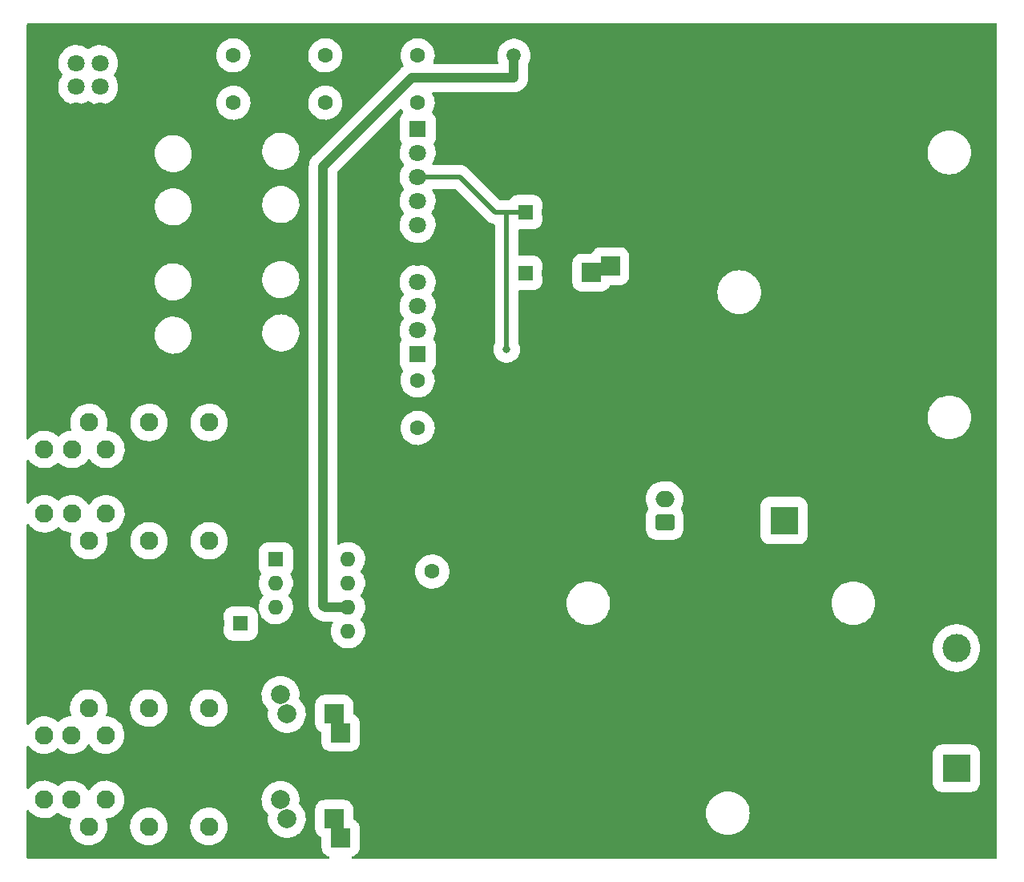
<source format=gbr>
%TF.GenerationSoftware,KiCad,Pcbnew,(6.0.0)*%
%TF.CreationDate,2022-02-22T13:24:48+00:00*%
%TF.ProjectId,Tube Headphone project V3,54756265-2048-4656-9164-70686f6e6520,rev?*%
%TF.SameCoordinates,Original*%
%TF.FileFunction,Copper,L2,Bot*%
%TF.FilePolarity,Positive*%
%FSLAX46Y46*%
G04 Gerber Fmt 4.6, Leading zero omitted, Abs format (unit mm)*
G04 Created by KiCad (PCBNEW (6.0.0)) date 2022-02-22 13:24:48*
%MOMM*%
%LPD*%
G01*
G04 APERTURE LIST*
G04 Aperture macros list*
%AMRoundRect*
0 Rectangle with rounded corners*
0 $1 Rounding radius*
0 $2 $3 $4 $5 $6 $7 $8 $9 X,Y pos of 4 corners*
0 Add a 4 corners polygon primitive as box body*
4,1,4,$2,$3,$4,$5,$6,$7,$8,$9,$2,$3,0*
0 Add four circle primitives for the rounded corners*
1,1,$1+$1,$2,$3*
1,1,$1+$1,$4,$5*
1,1,$1+$1,$6,$7*
1,1,$1+$1,$8,$9*
0 Add four rect primitives between the rounded corners*
20,1,$1+$1,$2,$3,$4,$5,0*
20,1,$1+$1,$4,$5,$6,$7,0*
20,1,$1+$1,$6,$7,$8,$9,0*
20,1,$1+$1,$8,$9,$2,$3,0*%
G04 Aperture macros list end*
%TA.AperFunction,ComponentPad*%
%ADD10R,3.000000X3.000000*%
%TD*%
%TA.AperFunction,ComponentPad*%
%ADD11C,3.000000*%
%TD*%
%TA.AperFunction,ComponentPad*%
%ADD12C,1.950000*%
%TD*%
%TA.AperFunction,ComponentPad*%
%ADD13R,1.600000X1.600000*%
%TD*%
%TA.AperFunction,ComponentPad*%
%ADD14C,1.600000*%
%TD*%
%TA.AperFunction,ComponentPad*%
%ADD15O,1.600000X1.600000*%
%TD*%
%TA.AperFunction,ComponentPad*%
%ADD16R,1.800000X1.800000*%
%TD*%
%TA.AperFunction,ComponentPad*%
%ADD17C,1.800000*%
%TD*%
%TA.AperFunction,ComponentPad*%
%ADD18R,2.000000X2.000000*%
%TD*%
%TA.AperFunction,ComponentPad*%
%ADD19C,2.000000*%
%TD*%
%TA.AperFunction,ComponentPad*%
%ADD20RoundRect,0.250000X0.750000X-0.600000X0.750000X0.600000X-0.750000X0.600000X-0.750000X-0.600000X0*%
%TD*%
%TA.AperFunction,ComponentPad*%
%ADD21O,2.000000X1.700000*%
%TD*%
%TA.AperFunction,ViaPad*%
%ADD22C,0.800000*%
%TD*%
%TA.AperFunction,ViaPad*%
%ADD23C,1.500000*%
%TD*%
%TA.AperFunction,Conductor*%
%ADD24C,1.000000*%
%TD*%
%TA.AperFunction,Conductor*%
%ADD25C,0.500000*%
%TD*%
G04 APERTURE END LIST*
D10*
%TO.P,BT1,1,+*%
%TO.N,Net-(BT1-Pad1)*%
X256710000Y-124600000D03*
D11*
%TO.P,BT1,2,-*%
%TO.N,Net-(BT1-Pad2)*%
X256710000Y-111900000D03*
%TD*%
D12*
%TO.P,J1,R*%
%TO.N,N/C*%
X171390000Y-100552670D03*
X171390000Y-88052670D03*
X163240000Y-97702670D03*
X163240000Y-90902670D03*
%TO.P,J1,S*%
%TO.N,/R_IN*%
X165040000Y-88052670D03*
X160340000Y-90902670D03*
X165040000Y-100552670D03*
X160340000Y-97702670D03*
%TO.P,J1,T*%
%TO.N,/L_IN*%
X166840000Y-90902670D03*
X166840000Y-97702670D03*
X177740000Y-100552670D03*
X177740000Y-88052670D03*
%TD*%
D13*
%TO.P,C13,1*%
%TO.N,+2.5V*%
X211161167Y-65810000D03*
D14*
%TO.P,C13,2*%
%TO.N,GND*%
X213661167Y-65810000D03*
%TD*%
D13*
%TO.P,U3,1*%
%TO.N,/R_OPOUT*%
X184805000Y-102505000D03*
D15*
%TO.P,U3,2,-*%
%TO.N,/R_OPIN*%
X184805000Y-105045000D03*
%TO.P,U3,3,+*%
%TO.N,/PWR-*%
X184805000Y-107585000D03*
%TO.P,U3,4,V-*%
%TO.N,GND*%
X184805000Y-110125000D03*
%TO.P,U3,5,+*%
%TO.N,/PWR-*%
X192425000Y-110125000D03*
%TO.P,U3,6,-*%
%TO.N,/L_OPIN*%
X192425000Y-107585000D03*
%TO.P,U3,7*%
%TO.N,/L_OPOUT*%
X192425000Y-105045000D03*
%TO.P,U3,8,V+*%
%TO.N,/PWR*%
X192425000Y-102505000D03*
%TD*%
D16*
%TO.P,U2,1,P*%
%TO.N,/R_TOUT*%
X199775112Y-80850000D03*
D17*
%TO.P,U2,2,G2*%
X199775112Y-78310000D03*
%TO.P,U2,3,F+\u002CG3*%
%TO.N,Net-(U1-Pad5)*%
X199775112Y-75770000D03*
%TO.P,U2,4,G1*%
%TO.N,/R_TIN*%
X199775112Y-73230000D03*
%TO.P,U2,5,F+\u002CG3*%
%TO.N,GND*%
X199775112Y-70690000D03*
%TD*%
D13*
%TO.P,C5,1*%
%TO.N,/T_PWR*%
X211161167Y-72240000D03*
D14*
%TO.P,C5,2*%
%TO.N,GND*%
X213661167Y-72240000D03*
%TD*%
D17*
%TO.P,RV1,1,1*%
%TO.N,/L_POT*%
X163700000Y-50070000D03*
%TO.P,RV1,2,2*%
%TO.N,/L_TIN*%
X163700000Y-52570000D03*
%TO.P,RV1,3,3*%
%TO.N,GND*%
X163700000Y-55070000D03*
%TO.P,RV1,4,4*%
%TO.N,/R_POT*%
X166200000Y-50070000D03*
%TO.P,RV1,5,5*%
%TO.N,/R_TIN*%
X166200000Y-52570000D03*
%TO.P,RV1,6,6*%
%TO.N,GND*%
X166200000Y-55070000D03*
%TD*%
D18*
%TO.P,C10,1*%
%TO.N,/PWR*%
X220137362Y-71530591D03*
X218137362Y-72202735D03*
D19*
%TO.P,C10,2*%
%TO.N,GND*%
X222137362Y-65858447D03*
X220137362Y-66530591D03*
%TD*%
D18*
%TO.P,C12,1*%
%TO.N,/L_OPOUT*%
X191627689Y-131938024D03*
X190955545Y-129938024D03*
D19*
%TO.P,C12,2*%
%TO.N,/L_OUT*%
X185283401Y-127938024D03*
X185955545Y-129938024D03*
%TD*%
D18*
%TO.P,C11,1*%
%TO.N,/R_OPOUT*%
X190955545Y-118841976D03*
X191627689Y-120841976D03*
D19*
%TO.P,C11,2*%
%TO.N,/R_OUT*%
X185955545Y-118841976D03*
X185283401Y-116841976D03*
%TD*%
D13*
%TO.P,C9,1*%
%TO.N,/PWR-*%
X181075113Y-109296335D03*
D14*
%TO.P,C9,2*%
%TO.N,GND*%
X178575113Y-109296335D03*
%TD*%
%TO.P,C17,1*%
%TO.N,GND*%
X201320000Y-108805000D03*
%TO.P,C17,2*%
%TO.N,/PWR*%
X201320000Y-103805000D03*
%TD*%
D16*
%TO.P,U1,1,P*%
%TO.N,/L_TOUT*%
X199775112Y-57017741D03*
D17*
%TO.P,U1,2,G2*%
X199775112Y-59557741D03*
%TO.P,U1,3,F+\u002CG3*%
%TO.N,+2.5V*%
X199775112Y-62097741D03*
%TO.P,U1,4,G1*%
%TO.N,/L_TIN*%
X199775112Y-64637741D03*
%TO.P,U1,5,F+\u002CG3*%
%TO.N,Net-(U1-Pad5)*%
X199775112Y-67177741D03*
%TD*%
D20*
%TO.P,Power SW,1,A*%
%TO.N,Net-(BT1-Pad1)*%
X225880000Y-98620000D03*
D21*
%TO.P,Power SW,2,B*%
%TO.N,+18V*%
X225880000Y-96120000D03*
%TD*%
D14*
%TO.P,C8,1*%
%TO.N,Net-(C8-Pad1)*%
X199775112Y-49259315D03*
%TO.P,C8,2*%
%TO.N,/L_TOUT*%
X199775112Y-54259315D03*
%TD*%
%TO.P,C7,1*%
%TO.N,Net-(C7-Pad1)*%
X199775112Y-88630454D03*
%TO.P,C7,2*%
%TO.N,/R_TOUT*%
X199775112Y-83630454D03*
%TD*%
D12*
%TO.P,J2,R*%
%TO.N,N/C*%
X163210000Y-127890000D03*
X163210000Y-121090000D03*
X171360000Y-130740000D03*
X171360000Y-118240000D03*
%TO.P,J2,S*%
%TO.N,/R_OUT*%
X165010000Y-130740000D03*
X160310000Y-127890000D03*
X160310000Y-121090000D03*
X165010000Y-118240000D03*
%TO.P,J2,T*%
%TO.N,/L_OUT*%
X166810000Y-121090000D03*
X177710000Y-118240000D03*
X166810000Y-127890000D03*
X177710000Y-130740000D03*
%TD*%
D14*
%TO.P,C6,1*%
%TO.N,/R_POT*%
X180300000Y-49259315D03*
%TO.P,C6,2*%
%TO.N,/R_IN*%
X180300000Y-54259315D03*
%TD*%
D10*
%TO.P,BT2,1,+*%
%TO.N,Net-(BT1-Pad2)*%
X238503552Y-98417629D03*
D11*
%TO.P,BT2,2,-*%
%TO.N,GND*%
X251203552Y-98417629D03*
%TD*%
D14*
%TO.P,C3,1*%
%TO.N,/L_POT*%
X190010000Y-49259315D03*
%TO.P,C3,2*%
%TO.N,/L_IN*%
X190010000Y-54259315D03*
%TD*%
D22*
%TO.N,GND*%
X219867000Y-96729129D03*
X213152150Y-96597850D03*
X218168175Y-96729129D03*
X214945000Y-48015000D03*
X213152150Y-97497850D03*
X219017587Y-96729129D03*
D23*
%TO.N,/L_OPIN*%
X209940000Y-49250000D03*
D22*
%TO.N,+2.5V*%
X209180000Y-80330000D03*
%TD*%
D24*
%TO.N,/L_OPIN*%
X192425000Y-107585000D02*
X189985000Y-107585000D01*
X209920000Y-51640000D02*
X209940000Y-51620000D01*
X189780000Y-107380000D02*
X189780000Y-60980000D01*
X189780000Y-60980000D02*
X199120000Y-51640000D01*
X189985000Y-107585000D02*
X189780000Y-107380000D01*
X209940000Y-51620000D02*
X209940000Y-49250000D01*
X199120000Y-51640000D02*
X209920000Y-51640000D01*
D25*
%TO.N,+2.5V*%
X209180000Y-80330000D02*
X209180000Y-74920000D01*
X209180000Y-66030000D02*
X208960000Y-65810000D01*
X208960000Y-65810000D02*
X207944518Y-65810000D01*
X209180000Y-74920000D02*
X209180000Y-66030000D01*
X211161167Y-65810000D02*
X208960000Y-65810000D01*
X204232259Y-62097741D02*
X199775112Y-62097741D01*
X207944518Y-65810000D02*
X204232259Y-62097741D01*
%TD*%
%TA.AperFunction,Conductor*%
%TO.N,GND*%
G36*
X260952121Y-45890002D02*
G01*
X260998614Y-45943658D01*
X261010000Y-45996000D01*
X261010000Y-134024000D01*
X260989998Y-134092121D01*
X260936342Y-134138614D01*
X260884000Y-134150000D01*
X192927374Y-134150000D01*
X192859253Y-134129998D01*
X192812760Y-134076342D01*
X192802656Y-134006068D01*
X192832150Y-133941488D01*
X192892644Y-133902881D01*
X192995021Y-133873525D01*
X193001159Y-133871765D01*
X193181285Y-133777597D01*
X193338798Y-133649133D01*
X193467262Y-133491620D01*
X193561430Y-133311494D01*
X193617455Y-133116111D01*
X193628189Y-132995840D01*
X193628189Y-130880208D01*
X193617455Y-130759937D01*
X193561430Y-130564554D01*
X193467262Y-130384428D01*
X193438392Y-130349029D01*
X193342827Y-130231855D01*
X193338798Y-130226915D01*
X193285285Y-130183271D01*
X193186229Y-130102483D01*
X193186228Y-130102482D01*
X193181285Y-130098451D01*
X193023669Y-130016051D01*
X192972568Y-129966766D01*
X192956045Y-129904390D01*
X192956045Y-129350000D01*
X230254564Y-129350000D01*
X230254834Y-129354119D01*
X230271467Y-129607889D01*
X230274287Y-129650920D01*
X230275089Y-129654953D01*
X230275090Y-129654959D01*
X230330755Y-129934803D01*
X230333120Y-129946691D01*
X230334447Y-129950600D01*
X230334448Y-129950604D01*
X230386004Y-130102483D01*
X230430055Y-130232252D01*
X230431879Y-130235950D01*
X230540682Y-130456581D01*
X230563434Y-130502718D01*
X230565728Y-130506151D01*
X230724134Y-130743222D01*
X230730975Y-130753461D01*
X230733689Y-130756555D01*
X230733693Y-130756561D01*
X230842210Y-130880300D01*
X230929811Y-130980189D01*
X230932900Y-130982898D01*
X231153439Y-131176307D01*
X231153445Y-131176311D01*
X231156539Y-131179025D01*
X231159965Y-131181314D01*
X231159970Y-131181318D01*
X231345607Y-131305356D01*
X231407282Y-131346566D01*
X231410981Y-131348390D01*
X231410986Y-131348393D01*
X231509110Y-131396782D01*
X231677748Y-131479945D01*
X231681653Y-131481271D01*
X231681654Y-131481271D01*
X231959396Y-131575552D01*
X231959400Y-131575553D01*
X231963309Y-131576880D01*
X231967353Y-131577684D01*
X231967359Y-131577686D01*
X232255041Y-131634910D01*
X232255047Y-131634911D01*
X232259080Y-131635713D01*
X232263185Y-131635982D01*
X232263192Y-131635983D01*
X232482641Y-131650366D01*
X232482650Y-131650366D01*
X232484690Y-131650500D01*
X232635310Y-131650500D01*
X232637350Y-131650366D01*
X232637359Y-131650366D01*
X232856808Y-131635983D01*
X232856815Y-131635982D01*
X232860920Y-131635713D01*
X232864953Y-131634911D01*
X232864959Y-131634910D01*
X233152641Y-131577686D01*
X233152647Y-131577684D01*
X233156691Y-131576880D01*
X233160600Y-131575553D01*
X233160604Y-131575552D01*
X233438346Y-131481271D01*
X233438347Y-131481271D01*
X233442252Y-131479945D01*
X233610890Y-131396782D01*
X233709014Y-131348393D01*
X233709019Y-131348390D01*
X233712718Y-131346566D01*
X233774393Y-131305356D01*
X233960030Y-131181318D01*
X233960035Y-131181314D01*
X233963461Y-131179025D01*
X233966555Y-131176311D01*
X233966561Y-131176307D01*
X234187100Y-130982898D01*
X234190189Y-130980189D01*
X234277790Y-130880300D01*
X234386307Y-130756561D01*
X234386311Y-130756555D01*
X234389025Y-130753461D01*
X234395867Y-130743222D01*
X234554272Y-130506151D01*
X234556566Y-130502718D01*
X234579319Y-130456581D01*
X234688121Y-130235950D01*
X234689945Y-130232252D01*
X234733996Y-130102483D01*
X234785552Y-129950604D01*
X234785553Y-129950600D01*
X234786880Y-129946691D01*
X234789245Y-129934803D01*
X234844910Y-129654959D01*
X234844911Y-129654953D01*
X234845713Y-129650920D01*
X234848534Y-129607889D01*
X234865166Y-129354119D01*
X234865436Y-129350000D01*
X234862116Y-129299345D01*
X234845983Y-129053192D01*
X234845982Y-129053185D01*
X234845713Y-129049080D01*
X234843564Y-129038272D01*
X234787686Y-128757359D01*
X234787684Y-128757353D01*
X234786880Y-128753309D01*
X234769229Y-128701309D01*
X234691271Y-128471654D01*
X234691271Y-128471653D01*
X234689945Y-128467748D01*
X234573616Y-128231855D01*
X234558393Y-128200986D01*
X234558390Y-128200981D01*
X234556566Y-128197282D01*
X234429585Y-128007241D01*
X234391318Y-127949970D01*
X234391314Y-127949965D01*
X234389025Y-127946539D01*
X234386311Y-127943445D01*
X234386307Y-127943439D01*
X234192898Y-127722900D01*
X234190189Y-127719811D01*
X234111809Y-127651073D01*
X233966561Y-127523693D01*
X233966555Y-127523689D01*
X233963461Y-127520975D01*
X233960035Y-127518686D01*
X233960030Y-127518682D01*
X233756703Y-127382824D01*
X233712718Y-127353434D01*
X233709019Y-127351610D01*
X233709014Y-127351607D01*
X233570166Y-127283135D01*
X233442252Y-127220055D01*
X233438346Y-127218729D01*
X233160604Y-127124448D01*
X233160600Y-127124447D01*
X233156691Y-127123120D01*
X233152647Y-127122316D01*
X233152641Y-127122314D01*
X232864959Y-127065090D01*
X232864953Y-127065089D01*
X232860920Y-127064287D01*
X232856815Y-127064018D01*
X232856808Y-127064017D01*
X232637359Y-127049634D01*
X232637350Y-127049634D01*
X232635310Y-127049500D01*
X232484690Y-127049500D01*
X232482650Y-127049634D01*
X232482641Y-127049634D01*
X232263192Y-127064017D01*
X232263185Y-127064018D01*
X232259080Y-127064287D01*
X232255047Y-127065089D01*
X232255041Y-127065090D01*
X231967359Y-127122314D01*
X231967353Y-127122316D01*
X231963309Y-127123120D01*
X231959400Y-127124447D01*
X231959396Y-127124448D01*
X231681654Y-127218729D01*
X231677748Y-127220055D01*
X231549834Y-127283135D01*
X231410986Y-127351607D01*
X231410981Y-127351610D01*
X231407282Y-127353434D01*
X231363297Y-127382824D01*
X231159970Y-127518682D01*
X231159965Y-127518686D01*
X231156539Y-127520975D01*
X231153445Y-127523689D01*
X231153439Y-127523693D01*
X231008191Y-127651073D01*
X230929811Y-127719811D01*
X230927102Y-127722900D01*
X230733693Y-127943439D01*
X230733689Y-127943445D01*
X230730975Y-127946539D01*
X230728686Y-127949965D01*
X230728682Y-127949970D01*
X230690415Y-128007241D01*
X230563434Y-128197282D01*
X230561610Y-128200981D01*
X230561607Y-128200986D01*
X230546384Y-128231855D01*
X230430055Y-128467748D01*
X230428729Y-128471653D01*
X230428729Y-128471654D01*
X230350772Y-128701309D01*
X230333120Y-128753309D01*
X230332316Y-128757353D01*
X230332314Y-128757359D01*
X230276437Y-129038272D01*
X230274287Y-129049080D01*
X230274018Y-129053185D01*
X230274017Y-129053192D01*
X230257884Y-129299345D01*
X230254564Y-129350000D01*
X192956045Y-129350000D01*
X192956045Y-128880208D01*
X192952993Y-128846004D01*
X192945844Y-128765910D01*
X192945311Y-128759937D01*
X192889286Y-128564554D01*
X192795118Y-128384428D01*
X192666654Y-128226915D01*
X192626111Y-128193849D01*
X192514085Y-128102483D01*
X192514084Y-128102482D01*
X192509141Y-128098451D01*
X192329015Y-128004283D01*
X192133632Y-127948258D01*
X192079637Y-127943439D01*
X192016154Y-127937773D01*
X192016148Y-127937773D01*
X192013361Y-127937524D01*
X189897729Y-127937524D01*
X189894942Y-127937773D01*
X189894936Y-127937773D01*
X189831453Y-127943439D01*
X189777458Y-127948258D01*
X189582075Y-128004283D01*
X189401949Y-128098451D01*
X189397006Y-128102482D01*
X189397005Y-128102483D01*
X189284979Y-128193849D01*
X189244436Y-128226915D01*
X189115972Y-128384428D01*
X189021804Y-128564554D01*
X188965779Y-128759937D01*
X188965246Y-128765910D01*
X188958098Y-128846004D01*
X188955045Y-128880208D01*
X188955045Y-130995840D01*
X188965779Y-131116111D01*
X189021804Y-131311494D01*
X189115972Y-131491620D01*
X189244436Y-131649133D01*
X189249376Y-131653162D01*
X189337503Y-131725036D01*
X189401949Y-131777597D01*
X189559565Y-131859997D01*
X189610666Y-131909282D01*
X189627189Y-131971658D01*
X189627189Y-132995840D01*
X189637923Y-133116111D01*
X189693948Y-133311494D01*
X189788116Y-133491620D01*
X189916580Y-133649133D01*
X190074093Y-133777597D01*
X190254219Y-133871765D01*
X190260357Y-133873525D01*
X190362734Y-133902881D01*
X190422703Y-133940885D01*
X190452605Y-134005277D01*
X190442948Y-134075614D01*
X190396796Y-134129563D01*
X190328004Y-134150000D01*
X158596000Y-134150000D01*
X158527879Y-134129998D01*
X158481386Y-134076342D01*
X158470000Y-134024000D01*
X158470000Y-129106393D01*
X158490002Y-129038272D01*
X158543658Y-128991779D01*
X158613932Y-128981675D01*
X158678512Y-129011169D01*
X158699653Y-129034754D01*
X158706763Y-129045041D01*
X158764322Y-129128322D01*
X158767344Y-129131591D01*
X158949619Y-129328775D01*
X158954223Y-129333756D01*
X158957677Y-129336568D01*
X159167719Y-129507569D01*
X159167723Y-129507572D01*
X159171176Y-129510383D01*
X159174998Y-129512684D01*
X159370881Y-129630615D01*
X159410851Y-129654679D01*
X159510811Y-129697007D01*
X159664364Y-129762029D01*
X159664369Y-129762031D01*
X159668467Y-129763766D01*
X159672764Y-129764905D01*
X159672769Y-129764907D01*
X159803675Y-129799615D01*
X159938883Y-129835465D01*
X159943300Y-129835988D01*
X159943301Y-129835988D01*
X160027708Y-129845978D01*
X160216704Y-129868347D01*
X160496386Y-129861756D01*
X160651199Y-129835988D01*
X160767959Y-129816554D01*
X160767963Y-129816553D01*
X160772349Y-129815823D01*
X160776590Y-129814482D01*
X160776593Y-129814481D01*
X161034842Y-129732808D01*
X161034844Y-129732807D01*
X161039088Y-129731465D01*
X161043099Y-129729539D01*
X161043104Y-129729537D01*
X161287260Y-129612295D01*
X161287261Y-129612294D01*
X161291279Y-129610365D01*
X161408247Y-129532209D01*
X161520183Y-129457416D01*
X161520187Y-129457413D01*
X161523891Y-129454938D01*
X161527207Y-129451968D01*
X161527212Y-129451964D01*
X161673490Y-129320946D01*
X161737578Y-129290397D01*
X161808008Y-129299345D01*
X161847767Y-129327629D01*
X161847950Y-129327434D01*
X161849378Y-129328775D01*
X161850081Y-129329275D01*
X161854223Y-129333756D01*
X161857677Y-129336568D01*
X162067719Y-129507569D01*
X162067723Y-129507572D01*
X162071176Y-129510383D01*
X162074998Y-129512684D01*
X162270881Y-129630615D01*
X162310851Y-129654679D01*
X162410811Y-129697007D01*
X162564364Y-129762029D01*
X162564369Y-129762031D01*
X162568467Y-129763766D01*
X162572764Y-129764905D01*
X162572769Y-129764907D01*
X162703675Y-129799615D01*
X162838883Y-129835465D01*
X162843302Y-129835988D01*
X163062341Y-129861913D01*
X163127638Y-129889784D01*
X163167502Y-129948532D01*
X163169276Y-130019506D01*
X163164315Y-130034342D01*
X163126389Y-130127978D01*
X163058946Y-130399487D01*
X163030431Y-130677790D01*
X163033404Y-130753461D01*
X163038385Y-130880208D01*
X163041415Y-130957334D01*
X163042215Y-130961714D01*
X163074267Y-131137215D01*
X163091676Y-131232542D01*
X163180214Y-131497922D01*
X163193867Y-131525245D01*
X163294564Y-131726771D01*
X163305261Y-131748180D01*
X163464322Y-131978322D01*
X163654223Y-132183756D01*
X163657677Y-132186568D01*
X163867719Y-132357569D01*
X163867723Y-132357572D01*
X163871176Y-132360383D01*
X163874998Y-132362684D01*
X164037246Y-132460365D01*
X164110851Y-132504679D01*
X164210811Y-132547007D01*
X164364364Y-132612029D01*
X164364369Y-132612031D01*
X164368467Y-132613766D01*
X164372764Y-132614905D01*
X164372769Y-132614907D01*
X164503675Y-132649615D01*
X164638883Y-132685465D01*
X164643300Y-132685988D01*
X164643301Y-132685988D01*
X164727708Y-132695978D01*
X164916704Y-132718347D01*
X165196386Y-132711756D01*
X165351199Y-132685988D01*
X165467959Y-132666554D01*
X165467963Y-132666553D01*
X165472349Y-132665823D01*
X165476590Y-132664482D01*
X165476593Y-132664481D01*
X165734842Y-132582808D01*
X165734844Y-132582807D01*
X165739088Y-132581465D01*
X165743099Y-132579539D01*
X165743104Y-132579537D01*
X165987260Y-132462295D01*
X165987261Y-132462294D01*
X165991279Y-132460365D01*
X166108247Y-132382209D01*
X166220183Y-132307416D01*
X166220187Y-132307413D01*
X166223891Y-132304938D01*
X166432282Y-132118287D01*
X166586487Y-131934838D01*
X166609428Y-131907547D01*
X166609430Y-131907545D01*
X166612295Y-131904136D01*
X166725425Y-131722738D01*
X166757977Y-131670543D01*
X166757978Y-131670541D01*
X166760338Y-131666757D01*
X166873458Y-131410886D01*
X166949396Y-131141630D01*
X166968978Y-130995840D01*
X166986211Y-130867542D01*
X166986212Y-130867534D01*
X166986638Y-130864360D01*
X166989732Y-130765910D01*
X166990445Y-130743222D01*
X166990445Y-130743217D01*
X166990546Y-130740000D01*
X166986141Y-130677790D01*
X169380431Y-130677790D01*
X169383404Y-130753461D01*
X169388385Y-130880208D01*
X169391415Y-130957334D01*
X169392215Y-130961714D01*
X169424267Y-131137215D01*
X169441676Y-131232542D01*
X169530214Y-131497922D01*
X169543867Y-131525245D01*
X169644564Y-131726771D01*
X169655261Y-131748180D01*
X169814322Y-131978322D01*
X170004223Y-132183756D01*
X170007677Y-132186568D01*
X170217719Y-132357569D01*
X170217723Y-132357572D01*
X170221176Y-132360383D01*
X170224998Y-132362684D01*
X170387246Y-132460365D01*
X170460851Y-132504679D01*
X170560811Y-132547007D01*
X170714364Y-132612029D01*
X170714369Y-132612031D01*
X170718467Y-132613766D01*
X170722764Y-132614905D01*
X170722769Y-132614907D01*
X170853675Y-132649615D01*
X170988883Y-132685465D01*
X170993300Y-132685988D01*
X170993301Y-132685988D01*
X171077708Y-132695978D01*
X171266704Y-132718347D01*
X171546386Y-132711756D01*
X171701199Y-132685988D01*
X171817959Y-132666554D01*
X171817963Y-132666553D01*
X171822349Y-132665823D01*
X171826590Y-132664482D01*
X171826593Y-132664481D01*
X172084842Y-132582808D01*
X172084844Y-132582807D01*
X172089088Y-132581465D01*
X172093099Y-132579539D01*
X172093104Y-132579537D01*
X172337260Y-132462295D01*
X172337261Y-132462294D01*
X172341279Y-132460365D01*
X172458247Y-132382209D01*
X172570183Y-132307416D01*
X172570187Y-132307413D01*
X172573891Y-132304938D01*
X172782282Y-132118287D01*
X172936487Y-131934838D01*
X172959428Y-131907547D01*
X172959430Y-131907545D01*
X172962295Y-131904136D01*
X173075425Y-131722738D01*
X173107977Y-131670543D01*
X173107978Y-131670541D01*
X173110338Y-131666757D01*
X173223458Y-131410886D01*
X173299396Y-131141630D01*
X173318978Y-130995840D01*
X173336211Y-130867542D01*
X173336212Y-130867534D01*
X173336638Y-130864360D01*
X173339732Y-130765910D01*
X173340445Y-130743222D01*
X173340445Y-130743217D01*
X173340546Y-130740000D01*
X173336141Y-130677790D01*
X175730431Y-130677790D01*
X175733404Y-130753461D01*
X175738385Y-130880208D01*
X175741415Y-130957334D01*
X175742215Y-130961714D01*
X175774267Y-131137215D01*
X175791676Y-131232542D01*
X175880214Y-131497922D01*
X175893867Y-131525245D01*
X175994564Y-131726771D01*
X176005261Y-131748180D01*
X176164322Y-131978322D01*
X176354223Y-132183756D01*
X176357677Y-132186568D01*
X176567719Y-132357569D01*
X176567723Y-132357572D01*
X176571176Y-132360383D01*
X176574998Y-132362684D01*
X176737246Y-132460365D01*
X176810851Y-132504679D01*
X176910811Y-132547007D01*
X177064364Y-132612029D01*
X177064369Y-132612031D01*
X177068467Y-132613766D01*
X177072764Y-132614905D01*
X177072769Y-132614907D01*
X177203675Y-132649615D01*
X177338883Y-132685465D01*
X177343300Y-132685988D01*
X177343301Y-132685988D01*
X177427708Y-132695978D01*
X177616704Y-132718347D01*
X177896386Y-132711756D01*
X178051199Y-132685988D01*
X178167959Y-132666554D01*
X178167963Y-132666553D01*
X178172349Y-132665823D01*
X178176590Y-132664482D01*
X178176593Y-132664481D01*
X178434842Y-132582808D01*
X178434844Y-132582807D01*
X178439088Y-132581465D01*
X178443099Y-132579539D01*
X178443104Y-132579537D01*
X178687260Y-132462295D01*
X178687261Y-132462294D01*
X178691279Y-132460365D01*
X178808247Y-132382209D01*
X178920183Y-132307416D01*
X178920187Y-132307413D01*
X178923891Y-132304938D01*
X179132282Y-132118287D01*
X179286487Y-131934838D01*
X179309428Y-131907547D01*
X179309430Y-131907545D01*
X179312295Y-131904136D01*
X179425425Y-131722738D01*
X179457977Y-131670543D01*
X179457978Y-131670541D01*
X179460338Y-131666757D01*
X179573458Y-131410886D01*
X179649396Y-131141630D01*
X179668978Y-130995840D01*
X179686211Y-130867542D01*
X179686212Y-130867534D01*
X179686638Y-130864360D01*
X179689732Y-130765910D01*
X179690445Y-130743222D01*
X179690445Y-130743217D01*
X179690546Y-130740000D01*
X179670787Y-130460939D01*
X179658512Y-130403921D01*
X179612842Y-130191792D01*
X179612842Y-130191790D01*
X179611906Y-130187445D01*
X179515076Y-129924977D01*
X179484520Y-129868347D01*
X179384343Y-129682686D01*
X179382230Y-129678770D01*
X179216019Y-129453738D01*
X179191676Y-129429009D01*
X179064032Y-129299345D01*
X179019759Y-129254371D01*
X179016220Y-129251670D01*
X179016213Y-129251664D01*
X178828975Y-129108769D01*
X178797365Y-129084645D01*
X178613499Y-128981675D01*
X178557161Y-128950124D01*
X178557158Y-128950123D01*
X178553275Y-128947948D01*
X178549136Y-128946347D01*
X178549128Y-128946343D01*
X178325379Y-128859782D01*
X178292360Y-128847008D01*
X178288035Y-128846005D01*
X178288030Y-128846004D01*
X178138165Y-128811267D01*
X178019826Y-128783838D01*
X177741109Y-128759698D01*
X177736674Y-128759942D01*
X177736670Y-128759942D01*
X177628233Y-128765910D01*
X177461772Y-128775071D01*
X177457409Y-128775939D01*
X177457408Y-128775939D01*
X177191755Y-128828781D01*
X177191753Y-128828782D01*
X177187387Y-128829650D01*
X176923430Y-128922345D01*
X176675168Y-129051307D01*
X176562821Y-129131591D01*
X176451173Y-129211375D01*
X176451169Y-129211378D01*
X176447552Y-129213963D01*
X176245127Y-129407068D01*
X176242371Y-129410564D01*
X176242370Y-129410565D01*
X176083339Y-129612295D01*
X176071929Y-129626768D01*
X176041724Y-129678770D01*
X175933653Y-129864826D01*
X175933650Y-129864832D01*
X175931415Y-129868680D01*
X175929741Y-129872813D01*
X175828062Y-130123846D01*
X175828059Y-130123854D01*
X175826389Y-130127978D01*
X175758946Y-130399487D01*
X175730431Y-130677790D01*
X173336141Y-130677790D01*
X173320787Y-130460939D01*
X173308512Y-130403921D01*
X173262842Y-130191792D01*
X173262842Y-130191790D01*
X173261906Y-130187445D01*
X173165076Y-129924977D01*
X173134520Y-129868347D01*
X173034343Y-129682686D01*
X173032230Y-129678770D01*
X172866019Y-129453738D01*
X172841676Y-129429009D01*
X172714032Y-129299345D01*
X172669759Y-129254371D01*
X172666220Y-129251670D01*
X172666213Y-129251664D01*
X172478975Y-129108769D01*
X172447365Y-129084645D01*
X172263499Y-128981675D01*
X172207161Y-128950124D01*
X172207158Y-128950123D01*
X172203275Y-128947948D01*
X172199136Y-128946347D01*
X172199128Y-128946343D01*
X171975379Y-128859782D01*
X171942360Y-128847008D01*
X171938035Y-128846005D01*
X171938030Y-128846004D01*
X171788165Y-128811267D01*
X171669826Y-128783838D01*
X171391109Y-128759698D01*
X171386674Y-128759942D01*
X171386670Y-128759942D01*
X171278233Y-128765910D01*
X171111772Y-128775071D01*
X171107409Y-128775939D01*
X171107408Y-128775939D01*
X170841755Y-128828781D01*
X170841753Y-128828782D01*
X170837387Y-128829650D01*
X170573430Y-128922345D01*
X170325168Y-129051307D01*
X170212821Y-129131591D01*
X170101173Y-129211375D01*
X170101169Y-129211378D01*
X170097552Y-129213963D01*
X169895127Y-129407068D01*
X169892371Y-129410564D01*
X169892370Y-129410565D01*
X169733339Y-129612295D01*
X169721929Y-129626768D01*
X169691724Y-129678770D01*
X169583653Y-129864826D01*
X169583650Y-129864832D01*
X169581415Y-129868680D01*
X169579741Y-129872813D01*
X169478062Y-130123846D01*
X169478059Y-130123854D01*
X169476389Y-130127978D01*
X169408946Y-130399487D01*
X169380431Y-130677790D01*
X166986141Y-130677790D01*
X166970787Y-130460939D01*
X166958512Y-130403921D01*
X166912842Y-130191792D01*
X166912842Y-130191790D01*
X166911906Y-130187445D01*
X166854544Y-130031959D01*
X166849732Y-129961126D01*
X166883979Y-129898935D01*
X166946412Y-129865133D01*
X166969787Y-129862383D01*
X166987736Y-129861960D01*
X166996386Y-129861756D01*
X167000784Y-129861024D01*
X167267959Y-129816554D01*
X167267963Y-129816553D01*
X167272349Y-129815823D01*
X167276590Y-129814482D01*
X167276593Y-129814481D01*
X167534842Y-129732808D01*
X167534844Y-129732807D01*
X167539088Y-129731465D01*
X167543099Y-129729539D01*
X167543104Y-129729537D01*
X167787260Y-129612295D01*
X167787261Y-129612294D01*
X167791279Y-129610365D01*
X167908247Y-129532209D01*
X168020183Y-129457416D01*
X168020187Y-129457413D01*
X168023891Y-129454938D01*
X168232282Y-129268287D01*
X168366371Y-129108769D01*
X168409428Y-129057547D01*
X168409430Y-129057545D01*
X168412295Y-129054136D01*
X168560338Y-128816757D01*
X168673458Y-128560886D01*
X168749396Y-128291630D01*
X168758088Y-128226915D01*
X168786211Y-128017542D01*
X168786212Y-128017534D01*
X168786638Y-128014360D01*
X168787010Y-128002523D01*
X168790445Y-127893222D01*
X168790445Y-127893217D01*
X168790546Y-127890000D01*
X168789486Y-127875026D01*
X183278781Y-127875026D01*
X183281246Y-127937773D01*
X183287718Y-128102483D01*
X183289903Y-128158108D01*
X183340801Y-128436799D01*
X183430459Y-128705538D01*
X183432451Y-128709525D01*
X183432452Y-128709527D01*
X183526717Y-128898180D01*
X183557088Y-128958963D01*
X183718162Y-129192017D01*
X183721184Y-129195286D01*
X183907450Y-129396789D01*
X183907455Y-129396794D01*
X183910466Y-129400051D01*
X183933090Y-129418470D01*
X183946035Y-129429009D01*
X183986234Y-129487529D01*
X183988768Y-129557095D01*
X183980875Y-129588872D01*
X183979800Y-129593201D01*
X183960301Y-129783514D01*
X183951891Y-129865602D01*
X183950925Y-129875026D01*
X183951100Y-129879478D01*
X183959862Y-130102483D01*
X183962047Y-130158108D01*
X184012945Y-130436799D01*
X184034937Y-130502718D01*
X184094831Y-130682241D01*
X184102603Y-130705538D01*
X184104595Y-130709525D01*
X184104596Y-130709527D01*
X184191281Y-130883010D01*
X184229232Y-130958963D01*
X184390306Y-131192017D01*
X184582610Y-131400051D01*
X184586064Y-131402863D01*
X184798852Y-131576099D01*
X184798856Y-131576102D01*
X184802309Y-131578913D01*
X185045017Y-131725036D01*
X185049112Y-131726770D01*
X185049114Y-131726771D01*
X185301792Y-131833766D01*
X185301799Y-131833768D01*
X185305893Y-131835502D01*
X185398272Y-131859996D01*
X185575434Y-131906970D01*
X185575438Y-131906971D01*
X185579731Y-131908109D01*
X185584140Y-131908631D01*
X185584146Y-131908632D01*
X185741499Y-131927256D01*
X185861068Y-131941408D01*
X186144290Y-131934733D01*
X186148688Y-131934001D01*
X186419355Y-131888950D01*
X186419359Y-131888949D01*
X186423745Y-131888219D01*
X186427986Y-131886878D01*
X186427989Y-131886877D01*
X186689613Y-131804136D01*
X186689615Y-131804135D01*
X186693859Y-131802793D01*
X186697870Y-131800867D01*
X186697875Y-131800865D01*
X186945223Y-131682090D01*
X186945224Y-131682089D01*
X186949242Y-131680160D01*
X186975409Y-131662676D01*
X187181090Y-131525245D01*
X187181094Y-131525242D01*
X187184798Y-131522767D01*
X187395826Y-131333754D01*
X187578118Y-131116892D01*
X187728034Y-130876509D01*
X187842585Y-130617400D01*
X187919484Y-130344736D01*
X187934096Y-130235950D01*
X187956770Y-130067139D01*
X187956771Y-130067131D01*
X187957197Y-130063957D01*
X187961155Y-129938024D01*
X187941146Y-129655431D01*
X187935804Y-129630615D01*
X187882456Y-129382824D01*
X187882456Y-129382822D01*
X187881520Y-129378477D01*
X187783465Y-129112687D01*
X187750346Y-129051307D01*
X187651051Y-128867280D01*
X187648938Y-128863364D01*
X187480623Y-128635484D01*
X187462730Y-128617307D01*
X187284289Y-128436042D01*
X187250754Y-128373465D01*
X187249202Y-128330876D01*
X187284626Y-128067139D01*
X187284627Y-128067131D01*
X187285053Y-128063957D01*
X187288636Y-127949970D01*
X187288910Y-127941246D01*
X187288910Y-127941241D01*
X187289011Y-127938024D01*
X187269002Y-127655431D01*
X187255605Y-127593201D01*
X187210312Y-127382824D01*
X187210312Y-127382822D01*
X187209376Y-127378477D01*
X187111321Y-127112687D01*
X187017914Y-126939573D01*
X186978907Y-126867280D01*
X186976794Y-126863364D01*
X186808479Y-126635484D01*
X186774096Y-126600556D01*
X186654558Y-126479127D01*
X186609735Y-126433594D01*
X186606195Y-126430893D01*
X186606189Y-126430887D01*
X186388068Y-126264422D01*
X186388064Y-126264419D01*
X186384527Y-126261720D01*
X186320580Y-126225908D01*
X186198993Y-126157816D01*
X254209500Y-126157816D01*
X254209749Y-126160603D01*
X254209749Y-126160609D01*
X254213612Y-126203895D01*
X254220234Y-126278087D01*
X254276259Y-126473470D01*
X254370427Y-126653596D01*
X254498891Y-126811109D01*
X254656404Y-126939573D01*
X254836530Y-127033741D01*
X255031913Y-127089766D01*
X255063545Y-127092589D01*
X255149391Y-127100251D01*
X255149397Y-127100251D01*
X255152184Y-127100500D01*
X258267816Y-127100500D01*
X258270603Y-127100251D01*
X258270609Y-127100251D01*
X258356455Y-127092589D01*
X258388087Y-127089766D01*
X258583470Y-127033741D01*
X258763596Y-126939573D01*
X258921109Y-126811109D01*
X259049573Y-126653596D01*
X259143741Y-126473470D01*
X259199766Y-126278087D01*
X259206388Y-126203895D01*
X259210251Y-126160609D01*
X259210251Y-126160603D01*
X259210500Y-126157816D01*
X259210500Y-123042184D01*
X259209901Y-123035465D01*
X259200738Y-122932808D01*
X259199766Y-122921913D01*
X259143741Y-122726530D01*
X259049573Y-122546404D01*
X259036592Y-122530487D01*
X258925138Y-122393831D01*
X258921109Y-122388891D01*
X258763596Y-122260427D01*
X258751563Y-122254136D01*
X258688376Y-122221103D01*
X258583470Y-122166259D01*
X258388087Y-122110234D01*
X258353308Y-122107130D01*
X258270609Y-122099749D01*
X258270603Y-122099749D01*
X258267816Y-122099500D01*
X255152184Y-122099500D01*
X255149397Y-122099749D01*
X255149391Y-122099749D01*
X255066692Y-122107130D01*
X255031913Y-122110234D01*
X254836530Y-122166259D01*
X254731624Y-122221103D01*
X254668438Y-122254136D01*
X254656404Y-122260427D01*
X254498891Y-122388891D01*
X254494862Y-122393831D01*
X254383409Y-122530487D01*
X254370427Y-122546404D01*
X254276259Y-122726530D01*
X254220234Y-122921913D01*
X254219262Y-122932808D01*
X254210100Y-123035465D01*
X254209500Y-123042184D01*
X254209500Y-126157816D01*
X186198993Y-126157816D01*
X186141238Y-126125472D01*
X186141233Y-126125469D01*
X186137348Y-126123294D01*
X186133190Y-126121686D01*
X186133185Y-126121683D01*
X185877286Y-126022683D01*
X185877280Y-126022681D01*
X185873131Y-126021076D01*
X185868799Y-126020072D01*
X185868796Y-126020071D01*
X185764964Y-125996004D01*
X185597148Y-125957106D01*
X185314904Y-125932661D01*
X185310469Y-125932905D01*
X185310465Y-125932905D01*
X185036474Y-125947984D01*
X185036467Y-125947985D01*
X185032031Y-125948229D01*
X184894144Y-125975656D01*
X184758547Y-126002628D01*
X184758542Y-126002629D01*
X184754175Y-126003498D01*
X184749972Y-126004974D01*
X184491085Y-126095888D01*
X184491082Y-126095889D01*
X184486877Y-126097366D01*
X184482924Y-126099419D01*
X184482918Y-126099422D01*
X184375900Y-126155014D01*
X184235473Y-126227960D01*
X184231858Y-126230543D01*
X184231852Y-126230547D01*
X184165327Y-126278087D01*
X184004977Y-126392675D01*
X184001750Y-126395753D01*
X184001748Y-126395755D01*
X183845515Y-126544794D01*
X183799989Y-126588223D01*
X183624600Y-126810704D01*
X183591738Y-126867280D01*
X183484542Y-127051831D01*
X183484539Y-127051837D01*
X183482308Y-127055678D01*
X183480638Y-127059801D01*
X183416266Y-127218729D01*
X183375953Y-127318256D01*
X183374882Y-127322569D01*
X183374880Y-127322574D01*
X183325597Y-127520975D01*
X183307656Y-127593201D01*
X183307202Y-127597629D01*
X183307202Y-127597631D01*
X183301280Y-127655431D01*
X183278781Y-127875026D01*
X168789486Y-127875026D01*
X168770787Y-127610939D01*
X168751419Y-127520975D01*
X168712842Y-127341792D01*
X168712842Y-127341790D01*
X168711906Y-127337445D01*
X168615076Y-127074977D01*
X168609162Y-127064017D01*
X168484343Y-126832686D01*
X168482230Y-126828770D01*
X168316019Y-126603738D01*
X168304188Y-126591719D01*
X168205752Y-126491725D01*
X168119759Y-126404371D01*
X168116220Y-126401670D01*
X168116213Y-126401664D01*
X167961840Y-126283851D01*
X167897365Y-126234645D01*
X167893476Y-126232467D01*
X167657161Y-126100124D01*
X167657158Y-126100123D01*
X167653275Y-126097948D01*
X167649136Y-126096347D01*
X167649128Y-126096343D01*
X167412951Y-126004974D01*
X167392360Y-125997008D01*
X167388035Y-125996005D01*
X167388030Y-125996004D01*
X167185662Y-125949098D01*
X167119826Y-125933838D01*
X166841109Y-125909698D01*
X166836674Y-125909942D01*
X166836670Y-125909942D01*
X166722678Y-125916216D01*
X166561772Y-125925071D01*
X166557409Y-125925939D01*
X166557408Y-125925939D01*
X166291755Y-125978781D01*
X166291753Y-125978782D01*
X166287387Y-125979650D01*
X166023430Y-126072345D01*
X165775168Y-126201307D01*
X165690628Y-126261720D01*
X165551173Y-126361375D01*
X165551169Y-126361378D01*
X165547552Y-126363963D01*
X165345127Y-126557068D01*
X165342371Y-126560564D01*
X165342370Y-126560565D01*
X165265133Y-126658540D01*
X165171929Y-126776768D01*
X165169697Y-126780610D01*
X165169694Y-126780615D01*
X165120201Y-126865823D01*
X165068689Y-126914681D01*
X164998941Y-126927935D01*
X164933099Y-126901375D01*
X164900359Y-126862369D01*
X164884343Y-126832686D01*
X164882230Y-126828770D01*
X164716019Y-126603738D01*
X164704188Y-126591719D01*
X164605752Y-126491725D01*
X164519759Y-126404371D01*
X164516220Y-126401670D01*
X164516213Y-126401664D01*
X164361840Y-126283851D01*
X164297365Y-126234645D01*
X164293476Y-126232467D01*
X164057161Y-126100124D01*
X164057158Y-126100123D01*
X164053275Y-126097948D01*
X164049136Y-126096347D01*
X164049128Y-126096343D01*
X163812951Y-126004974D01*
X163792360Y-125997008D01*
X163788035Y-125996005D01*
X163788030Y-125996004D01*
X163585662Y-125949098D01*
X163519826Y-125933838D01*
X163241109Y-125909698D01*
X163236674Y-125909942D01*
X163236670Y-125909942D01*
X163122678Y-125916216D01*
X162961772Y-125925071D01*
X162957409Y-125925939D01*
X162957408Y-125925939D01*
X162691755Y-125978781D01*
X162691753Y-125978782D01*
X162687387Y-125979650D01*
X162423430Y-126072345D01*
X162175168Y-126201307D01*
X161947552Y-126363963D01*
X161944332Y-126367035D01*
X161944324Y-126367042D01*
X161847743Y-126459177D01*
X161784647Y-126491725D01*
X161713970Y-126484994D01*
X161670979Y-126456402D01*
X161651658Y-126436775D01*
X161619759Y-126404371D01*
X161616220Y-126401670D01*
X161616213Y-126401664D01*
X161461840Y-126283851D01*
X161397365Y-126234645D01*
X161393476Y-126232467D01*
X161157161Y-126100124D01*
X161157158Y-126100123D01*
X161153275Y-126097948D01*
X161149136Y-126096347D01*
X161149128Y-126096343D01*
X160912951Y-126004974D01*
X160892360Y-125997008D01*
X160888035Y-125996005D01*
X160888030Y-125996004D01*
X160685662Y-125949098D01*
X160619826Y-125933838D01*
X160341109Y-125909698D01*
X160336674Y-125909942D01*
X160336670Y-125909942D01*
X160222678Y-125916216D01*
X160061772Y-125925071D01*
X160057409Y-125925939D01*
X160057408Y-125925939D01*
X159791755Y-125978781D01*
X159791753Y-125978782D01*
X159787387Y-125979650D01*
X159523430Y-126072345D01*
X159275168Y-126201307D01*
X159190628Y-126261720D01*
X159051173Y-126361375D01*
X159051169Y-126361378D01*
X159047552Y-126363963D01*
X158845127Y-126557068D01*
X158842371Y-126560564D01*
X158842370Y-126560565D01*
X158694950Y-126747566D01*
X158637069Y-126788679D01*
X158566148Y-126791973D01*
X158504706Y-126756401D01*
X158472249Y-126693258D01*
X158470000Y-126669560D01*
X158470000Y-122306393D01*
X158490002Y-122238272D01*
X158543658Y-122191779D01*
X158613932Y-122181675D01*
X158678512Y-122211169D01*
X158699653Y-122234754D01*
X158749166Y-122306393D01*
X158764322Y-122328322D01*
X158767344Y-122331591D01*
X158949619Y-122528775D01*
X158954223Y-122533756D01*
X158957677Y-122536568D01*
X159167719Y-122707569D01*
X159167723Y-122707572D01*
X159171176Y-122710383D01*
X159174998Y-122712684D01*
X159372753Y-122831742D01*
X159410851Y-122854679D01*
X159510811Y-122897007D01*
X159664364Y-122962029D01*
X159664369Y-122962031D01*
X159668467Y-122963766D01*
X159672764Y-122964905D01*
X159672769Y-122964907D01*
X159803675Y-122999615D01*
X159938883Y-123035465D01*
X159943300Y-123035988D01*
X159943301Y-123035988D01*
X159995652Y-123042184D01*
X160216704Y-123068347D01*
X160496386Y-123061756D01*
X160651199Y-123035988D01*
X160767959Y-123016554D01*
X160767963Y-123016553D01*
X160772349Y-123015823D01*
X160776590Y-123014482D01*
X160776593Y-123014481D01*
X161034842Y-122932808D01*
X161034844Y-122932807D01*
X161039088Y-122931465D01*
X161043099Y-122929539D01*
X161043104Y-122929537D01*
X161287260Y-122812295D01*
X161287261Y-122812294D01*
X161291279Y-122810365D01*
X161425213Y-122720873D01*
X161520183Y-122657416D01*
X161520187Y-122657413D01*
X161523891Y-122654938D01*
X161527207Y-122651968D01*
X161527212Y-122651964D01*
X161673490Y-122520946D01*
X161737578Y-122490397D01*
X161808008Y-122499345D01*
X161847767Y-122527629D01*
X161847950Y-122527434D01*
X161849378Y-122528775D01*
X161850081Y-122529275D01*
X161854223Y-122533756D01*
X161857677Y-122536568D01*
X162067719Y-122707569D01*
X162067723Y-122707572D01*
X162071176Y-122710383D01*
X162074998Y-122712684D01*
X162272753Y-122831742D01*
X162310851Y-122854679D01*
X162410811Y-122897007D01*
X162564364Y-122962029D01*
X162564369Y-122962031D01*
X162568467Y-122963766D01*
X162572764Y-122964905D01*
X162572769Y-122964907D01*
X162703675Y-122999615D01*
X162838883Y-123035465D01*
X162843300Y-123035988D01*
X162843301Y-123035988D01*
X162895652Y-123042184D01*
X163116704Y-123068347D01*
X163396386Y-123061756D01*
X163551199Y-123035988D01*
X163667959Y-123016554D01*
X163667963Y-123016553D01*
X163672349Y-123015823D01*
X163676590Y-123014482D01*
X163676593Y-123014481D01*
X163934842Y-122932808D01*
X163934844Y-122932807D01*
X163939088Y-122931465D01*
X163943099Y-122929539D01*
X163943104Y-122929537D01*
X164187260Y-122812295D01*
X164187261Y-122812294D01*
X164191279Y-122810365D01*
X164325213Y-122720873D01*
X164420183Y-122657416D01*
X164420187Y-122657413D01*
X164423891Y-122654938D01*
X164632282Y-122468287D01*
X164753013Y-122324660D01*
X164809428Y-122257547D01*
X164809430Y-122257545D01*
X164812295Y-122254136D01*
X164900882Y-122112092D01*
X164953902Y-122064876D01*
X165024032Y-122053820D01*
X165089007Y-122082434D01*
X165111446Y-122107129D01*
X165264322Y-122328322D01*
X165267344Y-122331591D01*
X165449619Y-122528775D01*
X165454223Y-122533756D01*
X165457677Y-122536568D01*
X165667719Y-122707569D01*
X165667723Y-122707572D01*
X165671176Y-122710383D01*
X165674998Y-122712684D01*
X165872753Y-122831742D01*
X165910851Y-122854679D01*
X166010811Y-122897007D01*
X166164364Y-122962029D01*
X166164369Y-122962031D01*
X166168467Y-122963766D01*
X166172764Y-122964905D01*
X166172769Y-122964907D01*
X166303675Y-122999615D01*
X166438883Y-123035465D01*
X166443300Y-123035988D01*
X166443301Y-123035988D01*
X166495652Y-123042184D01*
X166716704Y-123068347D01*
X166996386Y-123061756D01*
X167151199Y-123035988D01*
X167267959Y-123016554D01*
X167267963Y-123016553D01*
X167272349Y-123015823D01*
X167276590Y-123014482D01*
X167276593Y-123014481D01*
X167534842Y-122932808D01*
X167534844Y-122932807D01*
X167539088Y-122931465D01*
X167543099Y-122929539D01*
X167543104Y-122929537D01*
X167787260Y-122812295D01*
X167787261Y-122812294D01*
X167791279Y-122810365D01*
X167925213Y-122720873D01*
X168020183Y-122657416D01*
X168020187Y-122657413D01*
X168023891Y-122654938D01*
X168232282Y-122468287D01*
X168353013Y-122324660D01*
X168409428Y-122257547D01*
X168409430Y-122257545D01*
X168412295Y-122254136D01*
X168530328Y-122064876D01*
X168557977Y-122020543D01*
X168557978Y-122020541D01*
X168560338Y-122016757D01*
X168673458Y-121760886D01*
X168749396Y-121491630D01*
X168786638Y-121214360D01*
X168790546Y-121090000D01*
X168770787Y-120810939D01*
X168766747Y-120792171D01*
X168712842Y-120541792D01*
X168712842Y-120541790D01*
X168711906Y-120537445D01*
X168615076Y-120274977D01*
X168584520Y-120218347D01*
X168484343Y-120032686D01*
X168482230Y-120028770D01*
X168316019Y-119803738D01*
X168299505Y-119786962D01*
X168200675Y-119686568D01*
X168119759Y-119604371D01*
X168116220Y-119601670D01*
X168116213Y-119601664D01*
X167900905Y-119437347D01*
X167897365Y-119434645D01*
X167737246Y-119344974D01*
X167657161Y-119300124D01*
X167657158Y-119300123D01*
X167653275Y-119297948D01*
X167649136Y-119296347D01*
X167649128Y-119296343D01*
X167455854Y-119221572D01*
X167392360Y-119197008D01*
X167388035Y-119196005D01*
X167388030Y-119196004D01*
X167238165Y-119161267D01*
X167119826Y-119133838D01*
X166963274Y-119120279D01*
X166897133Y-119094474D01*
X166855443Y-119037006D01*
X166851441Y-118966123D01*
X166858902Y-118943811D01*
X166873458Y-118910886D01*
X166949396Y-118641630D01*
X166973562Y-118461714D01*
X166986211Y-118367542D01*
X166986212Y-118367534D01*
X166986638Y-118364360D01*
X166990546Y-118240000D01*
X166986141Y-118177790D01*
X169380431Y-118177790D01*
X169391415Y-118457334D01*
X169392215Y-118461714D01*
X169424267Y-118637215D01*
X169441676Y-118732542D01*
X169530214Y-118997922D01*
X169655261Y-119248180D01*
X169814322Y-119478322D01*
X169857872Y-119525434D01*
X169991380Y-119669862D01*
X170004223Y-119683756D01*
X170007677Y-119686568D01*
X170217719Y-119857569D01*
X170217723Y-119857572D01*
X170221176Y-119860383D01*
X170224998Y-119862684D01*
X170387246Y-119960365D01*
X170460851Y-120004679D01*
X170560811Y-120047007D01*
X170714364Y-120112029D01*
X170714369Y-120112031D01*
X170718467Y-120113766D01*
X170722764Y-120114905D01*
X170722769Y-120114907D01*
X170853675Y-120149616D01*
X170988883Y-120185465D01*
X170993300Y-120185988D01*
X170993301Y-120185988D01*
X171077708Y-120195978D01*
X171266704Y-120218347D01*
X171546386Y-120211756D01*
X171701199Y-120185988D01*
X171817959Y-120166554D01*
X171817963Y-120166553D01*
X171822349Y-120165823D01*
X171826590Y-120164482D01*
X171826593Y-120164481D01*
X172084842Y-120082808D01*
X172084844Y-120082807D01*
X172089088Y-120081465D01*
X172093099Y-120079539D01*
X172093104Y-120079537D01*
X172337260Y-119962295D01*
X172337261Y-119962294D01*
X172341279Y-119960365D01*
X172487123Y-119862915D01*
X172570183Y-119807416D01*
X172570187Y-119807413D01*
X172573891Y-119804938D01*
X172782282Y-119618287D01*
X172908186Y-119468506D01*
X172959428Y-119407547D01*
X172959430Y-119407545D01*
X172962295Y-119404136D01*
X173110338Y-119166757D01*
X173223458Y-118910886D01*
X173299396Y-118641630D01*
X173323562Y-118461714D01*
X173336211Y-118367542D01*
X173336212Y-118367534D01*
X173336638Y-118364360D01*
X173340546Y-118240000D01*
X173336141Y-118177790D01*
X175730431Y-118177790D01*
X175741415Y-118457334D01*
X175742215Y-118461714D01*
X175774267Y-118637215D01*
X175791676Y-118732542D01*
X175880214Y-118997922D01*
X176005261Y-119248180D01*
X176164322Y-119478322D01*
X176207872Y-119525434D01*
X176341380Y-119669862D01*
X176354223Y-119683756D01*
X176357677Y-119686568D01*
X176567719Y-119857569D01*
X176567723Y-119857572D01*
X176571176Y-119860383D01*
X176574998Y-119862684D01*
X176737246Y-119960365D01*
X176810851Y-120004679D01*
X176910811Y-120047007D01*
X177064364Y-120112029D01*
X177064369Y-120112031D01*
X177068467Y-120113766D01*
X177072764Y-120114905D01*
X177072769Y-120114907D01*
X177203675Y-120149616D01*
X177338883Y-120185465D01*
X177343300Y-120185988D01*
X177343301Y-120185988D01*
X177427708Y-120195978D01*
X177616704Y-120218347D01*
X177896386Y-120211756D01*
X178051199Y-120185988D01*
X178167959Y-120166554D01*
X178167963Y-120166553D01*
X178172349Y-120165823D01*
X178176590Y-120164482D01*
X178176593Y-120164481D01*
X178434842Y-120082808D01*
X178434844Y-120082807D01*
X178439088Y-120081465D01*
X178443099Y-120079539D01*
X178443104Y-120079537D01*
X178687260Y-119962295D01*
X178687261Y-119962294D01*
X178691279Y-119960365D01*
X178837123Y-119862915D01*
X178920183Y-119807416D01*
X178920187Y-119807413D01*
X178923891Y-119804938D01*
X179132282Y-119618287D01*
X179258186Y-119468506D01*
X179309428Y-119407547D01*
X179309430Y-119407545D01*
X179312295Y-119404136D01*
X179460338Y-119166757D01*
X179573458Y-118910886D01*
X179649396Y-118641630D01*
X179673562Y-118461714D01*
X179686211Y-118367542D01*
X179686212Y-118367534D01*
X179686638Y-118364360D01*
X179690546Y-118240000D01*
X179670787Y-117960939D01*
X179658512Y-117903921D01*
X179612842Y-117691792D01*
X179612842Y-117691790D01*
X179611906Y-117687445D01*
X179515076Y-117424977D01*
X179382230Y-117178770D01*
X179216019Y-116953738D01*
X179170077Y-116907068D01*
X179115549Y-116851677D01*
X179043983Y-116778978D01*
X183278781Y-116778978D01*
X183281246Y-116841725D01*
X183287718Y-117006435D01*
X183289903Y-117062060D01*
X183340801Y-117340751D01*
X183430459Y-117609490D01*
X183432451Y-117613477D01*
X183432452Y-117613479D01*
X183519137Y-117786962D01*
X183557088Y-117862915D01*
X183718162Y-118095969D01*
X183721184Y-118099238D01*
X183907450Y-118300741D01*
X183907455Y-118300746D01*
X183910466Y-118304003D01*
X183913913Y-118306809D01*
X183946035Y-118332961D01*
X183986234Y-118391481D01*
X183988768Y-118461047D01*
X183980875Y-118492824D01*
X183979800Y-118497153D01*
X183950925Y-118778978D01*
X183951100Y-118783430D01*
X183961063Y-119037006D01*
X183962047Y-119062060D01*
X184012945Y-119340751D01*
X184102603Y-119609490D01*
X184104595Y-119613477D01*
X184104596Y-119613479D01*
X184226561Y-119857569D01*
X184229232Y-119862915D01*
X184390306Y-120095969D01*
X184582610Y-120304003D01*
X184586064Y-120306815D01*
X184798852Y-120480051D01*
X184798856Y-120480054D01*
X184802309Y-120482865D01*
X185045017Y-120628988D01*
X185049112Y-120630722D01*
X185049114Y-120630723D01*
X185301792Y-120737718D01*
X185301799Y-120737720D01*
X185305893Y-120739454D01*
X185398272Y-120763948D01*
X185575434Y-120810922D01*
X185575438Y-120810923D01*
X185579731Y-120812061D01*
X185584140Y-120812583D01*
X185584146Y-120812584D01*
X185741498Y-120831208D01*
X185861068Y-120845360D01*
X186144290Y-120838685D01*
X186148688Y-120837953D01*
X186419355Y-120792902D01*
X186419359Y-120792901D01*
X186423745Y-120792171D01*
X186427986Y-120790830D01*
X186427989Y-120790829D01*
X186689613Y-120708088D01*
X186689615Y-120708087D01*
X186693859Y-120706745D01*
X186697870Y-120704819D01*
X186697875Y-120704817D01*
X186945223Y-120586042D01*
X186945224Y-120586041D01*
X186949242Y-120584112D01*
X186952948Y-120581636D01*
X187181090Y-120429197D01*
X187181094Y-120429194D01*
X187184798Y-120426719D01*
X187395826Y-120237706D01*
X187578118Y-120020844D01*
X187587116Y-120006417D01*
X187651871Y-119902585D01*
X187653613Y-119899792D01*
X188955045Y-119899792D01*
X188965779Y-120020063D01*
X189021804Y-120215446D01*
X189115972Y-120395572D01*
X189244436Y-120553085D01*
X189249376Y-120557114D01*
X189337503Y-120628988D01*
X189401949Y-120681549D01*
X189559565Y-120763949D01*
X189610666Y-120813234D01*
X189627189Y-120875610D01*
X189627189Y-121899792D01*
X189627438Y-121902579D01*
X189627438Y-121902585D01*
X189635100Y-121988431D01*
X189637923Y-122020063D01*
X189693948Y-122215446D01*
X189788116Y-122395572D01*
X189916580Y-122553085D01*
X189921520Y-122557114D01*
X190041465Y-122654938D01*
X190074093Y-122681549D01*
X190254219Y-122775717D01*
X190449602Y-122831742D01*
X190481234Y-122834565D01*
X190567080Y-122842227D01*
X190567086Y-122842227D01*
X190569873Y-122842476D01*
X192685505Y-122842476D01*
X192688292Y-122842227D01*
X192688298Y-122842227D01*
X192774144Y-122834565D01*
X192805776Y-122831742D01*
X193001159Y-122775717D01*
X193181285Y-122681549D01*
X193213914Y-122654938D01*
X193333858Y-122557114D01*
X193338798Y-122553085D01*
X193467262Y-122395572D01*
X193561430Y-122215446D01*
X193617455Y-122020063D01*
X193620278Y-121988431D01*
X193627940Y-121902585D01*
X193627940Y-121902579D01*
X193628189Y-121899792D01*
X193628189Y-119784160D01*
X193617455Y-119663889D01*
X193561430Y-119468506D01*
X193467262Y-119288380D01*
X193455856Y-119274394D01*
X193342827Y-119135807D01*
X193338798Y-119130867D01*
X193284267Y-119086393D01*
X193186229Y-119006435D01*
X193186228Y-119006434D01*
X193181285Y-119002403D01*
X193164625Y-118993693D01*
X193109162Y-118964698D01*
X193023669Y-118920003D01*
X192972568Y-118870718D01*
X192956045Y-118808342D01*
X192956045Y-117784160D01*
X192945311Y-117663889D01*
X192889286Y-117468506D01*
X192795118Y-117288380D01*
X192666654Y-117130867D01*
X192657343Y-117123273D01*
X192514085Y-117006435D01*
X192514084Y-117006434D01*
X192509141Y-117002403D01*
X192329015Y-116908235D01*
X192133632Y-116852210D01*
X192102000Y-116849387D01*
X192016154Y-116841725D01*
X192016148Y-116841725D01*
X192013361Y-116841476D01*
X189897729Y-116841476D01*
X189894942Y-116841725D01*
X189894936Y-116841725D01*
X189809090Y-116849387D01*
X189777458Y-116852210D01*
X189582075Y-116908235D01*
X189401949Y-117002403D01*
X189397006Y-117006434D01*
X189397005Y-117006435D01*
X189253747Y-117123273D01*
X189244436Y-117130867D01*
X189115972Y-117288380D01*
X189021804Y-117468506D01*
X188965779Y-117663889D01*
X188955045Y-117784160D01*
X188955045Y-119899792D01*
X187653613Y-119899792D01*
X187728034Y-119780461D01*
X187842585Y-119521352D01*
X187919484Y-119248688D01*
X187935309Y-119130867D01*
X187956770Y-118971091D01*
X187956771Y-118971083D01*
X187957197Y-118967909D01*
X187961155Y-118841976D01*
X187941146Y-118559383D01*
X187927749Y-118497153D01*
X187882456Y-118286776D01*
X187882456Y-118286774D01*
X187881520Y-118282429D01*
X187783465Y-118016639D01*
X187658027Y-117784160D01*
X187651051Y-117771232D01*
X187648938Y-117767316D01*
X187480623Y-117539436D01*
X187410799Y-117468506D01*
X187284289Y-117339994D01*
X187250754Y-117277417D01*
X187249202Y-117234828D01*
X187284626Y-116971091D01*
X187284627Y-116971083D01*
X187285053Y-116967909D01*
X187285154Y-116964698D01*
X187288910Y-116845198D01*
X187288910Y-116845193D01*
X187289011Y-116841976D01*
X187269002Y-116559383D01*
X187267821Y-116553895D01*
X187210312Y-116286776D01*
X187210312Y-116286774D01*
X187209376Y-116282429D01*
X187111321Y-116016639D01*
X186976794Y-115767316D01*
X186808479Y-115539436D01*
X186761955Y-115492175D01*
X186612866Y-115340727D01*
X186609735Y-115337546D01*
X186606195Y-115334845D01*
X186606189Y-115334839D01*
X186388068Y-115168374D01*
X186388064Y-115168371D01*
X186384527Y-115165672D01*
X186320580Y-115129860D01*
X186141238Y-115029424D01*
X186141233Y-115029421D01*
X186137348Y-115027246D01*
X186133190Y-115025638D01*
X186133185Y-115025635D01*
X185877286Y-114926635D01*
X185877280Y-114926633D01*
X185873131Y-114925028D01*
X185868799Y-114924024D01*
X185868796Y-114924023D01*
X185793542Y-114906580D01*
X185597148Y-114861058D01*
X185314904Y-114836613D01*
X185310469Y-114836857D01*
X185310465Y-114836857D01*
X185036474Y-114851936D01*
X185036467Y-114851937D01*
X185032031Y-114852181D01*
X184894144Y-114879608D01*
X184758547Y-114906580D01*
X184758542Y-114906581D01*
X184754175Y-114907450D01*
X184749972Y-114908926D01*
X184491085Y-114999840D01*
X184491082Y-114999841D01*
X184486877Y-115001318D01*
X184482924Y-115003371D01*
X184482918Y-115003374D01*
X184340536Y-115077336D01*
X184235473Y-115131912D01*
X184231858Y-115134495D01*
X184231852Y-115134499D01*
X184184449Y-115168374D01*
X184004977Y-115296627D01*
X184001750Y-115299705D01*
X184001748Y-115299707D01*
X183962083Y-115337546D01*
X183799989Y-115492175D01*
X183624600Y-115714656D01*
X183594013Y-115767316D01*
X183484542Y-115955783D01*
X183484539Y-115955789D01*
X183482308Y-115959630D01*
X183375953Y-116222208D01*
X183374882Y-116226521D01*
X183374880Y-116226526D01*
X183319338Y-116450124D01*
X183307656Y-116497153D01*
X183307202Y-116501581D01*
X183307202Y-116501583D01*
X183281302Y-116754371D01*
X183278781Y-116778978D01*
X179043983Y-116778978D01*
X179019759Y-116754371D01*
X179016220Y-116751670D01*
X179016213Y-116751664D01*
X178800905Y-116587347D01*
X178797365Y-116584645D01*
X178760206Y-116563835D01*
X178557161Y-116450124D01*
X178557158Y-116450123D01*
X178553275Y-116447948D01*
X178549136Y-116446347D01*
X178549128Y-116446343D01*
X178355854Y-116371572D01*
X178292360Y-116347008D01*
X178288035Y-116346005D01*
X178288030Y-116346004D01*
X178138165Y-116311267D01*
X178019826Y-116283838D01*
X177741109Y-116259698D01*
X177736674Y-116259942D01*
X177736670Y-116259942D01*
X177622678Y-116266216D01*
X177461772Y-116275071D01*
X177457409Y-116275939D01*
X177457408Y-116275939D01*
X177191755Y-116328781D01*
X177191753Y-116328782D01*
X177187387Y-116329650D01*
X176923430Y-116422345D01*
X176675168Y-116551307D01*
X176663867Y-116559383D01*
X176451173Y-116711375D01*
X176451169Y-116711378D01*
X176447552Y-116713963D01*
X176245127Y-116907068D01*
X176242371Y-116910564D01*
X176242370Y-116910565D01*
X176197164Y-116967909D01*
X176071929Y-117126768D01*
X176041724Y-117178770D01*
X175933653Y-117364826D01*
X175933650Y-117364832D01*
X175931415Y-117368680D01*
X175929741Y-117372813D01*
X175828062Y-117623846D01*
X175828059Y-117623854D01*
X175826389Y-117627978D01*
X175758946Y-117899487D01*
X175730431Y-118177790D01*
X173336141Y-118177790D01*
X173320787Y-117960939D01*
X173308512Y-117903921D01*
X173262842Y-117691792D01*
X173262842Y-117691790D01*
X173261906Y-117687445D01*
X173165076Y-117424977D01*
X173032230Y-117178770D01*
X172866019Y-116953738D01*
X172820077Y-116907068D01*
X172765549Y-116851677D01*
X172669759Y-116754371D01*
X172666220Y-116751670D01*
X172666213Y-116751664D01*
X172450905Y-116587347D01*
X172447365Y-116584645D01*
X172410206Y-116563835D01*
X172207161Y-116450124D01*
X172207158Y-116450123D01*
X172203275Y-116447948D01*
X172199136Y-116446347D01*
X172199128Y-116446343D01*
X172005854Y-116371572D01*
X171942360Y-116347008D01*
X171938035Y-116346005D01*
X171938030Y-116346004D01*
X171788165Y-116311267D01*
X171669826Y-116283838D01*
X171391109Y-116259698D01*
X171386674Y-116259942D01*
X171386670Y-116259942D01*
X171272678Y-116266216D01*
X171111772Y-116275071D01*
X171107409Y-116275939D01*
X171107408Y-116275939D01*
X170841755Y-116328781D01*
X170841753Y-116328782D01*
X170837387Y-116329650D01*
X170573430Y-116422345D01*
X170325168Y-116551307D01*
X170313867Y-116559383D01*
X170101173Y-116711375D01*
X170101169Y-116711378D01*
X170097552Y-116713963D01*
X169895127Y-116907068D01*
X169892371Y-116910564D01*
X169892370Y-116910565D01*
X169847164Y-116967909D01*
X169721929Y-117126768D01*
X169691724Y-117178770D01*
X169583653Y-117364826D01*
X169583650Y-117364832D01*
X169581415Y-117368680D01*
X169579741Y-117372813D01*
X169478062Y-117623846D01*
X169478059Y-117623854D01*
X169476389Y-117627978D01*
X169408946Y-117899487D01*
X169380431Y-118177790D01*
X166986141Y-118177790D01*
X166970787Y-117960939D01*
X166958512Y-117903921D01*
X166912842Y-117691792D01*
X166912842Y-117691790D01*
X166911906Y-117687445D01*
X166815076Y-117424977D01*
X166682230Y-117178770D01*
X166516019Y-116953738D01*
X166470077Y-116907068D01*
X166415549Y-116851677D01*
X166319759Y-116754371D01*
X166316220Y-116751670D01*
X166316213Y-116751664D01*
X166100905Y-116587347D01*
X166097365Y-116584645D01*
X166060206Y-116563835D01*
X165857161Y-116450124D01*
X165857158Y-116450123D01*
X165853275Y-116447948D01*
X165849136Y-116446347D01*
X165849128Y-116446343D01*
X165655854Y-116371572D01*
X165592360Y-116347008D01*
X165588035Y-116346005D01*
X165588030Y-116346004D01*
X165438165Y-116311267D01*
X165319826Y-116283838D01*
X165041109Y-116259698D01*
X165036674Y-116259942D01*
X165036670Y-116259942D01*
X164922678Y-116266216D01*
X164761772Y-116275071D01*
X164757409Y-116275939D01*
X164757408Y-116275939D01*
X164491755Y-116328781D01*
X164491753Y-116328782D01*
X164487387Y-116329650D01*
X164223430Y-116422345D01*
X163975168Y-116551307D01*
X163963867Y-116559383D01*
X163751173Y-116711375D01*
X163751169Y-116711378D01*
X163747552Y-116713963D01*
X163545127Y-116907068D01*
X163542371Y-116910564D01*
X163542370Y-116910565D01*
X163497164Y-116967909D01*
X163371929Y-117126768D01*
X163341724Y-117178770D01*
X163233653Y-117364826D01*
X163233650Y-117364832D01*
X163231415Y-117368680D01*
X163229741Y-117372813D01*
X163128062Y-117623846D01*
X163128059Y-117623854D01*
X163126389Y-117627978D01*
X163058946Y-117899487D01*
X163030431Y-118177790D01*
X163041415Y-118457334D01*
X163042215Y-118461714D01*
X163074267Y-118637215D01*
X163091676Y-118732542D01*
X163093085Y-118736764D01*
X163093085Y-118736765D01*
X163165680Y-118954360D01*
X163168264Y-119025309D01*
X163132080Y-119086393D01*
X163068616Y-119118218D01*
X163053081Y-119120046D01*
X162961772Y-119125071D01*
X162957409Y-119125939D01*
X162957408Y-119125939D01*
X162691755Y-119178781D01*
X162691753Y-119178782D01*
X162687387Y-119179650D01*
X162423430Y-119272345D01*
X162175168Y-119401307D01*
X161947552Y-119563963D01*
X161944332Y-119567035D01*
X161944324Y-119567042D01*
X161847743Y-119659177D01*
X161784647Y-119691725D01*
X161713970Y-119684994D01*
X161670979Y-119656402D01*
X161619759Y-119604371D01*
X161616220Y-119601670D01*
X161616213Y-119601664D01*
X161400905Y-119437347D01*
X161397365Y-119434645D01*
X161237246Y-119344974D01*
X161157161Y-119300124D01*
X161157158Y-119300123D01*
X161153275Y-119297948D01*
X161149136Y-119296347D01*
X161149128Y-119296343D01*
X160955854Y-119221572D01*
X160892360Y-119197008D01*
X160888035Y-119196005D01*
X160888030Y-119196004D01*
X160738165Y-119161267D01*
X160619826Y-119133838D01*
X160341109Y-119109698D01*
X160336674Y-119109942D01*
X160336670Y-119109942D01*
X160222678Y-119116216D01*
X160061772Y-119125071D01*
X160057409Y-119125939D01*
X160057408Y-119125939D01*
X159791755Y-119178781D01*
X159791753Y-119178782D01*
X159787387Y-119179650D01*
X159523430Y-119272345D01*
X159275168Y-119401307D01*
X159162821Y-119481591D01*
X159051173Y-119561375D01*
X159051169Y-119561378D01*
X159047552Y-119563963D01*
X158845127Y-119757068D01*
X158842371Y-119760564D01*
X158842370Y-119760565D01*
X158694950Y-119947566D01*
X158637069Y-119988679D01*
X158566148Y-119991973D01*
X158504706Y-119956401D01*
X158472249Y-119893258D01*
X158470000Y-119869560D01*
X158470000Y-110154151D01*
X179274613Y-110154151D01*
X179274862Y-110156938D01*
X179274862Y-110156944D01*
X179277358Y-110184906D01*
X179285347Y-110274422D01*
X179341372Y-110469805D01*
X179435540Y-110649931D01*
X179439571Y-110654874D01*
X179439572Y-110654875D01*
X179559975Y-110802504D01*
X179564004Y-110807444D01*
X179721517Y-110935908D01*
X179901643Y-111030076D01*
X180097026Y-111086101D01*
X180128658Y-111088924D01*
X180214504Y-111096586D01*
X180214510Y-111096586D01*
X180217297Y-111096835D01*
X181932929Y-111096835D01*
X181935716Y-111096586D01*
X181935722Y-111096586D01*
X182021568Y-111088924D01*
X182053200Y-111086101D01*
X182248583Y-111030076D01*
X182428709Y-110935908D01*
X182586222Y-110807444D01*
X182590251Y-110802504D01*
X182710654Y-110654875D01*
X182710655Y-110654874D01*
X182714686Y-110649931D01*
X182808854Y-110469805D01*
X182864879Y-110274422D01*
X182872868Y-110184906D01*
X182875364Y-110156944D01*
X182875364Y-110156938D01*
X182875613Y-110154151D01*
X182875613Y-108438519D01*
X182870510Y-108381335D01*
X182865412Y-108324221D01*
X182864879Y-108318248D01*
X182808854Y-108122865D01*
X182735563Y-107982673D01*
X182717642Y-107948393D01*
X182717641Y-107948392D01*
X182714686Y-107942739D01*
X182621303Y-107828239D01*
X182590251Y-107790166D01*
X182586222Y-107785226D01*
X182538973Y-107746691D01*
X182433653Y-107660794D01*
X182433652Y-107660793D01*
X182428709Y-107656762D01*
X182248583Y-107562594D01*
X182161893Y-107537736D01*
X183000070Y-107537736D01*
X183000294Y-107542403D01*
X183000294Y-107542408D01*
X183001179Y-107560834D01*
X183012909Y-107805041D01*
X183065118Y-108067512D01*
X183066698Y-108071912D01*
X183066698Y-108071913D01*
X183096361Y-108154532D01*
X183155549Y-108319383D01*
X183175740Y-108356961D01*
X183279480Y-108550030D01*
X183282215Y-108555121D01*
X183285010Y-108558864D01*
X183285012Y-108558867D01*
X183439542Y-108765807D01*
X183442335Y-108769547D01*
X183445642Y-108772825D01*
X183445647Y-108772831D01*
X183629074Y-108954663D01*
X183632390Y-108957950D01*
X183636156Y-108960712D01*
X183636158Y-108960713D01*
X183801082Y-109081640D01*
X183848205Y-109116192D01*
X183852340Y-109118368D01*
X183852344Y-109118370D01*
X183981918Y-109186542D01*
X184085039Y-109240797D01*
X184089458Y-109242340D01*
X184333273Y-109327484D01*
X184333279Y-109327486D01*
X184337690Y-109329026D01*
X184600606Y-109378943D01*
X184727616Y-109383933D01*
X184863345Y-109389266D01*
X184863350Y-109389266D01*
X184868013Y-109389449D01*
X184963943Y-109378943D01*
X185129382Y-109360825D01*
X185129387Y-109360824D01*
X185134035Y-109360315D01*
X185165451Y-109352044D01*
X185333709Y-109307745D01*
X185392829Y-109292180D01*
X185538880Y-109229432D01*
X185634407Y-109188391D01*
X185634410Y-109188389D01*
X185638710Y-109186542D01*
X185642690Y-109184079D01*
X185642694Y-109184077D01*
X185862302Y-109048179D01*
X185862306Y-109048176D01*
X185866275Y-109045720D01*
X185963428Y-108963474D01*
X186066960Y-108875828D01*
X186066961Y-108875827D01*
X186070526Y-108872809D01*
X186158205Y-108772831D01*
X186243894Y-108675122D01*
X186243898Y-108675117D01*
X186246976Y-108671607D01*
X186249507Y-108667672D01*
X186389219Y-108450465D01*
X186389222Y-108450460D01*
X186391747Y-108446534D01*
X186501661Y-108202534D01*
X186524130Y-108122865D01*
X186573032Y-107949473D01*
X186573033Y-107949470D01*
X186574302Y-107944969D01*
X186592103Y-107805041D01*
X186607677Y-107682625D01*
X186607677Y-107682621D01*
X186608075Y-107679495D01*
X186610549Y-107585000D01*
X186607037Y-107537736D01*
X186591064Y-107322788D01*
X186591063Y-107322784D01*
X186590717Y-107318123D01*
X186580550Y-107273189D01*
X186532686Y-107061666D01*
X186531655Y-107057109D01*
X186512471Y-107007776D01*
X186436355Y-106812044D01*
X186436354Y-106812042D01*
X186434662Y-106807691D01*
X186301868Y-106575350D01*
X186162595Y-106398683D01*
X186156540Y-106391002D01*
X186130075Y-106325122D01*
X186143428Y-106255393D01*
X186160755Y-106229922D01*
X186246976Y-106131607D01*
X186265370Y-106103010D01*
X186389219Y-105910465D01*
X186389222Y-105910460D01*
X186391747Y-105906534D01*
X186501661Y-105662534D01*
X186574302Y-105404969D01*
X186592401Y-105262702D01*
X186607677Y-105142625D01*
X186607677Y-105142621D01*
X186608075Y-105139495D01*
X186610549Y-105045000D01*
X186601432Y-104922314D01*
X186591064Y-104782788D01*
X186591063Y-104782784D01*
X186590717Y-104778123D01*
X186589106Y-104771001D01*
X186536695Y-104539383D01*
X186531655Y-104517109D01*
X186493126Y-104418031D01*
X186436355Y-104272044D01*
X186436354Y-104272042D01*
X186434662Y-104267691D01*
X186410433Y-104225298D01*
X186344201Y-104109417D01*
X186327764Y-104040350D01*
X186351277Y-103973360D01*
X186355951Y-103967259D01*
X186440537Y-103863545D01*
X186440538Y-103863543D01*
X186444573Y-103858596D01*
X186538741Y-103678470D01*
X186594766Y-103483087D01*
X186597589Y-103451455D01*
X186605251Y-103365609D01*
X186605251Y-103365603D01*
X186605500Y-103362816D01*
X186605500Y-101647184D01*
X186594766Y-101526913D01*
X186538741Y-101331530D01*
X186444573Y-101151404D01*
X186413284Y-101113039D01*
X186320138Y-100998831D01*
X186316109Y-100993891D01*
X186272829Y-100958593D01*
X186163540Y-100869459D01*
X186163539Y-100869458D01*
X186158596Y-100865427D01*
X186126050Y-100848412D01*
X186089876Y-100829501D01*
X185978470Y-100771259D01*
X185783087Y-100715234D01*
X185751455Y-100712411D01*
X185665609Y-100704749D01*
X185665603Y-100704749D01*
X185662816Y-100704500D01*
X183947184Y-100704500D01*
X183944397Y-100704749D01*
X183944391Y-100704749D01*
X183858545Y-100712411D01*
X183826913Y-100715234D01*
X183631530Y-100771259D01*
X183520124Y-100829501D01*
X183483951Y-100848412D01*
X183451404Y-100865427D01*
X183446461Y-100869458D01*
X183446460Y-100869459D01*
X183337171Y-100958593D01*
X183293891Y-100993891D01*
X183289862Y-100998831D01*
X183196717Y-101113039D01*
X183165427Y-101151404D01*
X183071259Y-101331530D01*
X183015234Y-101526913D01*
X183004500Y-101647184D01*
X183004500Y-103362816D01*
X183004749Y-103365603D01*
X183004749Y-103365609D01*
X183012411Y-103451455D01*
X183015234Y-103483087D01*
X183071259Y-103678470D01*
X183165427Y-103858596D01*
X183169458Y-103863539D01*
X183169459Y-103863540D01*
X183254458Y-103967759D01*
X183282012Y-104033191D01*
X183269816Y-104103132D01*
X183264539Y-104112751D01*
X183196244Y-104225298D01*
X183092755Y-104472091D01*
X183091604Y-104476623D01*
X183091603Y-104476626D01*
X183042374Y-104670465D01*
X183026881Y-104731470D01*
X183026412Y-104736126D01*
X183026412Y-104736127D01*
X183022643Y-104773557D01*
X183000070Y-104997736D01*
X183000294Y-105002403D01*
X183000294Y-105002408D01*
X183002189Y-105041850D01*
X183012909Y-105265041D01*
X183065118Y-105527512D01*
X183155549Y-105779383D01*
X183157765Y-105783507D01*
X183225982Y-105910465D01*
X183282215Y-106015121D01*
X183442335Y-106229547D01*
X183445654Y-106232837D01*
X183447927Y-106235452D01*
X183477521Y-106299987D01*
X183467527Y-106370277D01*
X183449706Y-106398683D01*
X183335075Y-106536512D01*
X183196244Y-106765298D01*
X183092755Y-107012091D01*
X183091604Y-107016623D01*
X183091603Y-107016626D01*
X183056684Y-107154119D01*
X183026881Y-107271470D01*
X183000070Y-107537736D01*
X182161893Y-107537736D01*
X182053200Y-107506569D01*
X182021568Y-107503746D01*
X181935722Y-107496084D01*
X181935716Y-107496084D01*
X181932929Y-107495835D01*
X180217297Y-107495835D01*
X180214510Y-107496084D01*
X180214504Y-107496084D01*
X180128658Y-107503746D01*
X180097026Y-107506569D01*
X179901643Y-107562594D01*
X179721517Y-107656762D01*
X179716574Y-107660793D01*
X179716573Y-107660794D01*
X179611253Y-107746691D01*
X179564004Y-107785226D01*
X179559975Y-107790166D01*
X179528924Y-107828239D01*
X179435540Y-107942739D01*
X179432585Y-107948392D01*
X179432584Y-107948393D01*
X179414663Y-107982673D01*
X179341372Y-108122865D01*
X179285347Y-108318248D01*
X179284814Y-108324221D01*
X179279717Y-108381335D01*
X179274613Y-108438519D01*
X179274613Y-110154151D01*
X158470000Y-110154151D01*
X158470000Y-98875656D01*
X158490002Y-98807535D01*
X158543658Y-98761042D01*
X158613932Y-98750938D01*
X158678512Y-98780432D01*
X158699652Y-98804016D01*
X158794322Y-98940992D01*
X158797344Y-98944261D01*
X158979619Y-99141445D01*
X158984223Y-99146426D01*
X158987677Y-99149238D01*
X159197719Y-99320239D01*
X159197723Y-99320242D01*
X159201176Y-99323053D01*
X159204998Y-99325354D01*
X159400881Y-99443285D01*
X159440851Y-99467349D01*
X159540811Y-99509677D01*
X159694364Y-99574699D01*
X159694369Y-99574701D01*
X159698467Y-99576436D01*
X159702764Y-99577575D01*
X159702769Y-99577577D01*
X159833675Y-99612286D01*
X159968883Y-99648135D01*
X159973300Y-99648658D01*
X159973301Y-99648658D01*
X160057708Y-99658648D01*
X160246704Y-99681017D01*
X160526386Y-99674426D01*
X160681199Y-99648658D01*
X160797959Y-99629224D01*
X160797963Y-99629223D01*
X160802349Y-99628493D01*
X160806590Y-99627152D01*
X160806593Y-99627151D01*
X161064842Y-99545478D01*
X161064844Y-99545477D01*
X161069088Y-99544135D01*
X161073099Y-99542209D01*
X161073104Y-99542207D01*
X161317260Y-99424965D01*
X161317261Y-99424964D01*
X161321279Y-99423035D01*
X161438247Y-99344879D01*
X161550183Y-99270086D01*
X161550187Y-99270083D01*
X161553891Y-99267608D01*
X161557207Y-99264638D01*
X161557212Y-99264634D01*
X161703490Y-99133616D01*
X161767578Y-99103067D01*
X161838008Y-99112015D01*
X161877767Y-99140299D01*
X161877950Y-99140104D01*
X161879378Y-99141445D01*
X161880081Y-99141945D01*
X161884223Y-99146426D01*
X161887677Y-99149238D01*
X162097719Y-99320239D01*
X162097723Y-99320242D01*
X162101176Y-99323053D01*
X162104998Y-99325354D01*
X162300881Y-99443285D01*
X162340851Y-99467349D01*
X162440811Y-99509677D01*
X162594364Y-99574699D01*
X162594369Y-99574701D01*
X162598467Y-99576436D01*
X162602764Y-99577575D01*
X162602769Y-99577577D01*
X162733675Y-99612286D01*
X162868883Y-99648135D01*
X162873302Y-99648658D01*
X163092341Y-99674583D01*
X163157638Y-99702454D01*
X163197502Y-99761202D01*
X163199276Y-99832176D01*
X163194315Y-99847012D01*
X163156389Y-99940648D01*
X163088946Y-100212157D01*
X163060431Y-100490460D01*
X163060606Y-100494911D01*
X163070754Y-100753170D01*
X163071415Y-100770004D01*
X163072215Y-100774384D01*
X163104267Y-100949885D01*
X163121676Y-101045212D01*
X163210214Y-101310592D01*
X163220676Y-101331530D01*
X163318304Y-101526913D01*
X163335261Y-101560850D01*
X163494322Y-101790992D01*
X163497344Y-101794261D01*
X163666367Y-101977109D01*
X163684223Y-101996426D01*
X163687677Y-101999238D01*
X163897719Y-102170239D01*
X163897723Y-102170242D01*
X163901176Y-102173053D01*
X163904998Y-102175354D01*
X164067246Y-102273035D01*
X164140851Y-102317349D01*
X164240811Y-102359677D01*
X164394364Y-102424699D01*
X164394369Y-102424701D01*
X164398467Y-102426436D01*
X164402764Y-102427575D01*
X164402769Y-102427577D01*
X164533675Y-102462285D01*
X164668883Y-102498135D01*
X164673300Y-102498658D01*
X164673301Y-102498658D01*
X164757708Y-102508648D01*
X164946704Y-102531017D01*
X165226386Y-102524426D01*
X165324111Y-102508160D01*
X165497959Y-102479224D01*
X165497963Y-102479223D01*
X165502349Y-102478493D01*
X165506590Y-102477152D01*
X165506593Y-102477151D01*
X165764842Y-102395478D01*
X165764844Y-102395477D01*
X165769088Y-102394135D01*
X165773099Y-102392209D01*
X165773104Y-102392207D01*
X166017260Y-102274965D01*
X166017261Y-102274964D01*
X166021279Y-102273035D01*
X166138247Y-102194879D01*
X166250183Y-102120086D01*
X166250187Y-102120083D01*
X166253891Y-102117608D01*
X166462282Y-101930957D01*
X166642295Y-101716806D01*
X166790338Y-101479427D01*
X166903458Y-101223556D01*
X166979396Y-100954300D01*
X166995690Y-100832989D01*
X167016211Y-100680212D01*
X167016212Y-100680204D01*
X167016638Y-100677030D01*
X167020546Y-100552670D01*
X167016141Y-100490460D01*
X169410431Y-100490460D01*
X169410606Y-100494911D01*
X169420754Y-100753170D01*
X169421415Y-100770004D01*
X169422215Y-100774384D01*
X169454267Y-100949885D01*
X169471676Y-101045212D01*
X169560214Y-101310592D01*
X169570676Y-101331530D01*
X169668304Y-101526913D01*
X169685261Y-101560850D01*
X169844322Y-101790992D01*
X169847344Y-101794261D01*
X170016367Y-101977109D01*
X170034223Y-101996426D01*
X170037677Y-101999238D01*
X170247719Y-102170239D01*
X170247723Y-102170242D01*
X170251176Y-102173053D01*
X170254998Y-102175354D01*
X170417246Y-102273035D01*
X170490851Y-102317349D01*
X170590811Y-102359677D01*
X170744364Y-102424699D01*
X170744369Y-102424701D01*
X170748467Y-102426436D01*
X170752764Y-102427575D01*
X170752769Y-102427577D01*
X170883675Y-102462285D01*
X171018883Y-102498135D01*
X171023300Y-102498658D01*
X171023301Y-102498658D01*
X171107708Y-102508648D01*
X171296704Y-102531017D01*
X171576386Y-102524426D01*
X171674111Y-102508160D01*
X171847959Y-102479224D01*
X171847963Y-102479223D01*
X171852349Y-102478493D01*
X171856590Y-102477152D01*
X171856593Y-102477151D01*
X172114842Y-102395478D01*
X172114844Y-102395477D01*
X172119088Y-102394135D01*
X172123099Y-102392209D01*
X172123104Y-102392207D01*
X172367260Y-102274965D01*
X172367261Y-102274964D01*
X172371279Y-102273035D01*
X172488247Y-102194879D01*
X172600183Y-102120086D01*
X172600187Y-102120083D01*
X172603891Y-102117608D01*
X172812282Y-101930957D01*
X172992295Y-101716806D01*
X173140338Y-101479427D01*
X173253458Y-101223556D01*
X173329396Y-100954300D01*
X173345690Y-100832989D01*
X173366211Y-100680212D01*
X173366212Y-100680204D01*
X173366638Y-100677030D01*
X173370546Y-100552670D01*
X173366141Y-100490460D01*
X175760431Y-100490460D01*
X175760606Y-100494911D01*
X175770754Y-100753170D01*
X175771415Y-100770004D01*
X175772215Y-100774384D01*
X175804267Y-100949885D01*
X175821676Y-101045212D01*
X175910214Y-101310592D01*
X175920676Y-101331530D01*
X176018304Y-101526913D01*
X176035261Y-101560850D01*
X176194322Y-101790992D01*
X176197344Y-101794261D01*
X176366367Y-101977109D01*
X176384223Y-101996426D01*
X176387677Y-101999238D01*
X176597719Y-102170239D01*
X176597723Y-102170242D01*
X176601176Y-102173053D01*
X176604998Y-102175354D01*
X176767246Y-102273035D01*
X176840851Y-102317349D01*
X176940811Y-102359677D01*
X177094364Y-102424699D01*
X177094369Y-102424701D01*
X177098467Y-102426436D01*
X177102764Y-102427575D01*
X177102769Y-102427577D01*
X177233675Y-102462285D01*
X177368883Y-102498135D01*
X177373300Y-102498658D01*
X177373301Y-102498658D01*
X177457708Y-102508648D01*
X177646704Y-102531017D01*
X177926386Y-102524426D01*
X178024111Y-102508160D01*
X178197959Y-102479224D01*
X178197963Y-102479223D01*
X178202349Y-102478493D01*
X178206590Y-102477152D01*
X178206593Y-102477151D01*
X178464842Y-102395478D01*
X178464844Y-102395477D01*
X178469088Y-102394135D01*
X178473099Y-102392209D01*
X178473104Y-102392207D01*
X178717260Y-102274965D01*
X178717261Y-102274964D01*
X178721279Y-102273035D01*
X178838247Y-102194879D01*
X178950183Y-102120086D01*
X178950187Y-102120083D01*
X178953891Y-102117608D01*
X179162282Y-101930957D01*
X179342295Y-101716806D01*
X179490338Y-101479427D01*
X179603458Y-101223556D01*
X179679396Y-100954300D01*
X179695690Y-100832989D01*
X179716211Y-100680212D01*
X179716212Y-100680204D01*
X179716638Y-100677030D01*
X179720546Y-100552670D01*
X179700787Y-100273609D01*
X179688512Y-100216591D01*
X179642842Y-100004462D01*
X179642842Y-100004460D01*
X179641906Y-100000115D01*
X179545076Y-99737647D01*
X179514520Y-99681017D01*
X179414343Y-99495356D01*
X179412230Y-99491440D01*
X179246019Y-99266408D01*
X179200077Y-99219738D01*
X179094032Y-99112015D01*
X179049759Y-99067041D01*
X179046220Y-99064340D01*
X179046213Y-99064334D01*
X178830905Y-98900017D01*
X178827365Y-98897315D01*
X178764172Y-98861925D01*
X178587161Y-98762794D01*
X178587158Y-98762793D01*
X178583275Y-98760618D01*
X178579136Y-98759017D01*
X178579128Y-98759013D01*
X178385854Y-98684242D01*
X178322360Y-98659678D01*
X178318035Y-98658675D01*
X178318030Y-98658674D01*
X178168165Y-98623937D01*
X178049826Y-98596508D01*
X177771109Y-98572368D01*
X177766674Y-98572612D01*
X177766670Y-98572612D01*
X177652678Y-98578886D01*
X177491772Y-98587741D01*
X177487409Y-98588609D01*
X177487408Y-98588609D01*
X177221755Y-98641451D01*
X177221753Y-98641452D01*
X177217387Y-98642320D01*
X176953430Y-98735015D01*
X176705168Y-98863977D01*
X176592821Y-98944261D01*
X176481173Y-99024045D01*
X176481169Y-99024048D01*
X176477552Y-99026633D01*
X176275127Y-99219738D01*
X176272371Y-99223234D01*
X176272370Y-99223235D01*
X176113339Y-99424965D01*
X176101929Y-99439438D01*
X176071724Y-99491440D01*
X175963653Y-99677496D01*
X175963650Y-99677502D01*
X175961415Y-99681350D01*
X175959741Y-99685483D01*
X175858062Y-99936516D01*
X175858059Y-99936524D01*
X175856389Y-99940648D01*
X175788946Y-100212157D01*
X175760431Y-100490460D01*
X173366141Y-100490460D01*
X173350787Y-100273609D01*
X173338512Y-100216591D01*
X173292842Y-100004462D01*
X173292842Y-100004460D01*
X173291906Y-100000115D01*
X173195076Y-99737647D01*
X173164520Y-99681017D01*
X173064343Y-99495356D01*
X173062230Y-99491440D01*
X172896019Y-99266408D01*
X172850077Y-99219738D01*
X172744032Y-99112015D01*
X172699759Y-99067041D01*
X172696220Y-99064340D01*
X172696213Y-99064334D01*
X172480905Y-98900017D01*
X172477365Y-98897315D01*
X172414172Y-98861925D01*
X172237161Y-98762794D01*
X172237158Y-98762793D01*
X172233275Y-98760618D01*
X172229136Y-98759017D01*
X172229128Y-98759013D01*
X172035854Y-98684242D01*
X171972360Y-98659678D01*
X171968035Y-98658675D01*
X171968030Y-98658674D01*
X171818165Y-98623937D01*
X171699826Y-98596508D01*
X171421109Y-98572368D01*
X171416674Y-98572612D01*
X171416670Y-98572612D01*
X171302678Y-98578886D01*
X171141772Y-98587741D01*
X171137409Y-98588609D01*
X171137408Y-98588609D01*
X170871755Y-98641451D01*
X170871753Y-98641452D01*
X170867387Y-98642320D01*
X170603430Y-98735015D01*
X170355168Y-98863977D01*
X170242821Y-98944261D01*
X170131173Y-99024045D01*
X170131169Y-99024048D01*
X170127552Y-99026633D01*
X169925127Y-99219738D01*
X169922371Y-99223234D01*
X169922370Y-99223235D01*
X169763339Y-99424965D01*
X169751929Y-99439438D01*
X169721724Y-99491440D01*
X169613653Y-99677496D01*
X169613650Y-99677502D01*
X169611415Y-99681350D01*
X169609741Y-99685483D01*
X169508062Y-99936516D01*
X169508059Y-99936524D01*
X169506389Y-99940648D01*
X169438946Y-100212157D01*
X169410431Y-100490460D01*
X167016141Y-100490460D01*
X167000787Y-100273609D01*
X166988512Y-100216591D01*
X166942842Y-100004462D01*
X166942842Y-100004460D01*
X166941906Y-100000115D01*
X166884544Y-99844629D01*
X166879732Y-99773796D01*
X166913979Y-99711605D01*
X166976412Y-99677803D01*
X166999787Y-99675053D01*
X167017736Y-99674630D01*
X167026386Y-99674426D01*
X167030784Y-99673694D01*
X167297959Y-99629224D01*
X167297963Y-99629223D01*
X167302349Y-99628493D01*
X167306590Y-99627152D01*
X167306593Y-99627151D01*
X167564842Y-99545478D01*
X167564844Y-99545477D01*
X167569088Y-99544135D01*
X167573099Y-99542209D01*
X167573104Y-99542207D01*
X167817260Y-99424965D01*
X167817261Y-99424964D01*
X167821279Y-99423035D01*
X167938247Y-99344879D01*
X168050183Y-99270086D01*
X168050187Y-99270083D01*
X168053891Y-99267608D01*
X168262282Y-99080957D01*
X168414378Y-98900017D01*
X168439428Y-98870217D01*
X168439430Y-98870215D01*
X168442295Y-98866806D01*
X168590338Y-98629427D01*
X168703458Y-98373556D01*
X168779396Y-98104300D01*
X168816638Y-97827030D01*
X168820546Y-97702670D01*
X168800787Y-97423609D01*
X168795258Y-97397925D01*
X168742842Y-97154462D01*
X168742842Y-97154460D01*
X168741906Y-97150115D01*
X168645076Y-96887647D01*
X168631684Y-96862828D01*
X168514343Y-96645356D01*
X168512230Y-96641440D01*
X168346019Y-96416408D01*
X168300077Y-96369738D01*
X168235752Y-96304395D01*
X168149759Y-96217041D01*
X168146220Y-96214340D01*
X168146213Y-96214334D01*
X167963772Y-96075100D01*
X167927365Y-96047315D01*
X167814108Y-95983888D01*
X167687161Y-95912794D01*
X167687158Y-95912793D01*
X167683275Y-95910618D01*
X167679136Y-95909017D01*
X167679128Y-95909013D01*
X167436429Y-95815121D01*
X167422360Y-95809678D01*
X167418035Y-95808675D01*
X167418030Y-95808674D01*
X167268165Y-95773937D01*
X167149826Y-95746508D01*
X166871109Y-95722368D01*
X166866674Y-95722612D01*
X166866670Y-95722612D01*
X166752678Y-95728886D01*
X166591772Y-95737741D01*
X166587409Y-95738609D01*
X166587408Y-95738609D01*
X166321755Y-95791451D01*
X166321753Y-95791452D01*
X166317387Y-95792320D01*
X166053430Y-95885015D01*
X165805168Y-96013977D01*
X165709315Y-96082474D01*
X165581173Y-96174045D01*
X165581169Y-96174048D01*
X165577552Y-96176633D01*
X165375127Y-96369738D01*
X165372371Y-96373234D01*
X165372370Y-96373235D01*
X165255329Y-96521701D01*
X165201929Y-96589438D01*
X165199697Y-96593280D01*
X165199694Y-96593285D01*
X165150201Y-96678493D01*
X165098689Y-96727351D01*
X165028941Y-96740605D01*
X164963099Y-96714045D01*
X164930359Y-96675039D01*
X164914343Y-96645356D01*
X164912230Y-96641440D01*
X164746019Y-96416408D01*
X164700077Y-96369738D01*
X164635752Y-96304395D01*
X164549759Y-96217041D01*
X164546220Y-96214340D01*
X164546213Y-96214334D01*
X164363772Y-96075100D01*
X164327365Y-96047315D01*
X164214108Y-95983888D01*
X164087161Y-95912794D01*
X164087158Y-95912793D01*
X164083275Y-95910618D01*
X164079136Y-95909017D01*
X164079128Y-95909013D01*
X163836429Y-95815121D01*
X163822360Y-95809678D01*
X163818035Y-95808675D01*
X163818030Y-95808674D01*
X163668165Y-95773937D01*
X163549826Y-95746508D01*
X163271109Y-95722368D01*
X163266674Y-95722612D01*
X163266670Y-95722612D01*
X163152678Y-95728886D01*
X162991772Y-95737741D01*
X162987409Y-95738609D01*
X162987408Y-95738609D01*
X162721755Y-95791451D01*
X162721753Y-95791452D01*
X162717387Y-95792320D01*
X162453430Y-95885015D01*
X162205168Y-96013977D01*
X161977552Y-96176633D01*
X161974332Y-96179705D01*
X161974324Y-96179712D01*
X161877743Y-96271847D01*
X161814647Y-96304395D01*
X161743970Y-96297664D01*
X161700979Y-96269072D01*
X161652890Y-96220222D01*
X161649759Y-96217041D01*
X161646220Y-96214340D01*
X161646213Y-96214334D01*
X161463772Y-96075100D01*
X161427365Y-96047315D01*
X161314108Y-95983888D01*
X161187161Y-95912794D01*
X161187158Y-95912793D01*
X161183275Y-95910618D01*
X161179136Y-95909017D01*
X161179128Y-95909013D01*
X160936429Y-95815121D01*
X160922360Y-95809678D01*
X160918035Y-95808675D01*
X160918030Y-95808674D01*
X160768165Y-95773937D01*
X160649826Y-95746508D01*
X160371109Y-95722368D01*
X160366674Y-95722612D01*
X160366670Y-95722612D01*
X160252678Y-95728886D01*
X160091772Y-95737741D01*
X160087409Y-95738609D01*
X160087408Y-95738609D01*
X159821755Y-95791451D01*
X159821753Y-95791452D01*
X159817387Y-95792320D01*
X159553430Y-95885015D01*
X159305168Y-96013977D01*
X159209315Y-96082474D01*
X159081173Y-96174045D01*
X159081169Y-96174048D01*
X159077552Y-96176633D01*
X158875127Y-96369738D01*
X158872371Y-96373234D01*
X158872370Y-96373235D01*
X158755329Y-96521701D01*
X158701929Y-96589438D01*
X158700067Y-96592643D01*
X158645378Y-96637623D01*
X158574867Y-96645916D01*
X158511066Y-96614772D01*
X158474231Y-96554079D01*
X158470000Y-96521701D01*
X158470000Y-92075656D01*
X158490002Y-92007535D01*
X158543658Y-91961042D01*
X158613932Y-91950938D01*
X158678512Y-91980432D01*
X158699652Y-92004016D01*
X158794322Y-92140992D01*
X158797344Y-92144261D01*
X158979619Y-92341445D01*
X158984223Y-92346426D01*
X158987677Y-92349238D01*
X159197719Y-92520239D01*
X159197723Y-92520242D01*
X159201176Y-92523053D01*
X159204998Y-92525354D01*
X159367246Y-92623035D01*
X159440851Y-92667349D01*
X159540811Y-92709677D01*
X159694364Y-92774699D01*
X159694369Y-92774701D01*
X159698467Y-92776436D01*
X159702764Y-92777575D01*
X159702769Y-92777577D01*
X159833675Y-92812286D01*
X159968883Y-92848135D01*
X159973300Y-92848658D01*
X159973301Y-92848658D01*
X160057708Y-92858648D01*
X160246704Y-92881017D01*
X160526386Y-92874426D01*
X160681199Y-92848658D01*
X160797959Y-92829224D01*
X160797963Y-92829223D01*
X160802349Y-92828493D01*
X160806590Y-92827152D01*
X160806593Y-92827151D01*
X161064842Y-92745478D01*
X161064844Y-92745477D01*
X161069088Y-92744135D01*
X161073099Y-92742209D01*
X161073104Y-92742207D01*
X161317260Y-92624965D01*
X161317261Y-92624964D01*
X161321279Y-92623035D01*
X161438247Y-92544879D01*
X161550183Y-92470086D01*
X161550187Y-92470083D01*
X161553891Y-92467608D01*
X161557207Y-92464638D01*
X161557212Y-92464634D01*
X161703490Y-92333616D01*
X161767578Y-92303067D01*
X161838008Y-92312015D01*
X161877767Y-92340299D01*
X161877950Y-92340104D01*
X161879378Y-92341445D01*
X161880081Y-92341945D01*
X161884223Y-92346426D01*
X161887677Y-92349238D01*
X162097719Y-92520239D01*
X162097723Y-92520242D01*
X162101176Y-92523053D01*
X162104998Y-92525354D01*
X162267246Y-92623035D01*
X162340851Y-92667349D01*
X162440811Y-92709677D01*
X162594364Y-92774699D01*
X162594369Y-92774701D01*
X162598467Y-92776436D01*
X162602764Y-92777575D01*
X162602769Y-92777577D01*
X162733675Y-92812286D01*
X162868883Y-92848135D01*
X162873300Y-92848658D01*
X162873301Y-92848658D01*
X162957708Y-92858648D01*
X163146704Y-92881017D01*
X163426386Y-92874426D01*
X163581199Y-92848658D01*
X163697959Y-92829224D01*
X163697963Y-92829223D01*
X163702349Y-92828493D01*
X163706590Y-92827152D01*
X163706593Y-92827151D01*
X163964842Y-92745478D01*
X163964844Y-92745477D01*
X163969088Y-92744135D01*
X163973099Y-92742209D01*
X163973104Y-92742207D01*
X164217260Y-92624965D01*
X164217261Y-92624964D01*
X164221279Y-92623035D01*
X164338247Y-92544879D01*
X164450183Y-92470086D01*
X164450187Y-92470083D01*
X164453891Y-92467608D01*
X164662282Y-92280957D01*
X164842295Y-92066806D01*
X164896163Y-91980432D01*
X164930882Y-91924762D01*
X164983902Y-91877546D01*
X165054032Y-91866490D01*
X165119007Y-91895104D01*
X165141446Y-91919799D01*
X165294322Y-92140992D01*
X165297344Y-92144261D01*
X165479619Y-92341445D01*
X165484223Y-92346426D01*
X165487677Y-92349238D01*
X165697719Y-92520239D01*
X165697723Y-92520242D01*
X165701176Y-92523053D01*
X165704998Y-92525354D01*
X165867246Y-92623035D01*
X165940851Y-92667349D01*
X166040811Y-92709677D01*
X166194364Y-92774699D01*
X166194369Y-92774701D01*
X166198467Y-92776436D01*
X166202764Y-92777575D01*
X166202769Y-92777577D01*
X166333675Y-92812286D01*
X166468883Y-92848135D01*
X166473300Y-92848658D01*
X166473301Y-92848658D01*
X166557708Y-92858648D01*
X166746704Y-92881017D01*
X167026386Y-92874426D01*
X167181199Y-92848658D01*
X167297959Y-92829224D01*
X167297963Y-92829223D01*
X167302349Y-92828493D01*
X167306590Y-92827152D01*
X167306593Y-92827151D01*
X167564842Y-92745478D01*
X167564844Y-92745477D01*
X167569088Y-92744135D01*
X167573099Y-92742209D01*
X167573104Y-92742207D01*
X167817260Y-92624965D01*
X167817261Y-92624964D01*
X167821279Y-92623035D01*
X167938247Y-92544879D01*
X168050183Y-92470086D01*
X168050187Y-92470083D01*
X168053891Y-92467608D01*
X168262282Y-92280957D01*
X168442295Y-92066806D01*
X168560328Y-91877546D01*
X168587977Y-91833213D01*
X168587978Y-91833211D01*
X168590338Y-91829427D01*
X168703458Y-91573556D01*
X168779396Y-91304300D01*
X168816638Y-91027030D01*
X168820546Y-90902670D01*
X168800787Y-90623609D01*
X168753632Y-90404578D01*
X168742842Y-90354462D01*
X168742842Y-90354460D01*
X168741906Y-90350115D01*
X168645076Y-90087647D01*
X168614520Y-90031017D01*
X168514343Y-89845356D01*
X168512230Y-89841440D01*
X168346019Y-89616408D01*
X168334121Y-89604321D01*
X168230675Y-89499238D01*
X168149759Y-89417041D01*
X168146220Y-89414340D01*
X168146213Y-89414334D01*
X167930905Y-89250017D01*
X167927365Y-89247315D01*
X167754538Y-89150527D01*
X167687161Y-89112794D01*
X167687158Y-89112793D01*
X167683275Y-89110618D01*
X167679136Y-89109017D01*
X167679128Y-89109013D01*
X167485854Y-89034242D01*
X167422360Y-89009678D01*
X167418035Y-89008675D01*
X167418030Y-89008674D01*
X167268165Y-88973937D01*
X167149826Y-88946508D01*
X166993274Y-88932949D01*
X166927133Y-88907144D01*
X166885443Y-88849676D01*
X166881441Y-88778793D01*
X166888902Y-88756481D01*
X166903458Y-88723556D01*
X166979396Y-88454300D01*
X166992195Y-88359011D01*
X167016211Y-88180212D01*
X167016212Y-88180204D01*
X167016638Y-88177030D01*
X167019115Y-88098209D01*
X167020445Y-88055892D01*
X167020445Y-88055887D01*
X167020546Y-88052670D01*
X167016141Y-87990460D01*
X169410431Y-87990460D01*
X169421415Y-88270004D01*
X169437670Y-88359011D01*
X169454267Y-88449885D01*
X169471676Y-88545212D01*
X169560214Y-88810592D01*
X169604421Y-88899063D01*
X169650071Y-88990423D01*
X169685261Y-89060850D01*
X169844322Y-89290992D01*
X169847344Y-89294261D01*
X170030121Y-89491988D01*
X170034223Y-89496426D01*
X170037677Y-89499238D01*
X170247719Y-89670239D01*
X170247723Y-89670242D01*
X170251176Y-89673053D01*
X170254998Y-89675354D01*
X170486571Y-89814772D01*
X170490851Y-89817349D01*
X170558314Y-89845916D01*
X170744364Y-89924699D01*
X170744369Y-89924701D01*
X170748467Y-89926436D01*
X170752764Y-89927575D01*
X170752769Y-89927577D01*
X170883675Y-89962285D01*
X171018883Y-89998135D01*
X171023300Y-89998658D01*
X171023301Y-89998658D01*
X171107708Y-90008648D01*
X171296704Y-90031017D01*
X171576386Y-90024426D01*
X171702685Y-90003404D01*
X171847959Y-89979224D01*
X171847963Y-89979223D01*
X171852349Y-89978493D01*
X171856590Y-89977152D01*
X171856593Y-89977151D01*
X172114842Y-89895478D01*
X172114844Y-89895477D01*
X172119088Y-89894135D01*
X172123099Y-89892209D01*
X172123104Y-89892207D01*
X172367260Y-89774965D01*
X172367261Y-89774964D01*
X172371279Y-89773035D01*
X172488247Y-89694879D01*
X172600183Y-89620086D01*
X172600187Y-89620083D01*
X172603891Y-89617608D01*
X172812282Y-89430957D01*
X172933013Y-89287330D01*
X172989428Y-89220217D01*
X172989430Y-89220215D01*
X172992295Y-89216806D01*
X173140338Y-88979427D01*
X173253458Y-88723556D01*
X173329396Y-88454300D01*
X173342195Y-88359011D01*
X173366211Y-88180212D01*
X173366212Y-88180204D01*
X173366638Y-88177030D01*
X173369115Y-88098209D01*
X173370445Y-88055892D01*
X173370445Y-88055887D01*
X173370546Y-88052670D01*
X173366141Y-87990460D01*
X175760431Y-87990460D01*
X175771415Y-88270004D01*
X175787670Y-88359011D01*
X175804267Y-88449885D01*
X175821676Y-88545212D01*
X175910214Y-88810592D01*
X175954421Y-88899063D01*
X176000071Y-88990423D01*
X176035261Y-89060850D01*
X176194322Y-89290992D01*
X176197344Y-89294261D01*
X176380121Y-89491988D01*
X176384223Y-89496426D01*
X176387677Y-89499238D01*
X176597719Y-89670239D01*
X176597723Y-89670242D01*
X176601176Y-89673053D01*
X176604998Y-89675354D01*
X176836571Y-89814772D01*
X176840851Y-89817349D01*
X176908314Y-89845916D01*
X177094364Y-89924699D01*
X177094369Y-89924701D01*
X177098467Y-89926436D01*
X177102764Y-89927575D01*
X177102769Y-89927577D01*
X177233675Y-89962285D01*
X177368883Y-89998135D01*
X177373300Y-89998658D01*
X177373301Y-89998658D01*
X177457708Y-90008648D01*
X177646704Y-90031017D01*
X177926386Y-90024426D01*
X178052685Y-90003404D01*
X178197959Y-89979224D01*
X178197963Y-89979223D01*
X178202349Y-89978493D01*
X178206590Y-89977152D01*
X178206593Y-89977151D01*
X178464842Y-89895478D01*
X178464844Y-89895477D01*
X178469088Y-89894135D01*
X178473099Y-89892209D01*
X178473104Y-89892207D01*
X178717260Y-89774965D01*
X178717261Y-89774964D01*
X178721279Y-89773035D01*
X178838247Y-89694879D01*
X178950183Y-89620086D01*
X178950187Y-89620083D01*
X178953891Y-89617608D01*
X179162282Y-89430957D01*
X179283013Y-89287330D01*
X179339428Y-89220217D01*
X179339430Y-89220215D01*
X179342295Y-89216806D01*
X179490338Y-88979427D01*
X179603458Y-88723556D01*
X179679396Y-88454300D01*
X179692195Y-88359011D01*
X179716211Y-88180212D01*
X179716212Y-88180204D01*
X179716638Y-88177030D01*
X179719115Y-88098209D01*
X179720445Y-88055892D01*
X179720445Y-88055887D01*
X179720546Y-88052670D01*
X179700787Y-87773609D01*
X179688512Y-87716591D01*
X179642842Y-87504462D01*
X179642842Y-87504460D01*
X179641906Y-87500115D01*
X179545076Y-87237647D01*
X179535997Y-87220821D01*
X179414343Y-86995356D01*
X179412230Y-86991440D01*
X179246019Y-86766408D01*
X179200077Y-86719738D01*
X179052890Y-86570222D01*
X179049759Y-86567041D01*
X179046220Y-86564340D01*
X179046213Y-86564334D01*
X178830905Y-86400017D01*
X178827365Y-86397315D01*
X178823476Y-86395137D01*
X178587161Y-86262794D01*
X178587158Y-86262793D01*
X178583275Y-86260618D01*
X178579136Y-86259017D01*
X178579128Y-86259013D01*
X178385854Y-86184242D01*
X178322360Y-86159678D01*
X178318035Y-86158675D01*
X178318030Y-86158674D01*
X178112642Y-86111068D01*
X178049826Y-86096508D01*
X177771109Y-86072368D01*
X177766674Y-86072612D01*
X177766670Y-86072612D01*
X177652678Y-86078886D01*
X177491772Y-86087741D01*
X177487409Y-86088609D01*
X177487408Y-86088609D01*
X177221755Y-86141451D01*
X177221753Y-86141452D01*
X177217387Y-86142320D01*
X176953430Y-86235015D01*
X176705168Y-86363977D01*
X176698678Y-86368615D01*
X176481173Y-86524045D01*
X176481169Y-86524048D01*
X176477552Y-86526633D01*
X176275127Y-86719738D01*
X176272371Y-86723234D01*
X176272370Y-86723235D01*
X176189517Y-86828334D01*
X176101929Y-86939438D01*
X176071724Y-86991440D01*
X175963653Y-87177496D01*
X175963650Y-87177502D01*
X175961415Y-87181350D01*
X175959741Y-87185483D01*
X175858062Y-87436516D01*
X175858059Y-87436524D01*
X175856389Y-87440648D01*
X175788946Y-87712157D01*
X175760431Y-87990460D01*
X173366141Y-87990460D01*
X173350787Y-87773609D01*
X173338512Y-87716591D01*
X173292842Y-87504462D01*
X173292842Y-87504460D01*
X173291906Y-87500115D01*
X173195076Y-87237647D01*
X173185997Y-87220821D01*
X173064343Y-86995356D01*
X173062230Y-86991440D01*
X172896019Y-86766408D01*
X172850077Y-86719738D01*
X172702890Y-86570222D01*
X172699759Y-86567041D01*
X172696220Y-86564340D01*
X172696213Y-86564334D01*
X172480905Y-86400017D01*
X172477365Y-86397315D01*
X172473476Y-86395137D01*
X172237161Y-86262794D01*
X172237158Y-86262793D01*
X172233275Y-86260618D01*
X172229136Y-86259017D01*
X172229128Y-86259013D01*
X172035854Y-86184242D01*
X171972360Y-86159678D01*
X171968035Y-86158675D01*
X171968030Y-86158674D01*
X171762642Y-86111068D01*
X171699826Y-86096508D01*
X171421109Y-86072368D01*
X171416674Y-86072612D01*
X171416670Y-86072612D01*
X171302678Y-86078886D01*
X171141772Y-86087741D01*
X171137409Y-86088609D01*
X171137408Y-86088609D01*
X170871755Y-86141451D01*
X170871753Y-86141452D01*
X170867387Y-86142320D01*
X170603430Y-86235015D01*
X170355168Y-86363977D01*
X170348678Y-86368615D01*
X170131173Y-86524045D01*
X170131169Y-86524048D01*
X170127552Y-86526633D01*
X169925127Y-86719738D01*
X169922371Y-86723234D01*
X169922370Y-86723235D01*
X169839517Y-86828334D01*
X169751929Y-86939438D01*
X169721724Y-86991440D01*
X169613653Y-87177496D01*
X169613650Y-87177502D01*
X169611415Y-87181350D01*
X169609741Y-87185483D01*
X169508062Y-87436516D01*
X169508059Y-87436524D01*
X169506389Y-87440648D01*
X169438946Y-87712157D01*
X169410431Y-87990460D01*
X167016141Y-87990460D01*
X167000787Y-87773609D01*
X166988512Y-87716591D01*
X166942842Y-87504462D01*
X166942842Y-87504460D01*
X166941906Y-87500115D01*
X166845076Y-87237647D01*
X166835997Y-87220821D01*
X166714343Y-86995356D01*
X166712230Y-86991440D01*
X166546019Y-86766408D01*
X166500077Y-86719738D01*
X166352890Y-86570222D01*
X166349759Y-86567041D01*
X166346220Y-86564340D01*
X166346213Y-86564334D01*
X166130905Y-86400017D01*
X166127365Y-86397315D01*
X166123476Y-86395137D01*
X165887161Y-86262794D01*
X165887158Y-86262793D01*
X165883275Y-86260618D01*
X165879136Y-86259017D01*
X165879128Y-86259013D01*
X165685854Y-86184242D01*
X165622360Y-86159678D01*
X165618035Y-86158675D01*
X165618030Y-86158674D01*
X165412642Y-86111068D01*
X165349826Y-86096508D01*
X165071109Y-86072368D01*
X165066674Y-86072612D01*
X165066670Y-86072612D01*
X164952678Y-86078886D01*
X164791772Y-86087741D01*
X164787409Y-86088609D01*
X164787408Y-86088609D01*
X164521755Y-86141451D01*
X164521753Y-86141452D01*
X164517387Y-86142320D01*
X164253430Y-86235015D01*
X164005168Y-86363977D01*
X163998678Y-86368615D01*
X163781173Y-86524045D01*
X163781169Y-86524048D01*
X163777552Y-86526633D01*
X163575127Y-86719738D01*
X163572371Y-86723234D01*
X163572370Y-86723235D01*
X163489517Y-86828334D01*
X163401929Y-86939438D01*
X163371724Y-86991440D01*
X163263653Y-87177496D01*
X163263650Y-87177502D01*
X163261415Y-87181350D01*
X163259741Y-87185483D01*
X163158062Y-87436516D01*
X163158059Y-87436524D01*
X163156389Y-87440648D01*
X163088946Y-87712157D01*
X163060431Y-87990460D01*
X163071415Y-88270004D01*
X163087670Y-88359011D01*
X163104267Y-88449885D01*
X163121676Y-88545212D01*
X163123085Y-88549434D01*
X163123085Y-88549435D01*
X163195680Y-88767030D01*
X163198264Y-88837979D01*
X163162080Y-88899063D01*
X163098616Y-88930888D01*
X163083081Y-88932716D01*
X162991772Y-88937741D01*
X162987409Y-88938609D01*
X162987408Y-88938609D01*
X162721755Y-88991451D01*
X162721753Y-88991452D01*
X162717387Y-88992320D01*
X162453430Y-89085015D01*
X162205168Y-89213977D01*
X161977552Y-89376633D01*
X161974332Y-89379705D01*
X161974324Y-89379712D01*
X161877743Y-89471847D01*
X161814647Y-89504395D01*
X161743970Y-89497664D01*
X161700979Y-89469072D01*
X161649759Y-89417041D01*
X161646220Y-89414340D01*
X161646213Y-89414334D01*
X161430905Y-89250017D01*
X161427365Y-89247315D01*
X161254538Y-89150527D01*
X161187161Y-89112794D01*
X161187158Y-89112793D01*
X161183275Y-89110618D01*
X161179136Y-89109017D01*
X161179128Y-89109013D01*
X160985854Y-89034242D01*
X160922360Y-89009678D01*
X160918035Y-89008675D01*
X160918030Y-89008674D01*
X160768165Y-88973937D01*
X160649826Y-88946508D01*
X160371109Y-88922368D01*
X160366674Y-88922612D01*
X160366670Y-88922612D01*
X160252678Y-88928886D01*
X160091772Y-88937741D01*
X160087409Y-88938609D01*
X160087408Y-88938609D01*
X159821755Y-88991451D01*
X159821753Y-88991452D01*
X159817387Y-88992320D01*
X159553430Y-89085015D01*
X159305168Y-89213977D01*
X159192821Y-89294261D01*
X159081173Y-89374045D01*
X159081169Y-89374048D01*
X159077552Y-89376633D01*
X158875127Y-89569738D01*
X158872371Y-89573234D01*
X158872370Y-89573235D01*
X158713339Y-89774965D01*
X158701929Y-89789438D01*
X158700067Y-89792643D01*
X158645378Y-89837623D01*
X158574867Y-89845916D01*
X158511066Y-89814772D01*
X158474231Y-89754079D01*
X158470000Y-89721701D01*
X158470000Y-78768407D01*
X171984218Y-78768407D01*
X171984990Y-78788065D01*
X171992439Y-78977640D01*
X171995092Y-79045175D01*
X172019973Y-79181412D01*
X172037497Y-79277363D01*
X172044854Y-79317649D01*
X172069480Y-79391462D01*
X172129337Y-79570873D01*
X172132513Y-79580394D01*
X172134505Y-79584381D01*
X172134506Y-79584383D01*
X172231194Y-79777886D01*
X172256317Y-79828166D01*
X172413798Y-80056021D01*
X172601813Y-80259415D01*
X172685014Y-80327151D01*
X172813149Y-80431470D01*
X172813154Y-80431473D01*
X172816611Y-80434288D01*
X173053905Y-80577151D01*
X173058000Y-80578885D01*
X173058002Y-80578886D01*
X173304861Y-80683417D01*
X173304868Y-80683419D01*
X173308962Y-80685153D01*
X173576692Y-80756141D01*
X173581116Y-80756665D01*
X173581118Y-80756665D01*
X173691492Y-80769728D01*
X173851753Y-80788696D01*
X174128657Y-80782171D01*
X174215081Y-80767786D01*
X174397490Y-80737425D01*
X174397494Y-80737424D01*
X174401880Y-80736694D01*
X174406121Y-80735353D01*
X174406124Y-80735352D01*
X174661722Y-80654517D01*
X174661724Y-80654516D01*
X174665968Y-80653174D01*
X174669979Y-80651248D01*
X174669984Y-80651246D01*
X174911636Y-80535206D01*
X174911637Y-80535205D01*
X174915655Y-80533276D01*
X174934909Y-80520411D01*
X175142248Y-80381872D01*
X175142252Y-80381869D01*
X175145956Y-80379394D01*
X175352277Y-80194597D01*
X175530503Y-79982572D01*
X175552334Y-79947567D01*
X175674711Y-79751342D01*
X175674713Y-79751339D01*
X175677075Y-79747551D01*
X175789071Y-79494222D01*
X175864255Y-79227640D01*
X175885177Y-79071871D01*
X175900700Y-78956305D01*
X175900700Y-78956300D01*
X175901127Y-78953124D01*
X175904996Y-78830000D01*
X175895786Y-78699913D01*
X175885749Y-78558160D01*
X175885434Y-78553711D01*
X175877833Y-78518407D01*
X183354218Y-78518407D01*
X183354393Y-78522859D01*
X183364813Y-78788065D01*
X183365092Y-78795175D01*
X183365892Y-78799555D01*
X183410750Y-79045175D01*
X183414854Y-79067649D01*
X183502513Y-79330394D01*
X183504505Y-79334381D01*
X183504506Y-79334383D01*
X183582228Y-79489929D01*
X183626317Y-79578166D01*
X183783798Y-79806021D01*
X183971813Y-80009415D01*
X184048453Y-80071810D01*
X184183149Y-80181470D01*
X184183154Y-80181473D01*
X184186611Y-80184288D01*
X184423905Y-80327151D01*
X184428000Y-80328885D01*
X184428002Y-80328886D01*
X184674861Y-80433417D01*
X184674868Y-80433419D01*
X184678962Y-80435153D01*
X184946692Y-80506141D01*
X184951116Y-80506665D01*
X184951118Y-80506665D01*
X185061492Y-80519728D01*
X185221753Y-80538696D01*
X185498657Y-80532171D01*
X185585081Y-80517786D01*
X185767490Y-80487425D01*
X185767494Y-80487424D01*
X185771880Y-80486694D01*
X185776121Y-80485353D01*
X185776124Y-80485352D01*
X186031722Y-80404517D01*
X186031724Y-80404516D01*
X186035968Y-80403174D01*
X186039979Y-80401248D01*
X186039984Y-80401246D01*
X186281636Y-80285206D01*
X186281637Y-80285205D01*
X186285655Y-80283276D01*
X186289361Y-80280800D01*
X186512248Y-80131872D01*
X186512252Y-80131869D01*
X186515956Y-80129394D01*
X186722277Y-79944597D01*
X186900503Y-79732572D01*
X186922392Y-79697474D01*
X187044711Y-79501342D01*
X187044713Y-79501339D01*
X187047075Y-79497551D01*
X187159071Y-79244222D01*
X187234255Y-78977640D01*
X187253653Y-78833222D01*
X187270700Y-78706305D01*
X187270700Y-78706300D01*
X187271127Y-78703124D01*
X187274996Y-78580000D01*
X187255434Y-78303711D01*
X187197137Y-78032934D01*
X187195041Y-78027250D01*
X187102810Y-77777250D01*
X187101269Y-77773073D01*
X187073287Y-77721213D01*
X186971856Y-77533228D01*
X186969743Y-77529312D01*
X186814494Y-77319121D01*
X186807832Y-77310101D01*
X186807829Y-77310098D01*
X186805183Y-77306515D01*
X186610872Y-77109127D01*
X186607332Y-77106425D01*
X186394228Y-76943790D01*
X186394224Y-76943788D01*
X186390687Y-76941088D01*
X186328085Y-76906029D01*
X186152913Y-76807928D01*
X186152912Y-76807928D01*
X186149022Y-76805749D01*
X186079679Y-76778922D01*
X185894854Y-76707418D01*
X185894848Y-76707416D01*
X185890699Y-76705811D01*
X185886367Y-76704807D01*
X185886364Y-76704806D01*
X185774831Y-76678955D01*
X185620871Y-76643269D01*
X185344923Y-76619369D01*
X185340488Y-76619613D01*
X185340484Y-76619613D01*
X185072803Y-76634344D01*
X185072796Y-76634345D01*
X185068360Y-76634589D01*
X184796701Y-76688625D01*
X184535366Y-76780400D01*
X184531415Y-76782453D01*
X184531409Y-76782455D01*
X184486567Y-76805749D01*
X184289570Y-76908081D01*
X184285955Y-76910664D01*
X184285949Y-76910668D01*
X184067837Y-77066533D01*
X184067833Y-77066536D01*
X184064216Y-77069121D01*
X184031612Y-77100224D01*
X183938645Y-77188910D01*
X183863800Y-77260308D01*
X183692323Y-77477826D01*
X183662418Y-77529312D01*
X183555439Y-77713488D01*
X183555436Y-77713494D01*
X183553205Y-77717335D01*
X183551535Y-77721458D01*
X183450895Y-77969925D01*
X183450892Y-77969933D01*
X183449222Y-77974057D01*
X183433516Y-78037286D01*
X183386048Y-78228382D01*
X183382449Y-78242869D01*
X183375571Y-78310000D01*
X183356835Y-78492869D01*
X183354218Y-78518407D01*
X175877833Y-78518407D01*
X175827137Y-78282934D01*
X175812357Y-78242869D01*
X175732810Y-78027250D01*
X175731269Y-78023073D01*
X175729155Y-78019155D01*
X175601856Y-77783228D01*
X175599743Y-77779312D01*
X175435183Y-77556515D01*
X175240872Y-77359127D01*
X175192477Y-77322193D01*
X175024228Y-77193790D01*
X175024224Y-77193788D01*
X175020687Y-77191088D01*
X174874335Y-77109127D01*
X174782913Y-77057928D01*
X174782912Y-77057928D01*
X174779022Y-77055749D01*
X174577938Y-76977955D01*
X174524854Y-76957418D01*
X174524848Y-76957416D01*
X174520699Y-76955811D01*
X174516367Y-76954807D01*
X174516364Y-76954806D01*
X174325936Y-76910668D01*
X174250871Y-76893269D01*
X173974923Y-76869369D01*
X173970488Y-76869613D01*
X173970484Y-76869613D01*
X173702803Y-76884344D01*
X173702796Y-76884345D01*
X173698360Y-76884589D01*
X173426701Y-76938625D01*
X173165366Y-77030400D01*
X173161415Y-77032453D01*
X173161409Y-77032455D01*
X173116567Y-77055749D01*
X172919570Y-77158081D01*
X172915955Y-77160664D01*
X172915949Y-77160668D01*
X172697837Y-77316533D01*
X172697833Y-77316536D01*
X172694216Y-77319121D01*
X172493800Y-77510308D01*
X172322323Y-77727826D01*
X172290143Y-77783228D01*
X172185439Y-77963488D01*
X172185436Y-77963494D01*
X172183205Y-77967335D01*
X172181535Y-77971458D01*
X172080895Y-78219925D01*
X172080892Y-78219933D01*
X172079222Y-78224057D01*
X172064597Y-78282934D01*
X172028156Y-78429638D01*
X172012449Y-78492869D01*
X172003852Y-78576779D01*
X171991598Y-78696382D01*
X171984218Y-78768407D01*
X158470000Y-78768407D01*
X158470000Y-73128407D01*
X171984218Y-73128407D01*
X171984393Y-73132859D01*
X171994468Y-73389283D01*
X171995092Y-73405175D01*
X172000472Y-73434634D01*
X172032190Y-73608304D01*
X172044854Y-73677649D01*
X172132513Y-73940394D01*
X172134505Y-73944381D01*
X172134506Y-73944383D01*
X172231369Y-74138236D01*
X172256317Y-74188166D01*
X172413798Y-74416021D01*
X172601813Y-74619415D01*
X172682191Y-74684853D01*
X172813149Y-74791470D01*
X172813154Y-74791473D01*
X172816611Y-74794288D01*
X173053905Y-74937151D01*
X173058000Y-74938885D01*
X173058002Y-74938886D01*
X173304861Y-75043417D01*
X173304868Y-75043419D01*
X173308962Y-75045153D01*
X173576692Y-75116141D01*
X173581116Y-75116665D01*
X173581118Y-75116665D01*
X173691492Y-75129728D01*
X173851753Y-75148696D01*
X174128657Y-75142171D01*
X174215081Y-75127786D01*
X174397490Y-75097425D01*
X174397494Y-75097424D01*
X174401880Y-75096694D01*
X174406121Y-75095353D01*
X174406124Y-75095352D01*
X174661722Y-75014517D01*
X174661724Y-75014516D01*
X174665968Y-75013174D01*
X174669979Y-75011248D01*
X174669984Y-75011246D01*
X174911636Y-74895206D01*
X174911637Y-74895205D01*
X174915655Y-74893276D01*
X174953135Y-74868233D01*
X175142248Y-74741872D01*
X175142252Y-74741869D01*
X175145956Y-74739394D01*
X175352277Y-74554597D01*
X175530503Y-74342572D01*
X175552334Y-74307567D01*
X175674711Y-74111342D01*
X175674713Y-74111339D01*
X175677075Y-74107551D01*
X175789071Y-73854222D01*
X175864255Y-73587640D01*
X175885177Y-73431871D01*
X175900700Y-73316305D01*
X175900700Y-73316300D01*
X175901127Y-73313124D01*
X175903245Y-73245729D01*
X175904895Y-73193222D01*
X175904895Y-73193217D01*
X175904996Y-73190000D01*
X175899680Y-73114911D01*
X175885749Y-72918160D01*
X175885434Y-72913711D01*
X175877833Y-72878407D01*
X183354218Y-72878407D01*
X183354393Y-72882859D01*
X183363656Y-73118615D01*
X183365092Y-73155175D01*
X183365892Y-73159555D01*
X183411144Y-73407332D01*
X183414854Y-73427649D01*
X183502513Y-73690394D01*
X183504505Y-73694381D01*
X183504506Y-73694383D01*
X183611696Y-73908904D01*
X183626317Y-73938166D01*
X183783798Y-74166021D01*
X183971813Y-74369415D01*
X184056001Y-74437955D01*
X184183149Y-74541470D01*
X184183154Y-74541473D01*
X184186611Y-74544288D01*
X184423905Y-74687151D01*
X184428000Y-74688885D01*
X184428002Y-74688886D01*
X184674861Y-74793417D01*
X184674868Y-74793419D01*
X184678962Y-74795153D01*
X184946692Y-74866141D01*
X184951116Y-74866665D01*
X184951118Y-74866665D01*
X185061492Y-74879728D01*
X185221753Y-74898696D01*
X185498657Y-74892171D01*
X185585081Y-74877786D01*
X185767490Y-74847425D01*
X185767494Y-74847424D01*
X185771880Y-74846694D01*
X185776121Y-74845353D01*
X185776124Y-74845352D01*
X186031722Y-74764517D01*
X186031724Y-74764516D01*
X186035968Y-74763174D01*
X186039979Y-74761248D01*
X186039984Y-74761246D01*
X186281636Y-74645206D01*
X186281637Y-74645205D01*
X186285655Y-74643276D01*
X186289361Y-74640800D01*
X186512248Y-74491872D01*
X186512252Y-74491869D01*
X186515956Y-74489394D01*
X186722277Y-74304597D01*
X186900503Y-74092572D01*
X186930007Y-74045264D01*
X187044711Y-73861342D01*
X187044713Y-73861339D01*
X187047075Y-73857551D01*
X187159071Y-73604222D01*
X187160674Y-73598540D01*
X187211273Y-73419127D01*
X187234255Y-73337640D01*
X187248713Y-73230000D01*
X187270700Y-73066305D01*
X187270700Y-73066300D01*
X187271127Y-73063124D01*
X187274180Y-72965982D01*
X187274895Y-72943222D01*
X187274895Y-72943217D01*
X187274996Y-72940000D01*
X187255434Y-72663711D01*
X187197137Y-72392934D01*
X187195041Y-72387250D01*
X187102810Y-72137250D01*
X187101269Y-72133073D01*
X187073419Y-72081458D01*
X186971856Y-71893228D01*
X186969743Y-71889312D01*
X186893077Y-71785514D01*
X186807832Y-71670101D01*
X186807829Y-71670098D01*
X186805183Y-71666515D01*
X186610872Y-71469127D01*
X186562477Y-71432193D01*
X186394228Y-71303790D01*
X186394224Y-71303788D01*
X186390687Y-71301088D01*
X186310443Y-71256149D01*
X186152913Y-71167928D01*
X186152912Y-71167928D01*
X186149022Y-71165749D01*
X186088811Y-71142455D01*
X185894854Y-71067418D01*
X185894848Y-71067416D01*
X185890699Y-71065811D01*
X185886367Y-71064807D01*
X185886364Y-71064806D01*
X185713107Y-71024648D01*
X185620871Y-71003269D01*
X185344923Y-70979369D01*
X185340488Y-70979613D01*
X185340484Y-70979613D01*
X185072803Y-70994344D01*
X185072796Y-70994345D01*
X185068360Y-70994589D01*
X184796701Y-71048625D01*
X184535366Y-71140400D01*
X184531415Y-71142453D01*
X184531409Y-71142455D01*
X184486567Y-71165749D01*
X184289570Y-71268081D01*
X184285955Y-71270664D01*
X184285949Y-71270668D01*
X184067837Y-71426533D01*
X184067833Y-71426536D01*
X184064216Y-71429121D01*
X184060996Y-71432193D01*
X183938645Y-71548910D01*
X183863800Y-71620308D01*
X183692323Y-71837826D01*
X183673456Y-71870308D01*
X183555439Y-72073488D01*
X183555436Y-72073494D01*
X183553205Y-72077335D01*
X183551535Y-72081458D01*
X183450895Y-72329925D01*
X183450892Y-72329933D01*
X183449222Y-72334057D01*
X183422577Y-72441322D01*
X183385348Y-72591200D01*
X183382449Y-72602869D01*
X183363471Y-72788100D01*
X183355995Y-72861068D01*
X183354218Y-72878407D01*
X175877833Y-72878407D01*
X175827137Y-72642934D01*
X175825111Y-72637440D01*
X175732810Y-72387250D01*
X175731269Y-72383073D01*
X175702592Y-72329925D01*
X175601856Y-72143228D01*
X175599743Y-72139312D01*
X175483489Y-71981916D01*
X175437832Y-71920101D01*
X175437829Y-71920098D01*
X175435183Y-71916515D01*
X175240872Y-71719127D01*
X175192477Y-71682193D01*
X175024228Y-71553790D01*
X175024224Y-71553788D01*
X175020687Y-71551088D01*
X174874335Y-71469127D01*
X174782913Y-71417928D01*
X174782912Y-71417928D01*
X174779022Y-71415749D01*
X174758659Y-71407871D01*
X174524854Y-71317418D01*
X174524848Y-71317416D01*
X174520699Y-71315811D01*
X174516367Y-71314807D01*
X174516364Y-71314806D01*
X174325936Y-71270668D01*
X174250871Y-71253269D01*
X173974923Y-71229369D01*
X173970488Y-71229613D01*
X173970484Y-71229613D01*
X173702803Y-71244344D01*
X173702796Y-71244345D01*
X173698360Y-71244589D01*
X173426701Y-71298625D01*
X173165366Y-71390400D01*
X173161415Y-71392453D01*
X173161409Y-71392455D01*
X173116567Y-71415749D01*
X172919570Y-71518081D01*
X172915955Y-71520664D01*
X172915949Y-71520668D01*
X172697837Y-71676533D01*
X172697833Y-71676536D01*
X172694216Y-71679121D01*
X172690996Y-71682193D01*
X172563368Y-71803944D01*
X172493800Y-71870308D01*
X172322323Y-72087826D01*
X172293615Y-72137250D01*
X172185439Y-72323488D01*
X172185436Y-72323494D01*
X172183205Y-72327335D01*
X172181535Y-72331458D01*
X172080895Y-72579925D01*
X172080892Y-72579933D01*
X172079222Y-72584057D01*
X172012449Y-72852869D01*
X172003852Y-72936779D01*
X171985953Y-73111478D01*
X171984218Y-73128407D01*
X158470000Y-73128407D01*
X158470000Y-65208407D01*
X171984218Y-65208407D01*
X171984393Y-65212859D01*
X171992439Y-65417640D01*
X171995092Y-65485175D01*
X172002409Y-65525240D01*
X172032190Y-65688304D01*
X172044854Y-65757649D01*
X172132513Y-66020394D01*
X172134505Y-66024381D01*
X172134506Y-66024383D01*
X172210253Y-66175976D01*
X172256317Y-66268166D01*
X172413798Y-66496021D01*
X172601813Y-66699415D01*
X172642188Y-66732285D01*
X172813149Y-66871470D01*
X172813154Y-66871473D01*
X172816611Y-66874288D01*
X173053905Y-67017151D01*
X173058000Y-67018885D01*
X173058002Y-67018886D01*
X173304861Y-67123417D01*
X173304868Y-67123419D01*
X173308962Y-67125153D01*
X173576692Y-67196141D01*
X173581116Y-67196665D01*
X173581118Y-67196665D01*
X173691492Y-67209728D01*
X173851753Y-67228696D01*
X174128657Y-67222171D01*
X174215081Y-67207786D01*
X174397490Y-67177425D01*
X174397494Y-67177424D01*
X174401880Y-67176694D01*
X174406121Y-67175353D01*
X174406124Y-67175352D01*
X174661722Y-67094517D01*
X174661724Y-67094516D01*
X174665968Y-67093174D01*
X174669979Y-67091248D01*
X174669984Y-67091246D01*
X174911636Y-66975206D01*
X174911637Y-66975205D01*
X174915655Y-66973276D01*
X174919361Y-66970800D01*
X175142248Y-66821872D01*
X175142252Y-66821869D01*
X175145956Y-66819394D01*
X175352277Y-66634597D01*
X175530503Y-66422572D01*
X175552334Y-66387567D01*
X175674711Y-66191342D01*
X175674713Y-66191339D01*
X175677075Y-66187551D01*
X175690670Y-66156801D01*
X175750342Y-66021825D01*
X175789071Y-65934222D01*
X175799250Y-65898132D01*
X175838870Y-65757649D01*
X175864255Y-65667640D01*
X175885177Y-65511871D01*
X175900700Y-65396305D01*
X175900700Y-65396300D01*
X175901127Y-65393124D01*
X175901826Y-65370878D01*
X175904895Y-65273222D01*
X175904895Y-65273217D01*
X175904996Y-65270000D01*
X175895786Y-65139913D01*
X175885749Y-64998160D01*
X175885434Y-64993711D01*
X175877833Y-64958407D01*
X183354218Y-64958407D01*
X183365092Y-65235175D01*
X183388375Y-65362660D01*
X183410750Y-65485175D01*
X183414854Y-65507649D01*
X183502513Y-65770394D01*
X183504505Y-65774381D01*
X183504506Y-65774383D01*
X183611871Y-65989254D01*
X183626317Y-66018166D01*
X183783798Y-66246021D01*
X183971813Y-66449415D01*
X184029060Y-66496021D01*
X184183149Y-66621470D01*
X184183154Y-66621473D01*
X184186611Y-66624288D01*
X184423905Y-66767151D01*
X184428000Y-66768885D01*
X184428002Y-66768886D01*
X184674861Y-66873417D01*
X184674868Y-66873419D01*
X184678962Y-66875153D01*
X184946692Y-66946141D01*
X184951116Y-66946665D01*
X184951118Y-66946665D01*
X184992773Y-66951595D01*
X185221753Y-66978696D01*
X185498657Y-66972171D01*
X185585081Y-66957786D01*
X185767490Y-66927425D01*
X185767494Y-66927424D01*
X185771880Y-66926694D01*
X185776121Y-66925353D01*
X185776124Y-66925352D01*
X186031722Y-66844517D01*
X186031724Y-66844516D01*
X186035968Y-66843174D01*
X186039979Y-66841248D01*
X186039984Y-66841246D01*
X186281636Y-66725206D01*
X186281637Y-66725205D01*
X186285655Y-66723276D01*
X186289361Y-66720800D01*
X186512248Y-66571872D01*
X186512252Y-66571869D01*
X186515956Y-66569394D01*
X186722277Y-66384597D01*
X186900503Y-66172572D01*
X186902860Y-66168793D01*
X187044711Y-65941342D01*
X187044713Y-65941339D01*
X187047075Y-65937551D01*
X187159071Y-65684222D01*
X187234255Y-65417640D01*
X187253653Y-65273222D01*
X187270700Y-65146305D01*
X187270700Y-65146300D01*
X187271127Y-65143124D01*
X187271228Y-65139913D01*
X187274895Y-65023222D01*
X187274895Y-65023217D01*
X187274996Y-65020000D01*
X187255434Y-64743711D01*
X187197137Y-64472934D01*
X187195041Y-64467250D01*
X187102810Y-64217250D01*
X187101269Y-64213073D01*
X187073419Y-64161458D01*
X186971856Y-63973228D01*
X186969743Y-63969312D01*
X186814494Y-63759121D01*
X186807832Y-63750101D01*
X186807829Y-63750098D01*
X186805183Y-63746515D01*
X186610872Y-63549127D01*
X186562477Y-63512193D01*
X186394228Y-63383790D01*
X186394224Y-63383788D01*
X186390687Y-63381088D01*
X186328085Y-63346029D01*
X186152913Y-63247928D01*
X186152912Y-63247928D01*
X186149022Y-63245749D01*
X186079679Y-63218922D01*
X185894854Y-63147418D01*
X185894848Y-63147416D01*
X185890699Y-63145811D01*
X185886367Y-63144807D01*
X185886364Y-63144806D01*
X185774831Y-63118955D01*
X185620871Y-63083269D01*
X185344923Y-63059369D01*
X185340488Y-63059613D01*
X185340484Y-63059613D01*
X185072803Y-63074344D01*
X185072796Y-63074345D01*
X185068360Y-63074589D01*
X184796701Y-63128625D01*
X184535366Y-63220400D01*
X184531415Y-63222453D01*
X184531409Y-63222455D01*
X184486567Y-63245749D01*
X184289570Y-63348081D01*
X184285955Y-63350664D01*
X184285949Y-63350668D01*
X184067837Y-63506533D01*
X184067833Y-63506536D01*
X184064216Y-63509121D01*
X184060996Y-63512193D01*
X183938645Y-63628910D01*
X183863800Y-63700308D01*
X183692323Y-63917826D01*
X183638930Y-64009749D01*
X183555439Y-64153488D01*
X183555436Y-64153494D01*
X183553205Y-64157335D01*
X183551535Y-64161458D01*
X183450895Y-64409925D01*
X183450892Y-64409933D01*
X183449222Y-64414057D01*
X183422261Y-64522595D01*
X183386048Y-64668382D01*
X183382449Y-64682869D01*
X183375144Y-64754168D01*
X183356835Y-64932869D01*
X183354218Y-64958407D01*
X175877833Y-64958407D01*
X175827137Y-64722934D01*
X175812357Y-64682869D01*
X175732810Y-64467250D01*
X175731269Y-64463073D01*
X175702592Y-64409925D01*
X175601856Y-64223228D01*
X175599743Y-64219312D01*
X175513085Y-64101986D01*
X175437832Y-64000101D01*
X175437829Y-64000098D01*
X175435183Y-63996515D01*
X175240872Y-63799127D01*
X175237332Y-63796425D01*
X175024228Y-63633790D01*
X175024224Y-63633788D01*
X175020687Y-63631088D01*
X174874289Y-63549101D01*
X174782913Y-63497928D01*
X174782912Y-63497928D01*
X174779022Y-63495749D01*
X174709679Y-63468922D01*
X174524854Y-63397418D01*
X174524848Y-63397416D01*
X174520699Y-63395811D01*
X174516367Y-63394807D01*
X174516364Y-63394806D01*
X174396161Y-63366945D01*
X174250871Y-63333269D01*
X173974923Y-63309369D01*
X173970488Y-63309613D01*
X173970484Y-63309613D01*
X173702803Y-63324344D01*
X173702796Y-63324345D01*
X173698360Y-63324589D01*
X173426701Y-63378625D01*
X173165366Y-63470400D01*
X173161415Y-63472453D01*
X173161409Y-63472455D01*
X173116567Y-63495749D01*
X172919570Y-63598081D01*
X172915955Y-63600664D01*
X172915949Y-63600668D01*
X172697837Y-63756533D01*
X172697833Y-63756536D01*
X172694216Y-63759121D01*
X172493800Y-63950308D01*
X172322323Y-64167826D01*
X172294498Y-64215730D01*
X172185439Y-64403488D01*
X172185436Y-64403494D01*
X172183205Y-64407335D01*
X172181535Y-64411458D01*
X172080895Y-64659925D01*
X172080892Y-64659933D01*
X172079222Y-64664057D01*
X172056041Y-64757379D01*
X172032735Y-64851204D01*
X172012449Y-64932869D01*
X171984218Y-65208407D01*
X158470000Y-65208407D01*
X158470000Y-59568407D01*
X171984218Y-59568407D01*
X171984393Y-59572859D01*
X171994777Y-59837147D01*
X171995092Y-59845175D01*
X172011043Y-59932516D01*
X172032190Y-60048304D01*
X172044854Y-60117649D01*
X172132513Y-60380394D01*
X172134505Y-60384381D01*
X172134506Y-60384383D01*
X172253187Y-60621901D01*
X172256317Y-60628166D01*
X172413798Y-60856021D01*
X172601813Y-61059415D01*
X172682191Y-61124853D01*
X172813149Y-61231470D01*
X172813154Y-61231473D01*
X172816611Y-61234288D01*
X173053905Y-61377151D01*
X173058000Y-61378885D01*
X173058002Y-61378886D01*
X173304861Y-61483417D01*
X173304868Y-61483419D01*
X173308962Y-61485153D01*
X173576692Y-61556141D01*
X173581116Y-61556665D01*
X173581118Y-61556665D01*
X173648357Y-61564623D01*
X173851753Y-61588696D01*
X174128657Y-61582171D01*
X174234084Y-61564623D01*
X174397490Y-61537425D01*
X174397494Y-61537424D01*
X174401880Y-61536694D01*
X174406121Y-61535353D01*
X174406124Y-61535352D01*
X174661722Y-61454517D01*
X174661724Y-61454516D01*
X174665968Y-61453174D01*
X174669979Y-61451248D01*
X174669984Y-61451246D01*
X174911636Y-61335206D01*
X174911637Y-61335205D01*
X174915655Y-61333276D01*
X174919361Y-61330800D01*
X175142248Y-61181872D01*
X175142252Y-61181869D01*
X175145956Y-61179394D01*
X175352277Y-60994597D01*
X175530503Y-60782572D01*
X175553690Y-60745393D01*
X175674711Y-60551342D01*
X175674713Y-60551339D01*
X175677075Y-60547551D01*
X175687635Y-60523666D01*
X175722306Y-60445240D01*
X175789071Y-60294222D01*
X175864255Y-60027640D01*
X175885177Y-59871871D01*
X175900700Y-59756305D01*
X175900700Y-59756300D01*
X175901127Y-59753124D01*
X175904996Y-59630000D01*
X175897332Y-59521748D01*
X175885749Y-59358160D01*
X175885434Y-59353711D01*
X175877833Y-59318407D01*
X183354218Y-59318407D01*
X183365092Y-59595175D01*
X183365892Y-59599555D01*
X183410750Y-59845175D01*
X183414854Y-59867649D01*
X183502513Y-60130394D01*
X183504505Y-60134381D01*
X183504506Y-60134383D01*
X183582228Y-60289929D01*
X183626317Y-60378166D01*
X183783798Y-60606021D01*
X183971813Y-60809415D01*
X184029060Y-60856021D01*
X184183149Y-60981470D01*
X184183154Y-60981473D01*
X184186611Y-60984288D01*
X184423905Y-61127151D01*
X184428000Y-61128885D01*
X184428002Y-61128886D01*
X184674861Y-61233417D01*
X184674868Y-61233419D01*
X184678962Y-61235153D01*
X184946692Y-61306141D01*
X184951116Y-61306665D01*
X184951118Y-61306665D01*
X185061492Y-61319728D01*
X185221753Y-61338696D01*
X185498657Y-61332171D01*
X185585081Y-61317786D01*
X185767490Y-61287425D01*
X185767494Y-61287424D01*
X185771880Y-61286694D01*
X185776121Y-61285353D01*
X185776124Y-61285352D01*
X186031722Y-61204517D01*
X186031724Y-61204516D01*
X186035968Y-61203174D01*
X186039979Y-61201248D01*
X186039984Y-61201246D01*
X186281636Y-61085206D01*
X186281637Y-61085205D01*
X186285655Y-61083276D01*
X186296706Y-61075892D01*
X186361577Y-61032547D01*
X188275274Y-61032547D01*
X188275878Y-61037685D01*
X188278639Y-61061191D01*
X188279500Y-61075892D01*
X188279500Y-107264268D01*
X188278243Y-107282021D01*
X188277007Y-107290706D01*
X188277124Y-107295868D01*
X188277124Y-107295871D01*
X188279468Y-107399150D01*
X188279500Y-107402009D01*
X188279500Y-107442554D01*
X188279710Y-107445109D01*
X188279711Y-107445133D01*
X188280509Y-107454839D01*
X188280901Y-107462298D01*
X188282605Y-107537382D01*
X188283563Y-107542454D01*
X188283564Y-107542460D01*
X188289684Y-107574847D01*
X188291451Y-107587916D01*
X188294575Y-107625911D01*
X188295835Y-107630926D01*
X188312869Y-107698746D01*
X188314474Y-107706045D01*
X188322894Y-107750604D01*
X188328417Y-107779833D01*
X188330192Y-107784684D01*
X188330193Y-107784687D01*
X188341518Y-107815633D01*
X188345395Y-107828236D01*
X188354684Y-107865217D01*
X188356744Y-107869954D01*
X188384629Y-107934087D01*
X188387404Y-107941025D01*
X188413211Y-108011545D01*
X188415762Y-108016053D01*
X188431983Y-108044724D01*
X188437869Y-108056528D01*
X188453072Y-108091493D01*
X188493862Y-108154545D01*
X188497727Y-108160927D01*
X188532164Y-108221795D01*
X188532169Y-108221803D01*
X188534712Y-108226297D01*
X188537957Y-108230319D01*
X188537962Y-108230326D01*
X188558659Y-108255977D01*
X188566386Y-108266651D01*
X188587095Y-108298661D01*
X188590577Y-108302487D01*
X188590578Y-108302489D01*
X188593910Y-108306151D01*
X188637635Y-108354203D01*
X188642492Y-108359871D01*
X188659810Y-108381335D01*
X188659820Y-108381346D01*
X188661917Y-108383945D01*
X188664283Y-108386311D01*
X188690684Y-108412711D01*
X188694782Y-108417007D01*
X188753154Y-108481158D01*
X188757210Y-108484361D01*
X188775791Y-108499036D01*
X188786793Y-108508821D01*
X188842150Y-108564177D01*
X188853816Y-108577621D01*
X188859083Y-108584636D01*
X188862820Y-108588207D01*
X188937514Y-108659586D01*
X188939558Y-108661585D01*
X188968219Y-108690246D01*
X188970187Y-108691915D01*
X188977621Y-108698220D01*
X188983174Y-108703220D01*
X189037468Y-108755104D01*
X189041734Y-108758014D01*
X189041735Y-108758015D01*
X189068964Y-108776590D01*
X189079452Y-108784580D01*
X189092203Y-108795393D01*
X189108531Y-108809240D01*
X189112971Y-108811897D01*
X189112972Y-108811898D01*
X189172969Y-108847806D01*
X189179267Y-108851834D01*
X189237017Y-108891228D01*
X189237023Y-108891231D01*
X189241300Y-108894149D01*
X189245994Y-108896328D01*
X189245996Y-108896329D01*
X189259809Y-108902740D01*
X189275878Y-108910199D01*
X189287533Y-108916370D01*
X189315816Y-108933298D01*
X189315823Y-108933301D01*
X189320250Y-108935951D01*
X189383113Y-108960713D01*
X189390122Y-108963474D01*
X189396994Y-108966419D01*
X189465104Y-108998035D01*
X189470089Y-108999417D01*
X189470093Y-108999419D01*
X189501843Y-109008224D01*
X189514338Y-109012404D01*
X189549822Y-109026381D01*
X189554883Y-109027466D01*
X189623229Y-109042119D01*
X189630487Y-109043901D01*
X189691489Y-109060818D01*
X189702871Y-109063974D01*
X189740780Y-109068025D01*
X189753802Y-109070112D01*
X189786018Y-109077019D01*
X189786033Y-109077021D01*
X189791080Y-109078103D01*
X189866094Y-109081640D01*
X189873548Y-109082214D01*
X189904292Y-109085500D01*
X189944968Y-109085500D01*
X189950902Y-109085640D01*
X190037547Y-109089726D01*
X190066191Y-109086361D01*
X190080892Y-109085500D01*
X190725778Y-109085500D01*
X190793899Y-109105502D01*
X190840392Y-109159158D01*
X190850496Y-109229432D01*
X190833497Y-109276866D01*
X190816244Y-109305298D01*
X190814437Y-109309606D01*
X190814437Y-109309607D01*
X190726783Y-109518639D01*
X190712755Y-109552091D01*
X190711604Y-109556623D01*
X190711603Y-109556626D01*
X190692574Y-109631552D01*
X190646881Y-109811470D01*
X190620070Y-110077736D01*
X190620294Y-110082403D01*
X190620294Y-110082408D01*
X190625364Y-110187958D01*
X190632909Y-110345041D01*
X190685118Y-110607512D01*
X190775549Y-110859383D01*
X190777765Y-110863507D01*
X190845982Y-110990465D01*
X190902215Y-111095121D01*
X190905010Y-111098864D01*
X190905012Y-111098867D01*
X190989199Y-111211607D01*
X191062335Y-111309547D01*
X191065642Y-111312825D01*
X191065647Y-111312831D01*
X191249074Y-111494663D01*
X191252390Y-111497950D01*
X191256156Y-111500712D01*
X191256158Y-111500713D01*
X191464434Y-111653427D01*
X191468205Y-111656192D01*
X191472340Y-111658368D01*
X191472344Y-111658370D01*
X191601918Y-111726542D01*
X191705039Y-111780797D01*
X191709458Y-111782340D01*
X191953273Y-111867484D01*
X191953279Y-111867486D01*
X191957690Y-111869026D01*
X192220606Y-111918943D01*
X192347616Y-111923933D01*
X192483345Y-111929266D01*
X192483350Y-111929266D01*
X192488013Y-111929449D01*
X192583943Y-111918943D01*
X192749382Y-111900825D01*
X192749387Y-111900824D01*
X192754035Y-111900315D01*
X192755231Y-111900000D01*
X254204556Y-111900000D01*
X254224312Y-112214015D01*
X254283269Y-112523079D01*
X254380497Y-112822315D01*
X254382184Y-112825901D01*
X254382186Y-112825905D01*
X254512775Y-113103421D01*
X254512779Y-113103428D01*
X254514463Y-113107007D01*
X254683053Y-113372663D01*
X254883610Y-113615094D01*
X255112970Y-113830478D01*
X255116172Y-113832805D01*
X255116174Y-113832806D01*
X255364307Y-114013085D01*
X255364312Y-114013088D01*
X255367516Y-114015416D01*
X255643234Y-114166994D01*
X255802637Y-114230106D01*
X255932092Y-114281361D01*
X255932095Y-114281362D01*
X255935775Y-114282819D01*
X255939609Y-114283803D01*
X255939617Y-114283806D01*
X256128074Y-114332193D01*
X256240527Y-114361066D01*
X256244455Y-114361562D01*
X256244459Y-114361563D01*
X256368375Y-114377217D01*
X256552682Y-114400500D01*
X256867318Y-114400500D01*
X257051625Y-114377217D01*
X257175541Y-114361563D01*
X257175545Y-114361562D01*
X257179473Y-114361066D01*
X257291926Y-114332193D01*
X257480383Y-114283806D01*
X257480391Y-114283803D01*
X257484225Y-114282819D01*
X257487905Y-114281362D01*
X257487908Y-114281361D01*
X257617363Y-114230106D01*
X257776766Y-114166994D01*
X258052484Y-114015416D01*
X258055688Y-114013088D01*
X258055693Y-114013085D01*
X258303826Y-113832806D01*
X258303828Y-113832805D01*
X258307030Y-113830478D01*
X258536390Y-113615094D01*
X258736947Y-113372663D01*
X258905537Y-113107007D01*
X258907221Y-113103428D01*
X258907225Y-113103421D01*
X259037814Y-112825905D01*
X259037816Y-112825901D01*
X259039503Y-112822315D01*
X259136731Y-112523079D01*
X259195688Y-112214015D01*
X259215444Y-111900000D01*
X259195688Y-111585985D01*
X259136731Y-111276921D01*
X259055565Y-111027118D01*
X259040729Y-110981458D01*
X259040729Y-110981457D01*
X259039503Y-110977685D01*
X259037814Y-110974095D01*
X258907225Y-110696579D01*
X258907221Y-110696572D01*
X258905537Y-110692993D01*
X258736947Y-110427337D01*
X258536390Y-110184906D01*
X258307030Y-109969522D01*
X258160123Y-109862788D01*
X258055693Y-109786915D01*
X258055688Y-109786912D01*
X258052484Y-109784584D01*
X257776766Y-109633006D01*
X257561499Y-109547776D01*
X257487908Y-109518639D01*
X257487905Y-109518638D01*
X257484225Y-109517181D01*
X257480391Y-109516197D01*
X257480383Y-109516194D01*
X257291926Y-109467807D01*
X257179473Y-109438934D01*
X257175545Y-109438438D01*
X257175541Y-109438437D01*
X257051625Y-109422783D01*
X256867318Y-109399500D01*
X256552682Y-109399500D01*
X256368375Y-109422783D01*
X256244459Y-109438437D01*
X256244455Y-109438438D01*
X256240527Y-109438934D01*
X256128074Y-109467807D01*
X255939617Y-109516194D01*
X255939609Y-109516197D01*
X255935775Y-109517181D01*
X255932095Y-109518638D01*
X255932092Y-109518639D01*
X255858501Y-109547776D01*
X255643234Y-109633006D01*
X255367516Y-109784584D01*
X255364312Y-109786912D01*
X255364307Y-109786915D01*
X255259877Y-109862788D01*
X255112970Y-109969522D01*
X254883610Y-110184906D01*
X254683053Y-110427337D01*
X254514463Y-110692993D01*
X254512779Y-110696572D01*
X254512775Y-110696579D01*
X254382186Y-110974095D01*
X254380497Y-110977685D01*
X254379271Y-110981457D01*
X254379271Y-110981458D01*
X254364435Y-111027118D01*
X254283269Y-111276921D01*
X254224312Y-111585985D01*
X254204556Y-111900000D01*
X192755231Y-111900000D01*
X192869567Y-111869898D01*
X193008309Y-111833370D01*
X193012829Y-111832180D01*
X193137501Y-111778617D01*
X193254407Y-111728391D01*
X193254410Y-111728389D01*
X193258710Y-111726542D01*
X193262690Y-111724079D01*
X193262694Y-111724077D01*
X193482302Y-111588179D01*
X193482306Y-111588176D01*
X193486275Y-111585720D01*
X193500010Y-111574092D01*
X193686960Y-111415828D01*
X193686961Y-111415827D01*
X193690526Y-111412809D01*
X193809697Y-111276921D01*
X193863894Y-111215122D01*
X193863898Y-111215117D01*
X193866976Y-111211607D01*
X193869506Y-111207674D01*
X194009219Y-110990465D01*
X194009222Y-110990460D01*
X194011747Y-110986534D01*
X194121661Y-110742534D01*
X194136577Y-110689646D01*
X194193032Y-110489473D01*
X194193033Y-110489470D01*
X194194302Y-110484969D01*
X194212103Y-110345041D01*
X194227677Y-110222625D01*
X194227677Y-110222621D01*
X194228075Y-110219495D01*
X194230549Y-110125000D01*
X194210717Y-109858123D01*
X194200161Y-109811470D01*
X194152686Y-109601666D01*
X194151655Y-109597109D01*
X194090528Y-109439920D01*
X194056355Y-109352044D01*
X194056354Y-109352042D01*
X194054662Y-109347691D01*
X194044493Y-109329898D01*
X193963614Y-109188391D01*
X193921868Y-109115350D01*
X193851730Y-109026381D01*
X193776540Y-108931002D01*
X193750075Y-108865122D01*
X193763428Y-108795393D01*
X193780755Y-108769922D01*
X193866976Y-108671607D01*
X193885370Y-108643010D01*
X194009219Y-108450465D01*
X194009222Y-108450460D01*
X194011747Y-108446534D01*
X194121661Y-108202534D01*
X194144130Y-108122865D01*
X194193032Y-107949473D01*
X194193033Y-107949470D01*
X194194302Y-107944969D01*
X194212103Y-107805041D01*
X194227677Y-107682625D01*
X194227677Y-107682621D01*
X194228075Y-107679495D01*
X194230549Y-107585000D01*
X194227037Y-107537736D01*
X194211064Y-107322788D01*
X194211063Y-107322784D01*
X194210717Y-107318123D01*
X194200550Y-107273189D01*
X194172674Y-107150000D01*
X215504564Y-107150000D01*
X215504834Y-107154119D01*
X215523908Y-107445133D01*
X215524287Y-107450920D01*
X215525089Y-107454953D01*
X215525090Y-107454959D01*
X215570376Y-107682625D01*
X215583120Y-107746691D01*
X215584447Y-107750600D01*
X215584448Y-107750604D01*
X215610802Y-107828239D01*
X215680055Y-108032252D01*
X215711409Y-108095831D01*
X215792915Y-108261109D01*
X215813434Y-108302718D01*
X215821627Y-108314979D01*
X215951148Y-108508821D01*
X215980975Y-108553461D01*
X215983689Y-108556555D01*
X215983693Y-108556561D01*
X216154683Y-108751536D01*
X216179811Y-108780189D01*
X216182900Y-108782898D01*
X216403439Y-108976307D01*
X216403445Y-108976311D01*
X216406539Y-108979025D01*
X216409965Y-108981314D01*
X216409970Y-108981318D01*
X216542860Y-109070112D01*
X216657282Y-109146566D01*
X216660981Y-109148390D01*
X216660986Y-109148393D01*
X216799834Y-109216865D01*
X216927748Y-109279945D01*
X216931653Y-109281271D01*
X216931654Y-109281271D01*
X217209396Y-109375552D01*
X217209400Y-109375553D01*
X217213309Y-109376880D01*
X217217353Y-109377684D01*
X217217359Y-109377686D01*
X217505041Y-109434910D01*
X217505047Y-109434911D01*
X217509080Y-109435713D01*
X217513185Y-109435982D01*
X217513192Y-109435983D01*
X217732641Y-109450366D01*
X217732650Y-109450366D01*
X217734690Y-109450500D01*
X217885310Y-109450500D01*
X217887350Y-109450366D01*
X217887359Y-109450366D01*
X218106808Y-109435983D01*
X218106815Y-109435982D01*
X218110920Y-109435713D01*
X218114953Y-109434911D01*
X218114959Y-109434910D01*
X218402641Y-109377686D01*
X218402647Y-109377684D01*
X218406691Y-109376880D01*
X218410600Y-109375553D01*
X218410604Y-109375552D01*
X218688346Y-109281271D01*
X218688347Y-109281271D01*
X218692252Y-109279945D01*
X218820166Y-109216865D01*
X218959014Y-109148393D01*
X218959019Y-109148390D01*
X218962718Y-109146566D01*
X219077140Y-109070112D01*
X219210030Y-108981318D01*
X219210035Y-108981314D01*
X219213461Y-108979025D01*
X219216555Y-108976311D01*
X219216561Y-108976307D01*
X219437100Y-108782898D01*
X219440189Y-108780189D01*
X219465317Y-108751536D01*
X219636307Y-108556561D01*
X219636311Y-108556555D01*
X219639025Y-108553461D01*
X219668853Y-108508821D01*
X219798373Y-108314979D01*
X219806566Y-108302718D01*
X219827086Y-108261109D01*
X219908591Y-108095831D01*
X219939945Y-108032252D01*
X220009198Y-107828239D01*
X220035552Y-107750604D01*
X220035553Y-107750600D01*
X220036880Y-107746691D01*
X220049624Y-107682625D01*
X220094910Y-107454959D01*
X220094911Y-107454953D01*
X220095713Y-107450920D01*
X220096093Y-107445133D01*
X220115166Y-107154119D01*
X220115436Y-107150000D01*
X243504564Y-107150000D01*
X243504834Y-107154119D01*
X243523908Y-107445133D01*
X243524287Y-107450920D01*
X243525089Y-107454953D01*
X243525090Y-107454959D01*
X243570376Y-107682625D01*
X243583120Y-107746691D01*
X243584447Y-107750600D01*
X243584448Y-107750604D01*
X243610802Y-107828239D01*
X243680055Y-108032252D01*
X243711409Y-108095831D01*
X243792915Y-108261109D01*
X243813434Y-108302718D01*
X243821627Y-108314979D01*
X243951148Y-108508821D01*
X243980975Y-108553461D01*
X243983689Y-108556555D01*
X243983693Y-108556561D01*
X244154683Y-108751536D01*
X244179811Y-108780189D01*
X244182900Y-108782898D01*
X244403439Y-108976307D01*
X244403445Y-108976311D01*
X244406539Y-108979025D01*
X244409965Y-108981314D01*
X244409970Y-108981318D01*
X244542860Y-109070112D01*
X244657282Y-109146566D01*
X244660981Y-109148390D01*
X244660986Y-109148393D01*
X244799834Y-109216865D01*
X244927748Y-109279945D01*
X244931653Y-109281271D01*
X244931654Y-109281271D01*
X245209396Y-109375552D01*
X245209400Y-109375553D01*
X245213309Y-109376880D01*
X245217353Y-109377684D01*
X245217359Y-109377686D01*
X245505041Y-109434910D01*
X245505047Y-109434911D01*
X245509080Y-109435713D01*
X245513185Y-109435982D01*
X245513192Y-109435983D01*
X245732641Y-109450366D01*
X245732650Y-109450366D01*
X245734690Y-109450500D01*
X245885310Y-109450500D01*
X245887350Y-109450366D01*
X245887359Y-109450366D01*
X246106808Y-109435983D01*
X246106815Y-109435982D01*
X246110920Y-109435713D01*
X246114953Y-109434911D01*
X246114959Y-109434910D01*
X246402641Y-109377686D01*
X246402647Y-109377684D01*
X246406691Y-109376880D01*
X246410600Y-109375553D01*
X246410604Y-109375552D01*
X246688346Y-109281271D01*
X246688347Y-109281271D01*
X246692252Y-109279945D01*
X246820166Y-109216865D01*
X246959014Y-109148393D01*
X246959019Y-109148390D01*
X246962718Y-109146566D01*
X247077140Y-109070112D01*
X247210030Y-108981318D01*
X247210035Y-108981314D01*
X247213461Y-108979025D01*
X247216555Y-108976311D01*
X247216561Y-108976307D01*
X247437100Y-108782898D01*
X247440189Y-108780189D01*
X247465317Y-108751536D01*
X247636307Y-108556561D01*
X247636311Y-108556555D01*
X247639025Y-108553461D01*
X247668853Y-108508821D01*
X247798373Y-108314979D01*
X247806566Y-108302718D01*
X247827086Y-108261109D01*
X247908591Y-108095831D01*
X247939945Y-108032252D01*
X248009198Y-107828239D01*
X248035552Y-107750604D01*
X248035553Y-107750600D01*
X248036880Y-107746691D01*
X248049624Y-107682625D01*
X248094910Y-107454959D01*
X248094911Y-107454953D01*
X248095713Y-107450920D01*
X248096093Y-107445133D01*
X248115166Y-107154119D01*
X248115436Y-107150000D01*
X248114020Y-107128402D01*
X248095983Y-106853192D01*
X248095982Y-106853185D01*
X248095713Y-106849080D01*
X248087481Y-106807691D01*
X248037686Y-106557359D01*
X248037684Y-106557353D01*
X248036880Y-106553309D01*
X247984392Y-106398683D01*
X247941271Y-106271654D01*
X247941271Y-106271653D01*
X247939945Y-106267748D01*
X247817211Y-106018867D01*
X247808393Y-106000986D01*
X247808390Y-106000981D01*
X247806566Y-105997282D01*
X247743083Y-105902273D01*
X247641318Y-105749970D01*
X247641314Y-105749965D01*
X247639025Y-105746539D01*
X247636311Y-105743445D01*
X247636307Y-105743439D01*
X247442898Y-105522900D01*
X247440189Y-105519811D01*
X247437100Y-105517102D01*
X247216561Y-105323693D01*
X247216555Y-105323689D01*
X247213461Y-105320975D01*
X247210035Y-105318686D01*
X247210030Y-105318682D01*
X246966151Y-105155728D01*
X246962718Y-105153434D01*
X246959019Y-105151610D01*
X246959014Y-105151607D01*
X246742835Y-105045000D01*
X246692252Y-105020055D01*
X246640266Y-105002408D01*
X246410604Y-104924448D01*
X246410600Y-104924447D01*
X246406691Y-104923120D01*
X246402647Y-104922316D01*
X246402641Y-104922314D01*
X246114959Y-104865090D01*
X246114953Y-104865089D01*
X246110920Y-104864287D01*
X246106815Y-104864018D01*
X246106808Y-104864017D01*
X245887359Y-104849634D01*
X245887350Y-104849634D01*
X245885310Y-104849500D01*
X245734690Y-104849500D01*
X245732650Y-104849634D01*
X245732641Y-104849634D01*
X245513192Y-104864017D01*
X245513185Y-104864018D01*
X245509080Y-104864287D01*
X245505047Y-104865089D01*
X245505041Y-104865090D01*
X245217359Y-104922314D01*
X245217353Y-104922316D01*
X245213309Y-104923120D01*
X245209400Y-104924447D01*
X245209396Y-104924448D01*
X244979734Y-105002408D01*
X244927748Y-105020055D01*
X244877165Y-105045000D01*
X244660986Y-105151607D01*
X244660981Y-105151610D01*
X244657282Y-105153434D01*
X244653849Y-105155728D01*
X244409970Y-105318682D01*
X244409965Y-105318686D01*
X244406539Y-105320975D01*
X244403445Y-105323689D01*
X244403439Y-105323693D01*
X244182900Y-105517102D01*
X244179811Y-105519811D01*
X244177102Y-105522900D01*
X243983693Y-105743439D01*
X243983689Y-105743445D01*
X243980975Y-105746539D01*
X243978686Y-105749965D01*
X243978682Y-105749970D01*
X243876917Y-105902273D01*
X243813434Y-105997282D01*
X243811610Y-106000981D01*
X243811607Y-106000986D01*
X243802789Y-106018867D01*
X243680055Y-106267748D01*
X243678729Y-106271653D01*
X243678729Y-106271654D01*
X243635609Y-106398683D01*
X243583120Y-106553309D01*
X243582316Y-106557353D01*
X243582314Y-106557359D01*
X243532520Y-106807691D01*
X243524287Y-106849080D01*
X243524018Y-106853185D01*
X243524017Y-106853192D01*
X243505980Y-107128402D01*
X243504564Y-107150000D01*
X220115436Y-107150000D01*
X220114020Y-107128402D01*
X220095983Y-106853192D01*
X220095982Y-106853185D01*
X220095713Y-106849080D01*
X220087481Y-106807691D01*
X220037686Y-106557359D01*
X220037684Y-106557353D01*
X220036880Y-106553309D01*
X219984392Y-106398683D01*
X219941271Y-106271654D01*
X219941271Y-106271653D01*
X219939945Y-106267748D01*
X219817211Y-106018867D01*
X219808393Y-106000986D01*
X219808390Y-106000981D01*
X219806566Y-105997282D01*
X219743083Y-105902273D01*
X219641318Y-105749970D01*
X219641314Y-105749965D01*
X219639025Y-105746539D01*
X219636311Y-105743445D01*
X219636307Y-105743439D01*
X219442898Y-105522900D01*
X219440189Y-105519811D01*
X219437100Y-105517102D01*
X219216561Y-105323693D01*
X219216555Y-105323689D01*
X219213461Y-105320975D01*
X219210035Y-105318686D01*
X219210030Y-105318682D01*
X218966151Y-105155728D01*
X218962718Y-105153434D01*
X218959019Y-105151610D01*
X218959014Y-105151607D01*
X218742835Y-105045000D01*
X218692252Y-105020055D01*
X218640266Y-105002408D01*
X218410604Y-104924448D01*
X218410600Y-104924447D01*
X218406691Y-104923120D01*
X218402647Y-104922316D01*
X218402641Y-104922314D01*
X218114959Y-104865090D01*
X218114953Y-104865089D01*
X218110920Y-104864287D01*
X218106815Y-104864018D01*
X218106808Y-104864017D01*
X217887359Y-104849634D01*
X217887350Y-104849634D01*
X217885310Y-104849500D01*
X217734690Y-104849500D01*
X217732650Y-104849634D01*
X217732641Y-104849634D01*
X217513192Y-104864017D01*
X217513185Y-104864018D01*
X217509080Y-104864287D01*
X217505047Y-104865089D01*
X217505041Y-104865090D01*
X217217359Y-104922314D01*
X217217353Y-104922316D01*
X217213309Y-104923120D01*
X217209400Y-104924447D01*
X217209396Y-104924448D01*
X216979734Y-105002408D01*
X216927748Y-105020055D01*
X216877165Y-105045000D01*
X216660986Y-105151607D01*
X216660981Y-105151610D01*
X216657282Y-105153434D01*
X216653849Y-105155728D01*
X216409970Y-105318682D01*
X216409965Y-105318686D01*
X216406539Y-105320975D01*
X216403445Y-105323689D01*
X216403439Y-105323693D01*
X216182900Y-105517102D01*
X216179811Y-105519811D01*
X216177102Y-105522900D01*
X215983693Y-105743439D01*
X215983689Y-105743445D01*
X215980975Y-105746539D01*
X215978686Y-105749965D01*
X215978682Y-105749970D01*
X215876917Y-105902273D01*
X215813434Y-105997282D01*
X215811610Y-106000981D01*
X215811607Y-106000986D01*
X215802789Y-106018867D01*
X215680055Y-106267748D01*
X215678729Y-106271653D01*
X215678729Y-106271654D01*
X215635609Y-106398683D01*
X215583120Y-106553309D01*
X215582316Y-106557353D01*
X215582314Y-106557359D01*
X215532520Y-106807691D01*
X215524287Y-106849080D01*
X215524018Y-106853185D01*
X215524017Y-106853192D01*
X215505980Y-107128402D01*
X215504564Y-107150000D01*
X194172674Y-107150000D01*
X194152686Y-107061666D01*
X194151655Y-107057109D01*
X194132471Y-107007776D01*
X194056355Y-106812044D01*
X194056354Y-106812042D01*
X194054662Y-106807691D01*
X193921868Y-106575350D01*
X193782595Y-106398683D01*
X193776540Y-106391002D01*
X193750075Y-106325122D01*
X193763428Y-106255393D01*
X193780755Y-106229922D01*
X193866976Y-106131607D01*
X193885370Y-106103010D01*
X194009219Y-105910465D01*
X194009222Y-105910460D01*
X194011747Y-105906534D01*
X194121661Y-105662534D01*
X194194302Y-105404969D01*
X194212401Y-105262702D01*
X194227677Y-105142625D01*
X194227677Y-105142621D01*
X194228075Y-105139495D01*
X194230549Y-105045000D01*
X194221432Y-104922314D01*
X194211064Y-104782788D01*
X194211063Y-104782784D01*
X194210717Y-104778123D01*
X194209106Y-104771001D01*
X194156695Y-104539383D01*
X194151655Y-104517109D01*
X194113126Y-104418031D01*
X194056355Y-104272044D01*
X194056354Y-104272042D01*
X194054662Y-104267691D01*
X193921868Y-104035350D01*
X193817236Y-103902625D01*
X193776540Y-103851002D01*
X193750075Y-103785122D01*
X193755319Y-103757736D01*
X199515070Y-103757736D01*
X199527909Y-104025041D01*
X199580118Y-104287512D01*
X199670549Y-104539383D01*
X199672765Y-104543507D01*
X199773761Y-104731470D01*
X199797215Y-104775121D01*
X199800010Y-104778864D01*
X199800012Y-104778867D01*
X199907731Y-104923120D01*
X199957335Y-104989547D01*
X199960642Y-104992825D01*
X199960647Y-104992831D01*
X200105413Y-105136338D01*
X200147390Y-105177950D01*
X200151156Y-105180712D01*
X200151158Y-105180713D01*
X200359434Y-105333427D01*
X200363205Y-105336192D01*
X200367340Y-105338368D01*
X200367344Y-105338370D01*
X200493928Y-105404969D01*
X200600039Y-105460797D01*
X200604458Y-105462340D01*
X200848273Y-105547484D01*
X200848279Y-105547486D01*
X200852690Y-105549026D01*
X201115606Y-105598943D01*
X201242616Y-105603933D01*
X201378345Y-105609266D01*
X201378350Y-105609266D01*
X201383013Y-105609449D01*
X201478943Y-105598943D01*
X201644382Y-105580825D01*
X201644387Y-105580824D01*
X201649035Y-105580315D01*
X201764567Y-105549898D01*
X201867112Y-105522900D01*
X201907829Y-105512180D01*
X202032501Y-105458617D01*
X202149407Y-105408391D01*
X202149410Y-105408389D01*
X202153710Y-105406542D01*
X202157690Y-105404079D01*
X202157694Y-105404077D01*
X202377302Y-105268179D01*
X202377306Y-105268176D01*
X202381275Y-105265720D01*
X202395010Y-105254092D01*
X202581960Y-105095828D01*
X202581961Y-105095827D01*
X202585526Y-105092809D01*
X202668903Y-104997736D01*
X202758894Y-104895122D01*
X202758898Y-104895117D01*
X202761976Y-104891607D01*
X202779549Y-104864287D01*
X202904219Y-104670465D01*
X202904222Y-104670460D01*
X202906747Y-104666534D01*
X203016661Y-104422534D01*
X203059104Y-104272044D01*
X203088032Y-104169473D01*
X203088033Y-104169470D01*
X203089302Y-104164969D01*
X203105792Y-104035350D01*
X203122677Y-103902625D01*
X203122677Y-103902621D01*
X203123075Y-103899495D01*
X203125549Y-103805000D01*
X203116567Y-103684127D01*
X203106064Y-103542788D01*
X203106063Y-103542784D01*
X203105717Y-103538123D01*
X203095161Y-103491470D01*
X203073158Y-103394235D01*
X203046655Y-103277109D01*
X203027471Y-103227776D01*
X202951355Y-103032044D01*
X202951354Y-103032042D01*
X202949662Y-103027691D01*
X202816868Y-102795350D01*
X202651190Y-102585189D01*
X202456269Y-102401825D01*
X202236385Y-102249286D01*
X202232194Y-102247219D01*
X202000559Y-102132989D01*
X202000556Y-102132988D01*
X201996371Y-102130924D01*
X201962514Y-102120086D01*
X201745942Y-102050761D01*
X201745944Y-102050761D01*
X201741497Y-102049338D01*
X201596134Y-102025665D01*
X201481976Y-102007073D01*
X201481975Y-102007073D01*
X201477364Y-102006322D01*
X201343569Y-102004570D01*
X201214451Y-102002880D01*
X201214448Y-102002880D01*
X201209774Y-102002819D01*
X200944605Y-102038907D01*
X200940118Y-102040215D01*
X200940117Y-102040215D01*
X200908817Y-102049338D01*
X200687683Y-102113792D01*
X200683430Y-102115752D01*
X200683429Y-102115753D01*
X200631512Y-102139687D01*
X200444652Y-102225831D01*
X200440743Y-102228394D01*
X200224764Y-102369996D01*
X200224759Y-102370000D01*
X200220851Y-102372562D01*
X200021197Y-102550760D01*
X199850075Y-102756512D01*
X199847652Y-102760505D01*
X199784262Y-102864969D01*
X199711244Y-102985298D01*
X199607755Y-103232091D01*
X199606604Y-103236623D01*
X199606603Y-103236626D01*
X199573611Y-103366534D01*
X199541881Y-103491470D01*
X199515070Y-103757736D01*
X193755319Y-103757736D01*
X193763428Y-103715393D01*
X193780755Y-103689922D01*
X193866976Y-103591607D01*
X193904315Y-103533557D01*
X194009219Y-103370465D01*
X194009222Y-103370460D01*
X194011747Y-103366534D01*
X194121661Y-103122534D01*
X194148410Y-103027691D01*
X194193032Y-102869473D01*
X194193033Y-102869470D01*
X194194302Y-102864969D01*
X194228075Y-102599495D01*
X194228534Y-102581989D01*
X194229868Y-102531017D01*
X194230549Y-102505000D01*
X194222882Y-102401825D01*
X194211064Y-102242788D01*
X194211063Y-102242784D01*
X194210717Y-102238123D01*
X194182584Y-102113792D01*
X194167829Y-102048588D01*
X194151655Y-101977109D01*
X194080550Y-101794261D01*
X194056355Y-101732044D01*
X194056354Y-101732042D01*
X194054662Y-101727691D01*
X193921868Y-101495350D01*
X193756190Y-101285189D01*
X193561269Y-101101825D01*
X193341385Y-100949286D01*
X193337194Y-100947219D01*
X193105559Y-100832989D01*
X193105556Y-100832988D01*
X193101371Y-100830924D01*
X192846497Y-100749338D01*
X192633814Y-100714701D01*
X192586976Y-100707073D01*
X192586975Y-100707073D01*
X192582364Y-100706322D01*
X192443184Y-100704500D01*
X192319451Y-100702880D01*
X192319448Y-100702880D01*
X192314774Y-100702819D01*
X192049605Y-100738907D01*
X192045118Y-100740215D01*
X192045117Y-100740215D01*
X192013817Y-100749338D01*
X191792683Y-100813792D01*
X191788430Y-100815752D01*
X191788429Y-100815753D01*
X191736512Y-100839687D01*
X191549652Y-100925831D01*
X191475584Y-100974392D01*
X191407650Y-100995015D01*
X191339350Y-100975635D01*
X191292369Y-100922406D01*
X191280500Y-100869020D01*
X191280500Y-96162095D01*
X223875028Y-96162095D01*
X223900534Y-96429431D01*
X223901619Y-96433865D01*
X223901620Y-96433871D01*
X223930109Y-96550297D01*
X223964364Y-96690285D01*
X223966076Y-96694511D01*
X223966077Y-96694515D01*
X224021501Y-96831350D01*
X224065182Y-96939192D01*
X224115513Y-97025150D01*
X224158493Y-97098556D01*
X224175653Y-97167448D01*
X224153226Y-97234131D01*
X224039386Y-97397925D01*
X223946463Y-97600887D01*
X223890949Y-97817098D01*
X223879500Y-97957862D01*
X223879500Y-99282138D01*
X223890949Y-99422902D01*
X223946463Y-99639113D01*
X223948799Y-99644216D01*
X223948800Y-99644218D01*
X223967693Y-99685483D01*
X224039386Y-99842075D01*
X224042586Y-99846679D01*
X224042587Y-99846681D01*
X224149227Y-100000115D01*
X224166783Y-100025375D01*
X224324625Y-100183217D01*
X224329231Y-100186418D01*
X224329233Y-100186420D01*
X224487986Y-100296756D01*
X224507925Y-100310614D01*
X224634085Y-100368374D01*
X224705782Y-100401200D01*
X224705784Y-100401201D01*
X224710887Y-100403537D01*
X224927098Y-100459051D01*
X224991232Y-100464267D01*
X225065311Y-100470293D01*
X225065323Y-100470293D01*
X225067862Y-100470500D01*
X226692138Y-100470500D01*
X226694677Y-100470293D01*
X226694689Y-100470293D01*
X226768768Y-100464267D01*
X226832902Y-100459051D01*
X227049113Y-100403537D01*
X227054216Y-100401201D01*
X227054218Y-100401200D01*
X227125915Y-100368374D01*
X227252075Y-100310614D01*
X227272014Y-100296756D01*
X227430767Y-100186420D01*
X227430769Y-100186418D01*
X227435375Y-100183217D01*
X227593217Y-100025375D01*
X227610774Y-100000115D01*
X227627920Y-99975445D01*
X236003052Y-99975445D01*
X236003301Y-99978232D01*
X236003301Y-99978238D01*
X236010963Y-100064084D01*
X236013786Y-100095716D01*
X236069811Y-100291099D01*
X236129323Y-100404934D01*
X236157615Y-100459051D01*
X236163979Y-100471225D01*
X236168010Y-100476168D01*
X236168011Y-100476169D01*
X236183297Y-100494911D01*
X236292443Y-100628738D01*
X236297383Y-100632767D01*
X236442059Y-100750761D01*
X236449956Y-100757202D01*
X236455609Y-100760157D01*
X236455610Y-100760158D01*
X236482822Y-100774384D01*
X236630082Y-100851370D01*
X236825465Y-100907395D01*
X236857097Y-100910218D01*
X236942943Y-100917880D01*
X236942949Y-100917880D01*
X236945736Y-100918129D01*
X240061368Y-100918129D01*
X240064155Y-100917880D01*
X240064161Y-100917880D01*
X240150007Y-100910218D01*
X240181639Y-100907395D01*
X240377022Y-100851370D01*
X240524282Y-100774384D01*
X240551494Y-100760158D01*
X240551495Y-100760157D01*
X240557148Y-100757202D01*
X240565046Y-100750761D01*
X240709721Y-100632767D01*
X240714661Y-100628738D01*
X240823807Y-100494911D01*
X240839093Y-100476169D01*
X240839094Y-100476168D01*
X240843125Y-100471225D01*
X240849490Y-100459051D01*
X240877781Y-100404934D01*
X240937293Y-100291099D01*
X240993318Y-100095716D01*
X240996141Y-100064084D01*
X241003803Y-99978238D01*
X241003803Y-99978232D01*
X241004052Y-99975445D01*
X241004052Y-96859813D01*
X240993318Y-96739542D01*
X240937293Y-96544159D01*
X240843125Y-96364033D01*
X240837768Y-96357464D01*
X240718690Y-96211460D01*
X240714661Y-96206520D01*
X240681791Y-96179712D01*
X240562092Y-96082088D01*
X240562091Y-96082087D01*
X240557148Y-96078056D01*
X240548145Y-96073349D01*
X240517214Y-96057179D01*
X240377022Y-95983888D01*
X240181639Y-95927863D01*
X240150007Y-95925040D01*
X240064161Y-95917378D01*
X240064155Y-95917378D01*
X240061368Y-95917129D01*
X236945736Y-95917129D01*
X236942949Y-95917378D01*
X236942943Y-95917378D01*
X236857097Y-95925040D01*
X236825465Y-95927863D01*
X236630082Y-95983888D01*
X236489890Y-96057179D01*
X236458960Y-96073349D01*
X236449956Y-96078056D01*
X236445013Y-96082087D01*
X236445012Y-96082088D01*
X236325313Y-96179712D01*
X236292443Y-96206520D01*
X236288414Y-96211460D01*
X236169337Y-96357464D01*
X236163979Y-96364033D01*
X236069811Y-96544159D01*
X236013786Y-96739542D01*
X236003052Y-96859813D01*
X236003052Y-99975445D01*
X227627920Y-99975445D01*
X227717413Y-99846681D01*
X227717414Y-99846679D01*
X227720614Y-99842075D01*
X227792307Y-99685483D01*
X227811200Y-99644218D01*
X227811201Y-99644216D01*
X227813537Y-99639113D01*
X227869051Y-99422902D01*
X227880500Y-99282138D01*
X227880500Y-97957862D01*
X227869051Y-97817098D01*
X227813537Y-97600887D01*
X227720614Y-97397925D01*
X227609193Y-97237612D01*
X227586741Y-97170262D01*
X227605313Y-97100537D01*
X227605225Y-97100491D01*
X227605429Y-97100104D01*
X227605429Y-97100102D01*
X227715010Y-96891824D01*
X227728140Y-96866868D01*
X227728143Y-96866862D01*
X227730265Y-96862828D01*
X227773427Y-96740605D01*
X227818165Y-96613916D01*
X227818165Y-96613915D01*
X227819688Y-96609603D01*
X227866276Y-96373235D01*
X227870739Y-96350594D01*
X227870740Y-96350588D01*
X227871620Y-96346122D01*
X227873697Y-96304395D01*
X227884745Y-96082474D01*
X227884745Y-96082468D01*
X227884972Y-96077905D01*
X227859466Y-95810569D01*
X227855362Y-95793795D01*
X227796721Y-95554149D01*
X227795636Y-95549715D01*
X227694818Y-95300808D01*
X227559125Y-95069062D01*
X227448211Y-94930371D01*
X227394251Y-94862897D01*
X227394250Y-94862895D01*
X227391399Y-94859331D01*
X227195154Y-94676009D01*
X227035436Y-94565208D01*
X226978254Y-94525539D01*
X226978249Y-94525536D01*
X226974501Y-94522936D01*
X226970416Y-94520904D01*
X226970413Y-94520902D01*
X226798560Y-94435407D01*
X226734062Y-94403320D01*
X226729728Y-94401899D01*
X226729725Y-94401898D01*
X226483207Y-94321085D01*
X226483202Y-94321084D01*
X226478874Y-94319665D01*
X226474382Y-94318885D01*
X226218064Y-94274380D01*
X226218056Y-94274379D01*
X226214283Y-94273724D01*
X226205622Y-94273293D01*
X226131004Y-94269578D01*
X226130996Y-94269578D01*
X226129433Y-94269500D01*
X225661777Y-94269500D01*
X225659509Y-94269665D01*
X225659497Y-94269665D01*
X225529177Y-94279121D01*
X225462154Y-94283984D01*
X225457699Y-94284968D01*
X225457696Y-94284968D01*
X225204380Y-94340895D01*
X225204376Y-94340896D01*
X225199920Y-94341880D01*
X225074354Y-94389453D01*
X224953059Y-94435407D01*
X224953056Y-94435408D01*
X224948789Y-94437025D01*
X224714024Y-94567426D01*
X224710392Y-94570198D01*
X224504167Y-94727583D01*
X224504163Y-94727587D01*
X224500542Y-94730350D01*
X224312815Y-94922386D01*
X224154775Y-95139509D01*
X224152651Y-95143547D01*
X224031860Y-95373132D01*
X224031857Y-95373138D01*
X224029735Y-95377172D01*
X224028215Y-95381477D01*
X224028213Y-95381481D01*
X223968804Y-95549715D01*
X223940312Y-95630397D01*
X223917502Y-95746124D01*
X223890127Y-95885015D01*
X223888380Y-95893878D01*
X223888153Y-95898431D01*
X223888153Y-95898434D01*
X223878992Y-96082474D01*
X223875028Y-96162095D01*
X191280500Y-96162095D01*
X191280500Y-88583190D01*
X197970182Y-88583190D01*
X197970406Y-88587857D01*
X197970406Y-88587862D01*
X197976718Y-88719261D01*
X197983021Y-88850495D01*
X197983933Y-88855080D01*
X197997366Y-88922612D01*
X198035230Y-89112966D01*
X198125661Y-89364837D01*
X198127877Y-89368961D01*
X198205914Y-89514195D01*
X198252327Y-89600575D01*
X198255122Y-89604318D01*
X198255124Y-89604321D01*
X198390748Y-89785943D01*
X198412447Y-89815001D01*
X198415754Y-89818279D01*
X198415759Y-89818285D01*
X198578110Y-89979224D01*
X198602502Y-90003404D01*
X198606268Y-90006166D01*
X198606270Y-90006167D01*
X198717395Y-90087647D01*
X198818317Y-90161646D01*
X198822452Y-90163822D01*
X198822456Y-90163824D01*
X198952030Y-90231996D01*
X199055151Y-90286251D01*
X199059570Y-90287794D01*
X199303385Y-90372938D01*
X199303391Y-90372940D01*
X199307802Y-90374480D01*
X199570718Y-90424397D01*
X199697728Y-90429387D01*
X199833457Y-90434720D01*
X199833462Y-90434720D01*
X199838125Y-90434903D01*
X199934055Y-90424397D01*
X200099494Y-90406279D01*
X200099499Y-90406278D01*
X200104147Y-90405769D01*
X200219679Y-90375352D01*
X200358421Y-90338824D01*
X200362941Y-90337634D01*
X200550521Y-90257044D01*
X200604519Y-90233845D01*
X200604522Y-90233843D01*
X200608822Y-90231996D01*
X200612802Y-90229533D01*
X200612806Y-90229531D01*
X200832414Y-90093633D01*
X200832418Y-90093630D01*
X200836387Y-90091174D01*
X200907447Y-90031017D01*
X201037072Y-89921282D01*
X201037073Y-89921281D01*
X201040638Y-89918263D01*
X201111358Y-89837623D01*
X201214006Y-89720576D01*
X201214010Y-89720571D01*
X201217088Y-89717061D01*
X201247205Y-89670239D01*
X201359331Y-89495919D01*
X201359334Y-89495914D01*
X201361859Y-89491988D01*
X201471773Y-89247988D01*
X201509902Y-89112794D01*
X201543144Y-88994927D01*
X201543145Y-88994924D01*
X201544414Y-88990423D01*
X201562320Y-88849676D01*
X201577789Y-88728079D01*
X201577789Y-88728075D01*
X201578187Y-88724949D01*
X201580661Y-88630454D01*
X201576803Y-88578535D01*
X201561176Y-88368242D01*
X201561175Y-88368238D01*
X201560829Y-88363577D01*
X201550273Y-88316924D01*
X201502798Y-88107120D01*
X201501767Y-88102563D01*
X201404774Y-87853145D01*
X201271980Y-87620804D01*
X201190643Y-87517629D01*
X253648116Y-87517629D01*
X253648386Y-87521748D01*
X253667328Y-87810752D01*
X253667839Y-87818549D01*
X253668641Y-87822582D01*
X253668642Y-87822588D01*
X253725866Y-88110270D01*
X253726672Y-88114320D01*
X253727999Y-88118229D01*
X253728000Y-88118233D01*
X253781006Y-88274384D01*
X253823607Y-88399881D01*
X253852561Y-88458593D01*
X253935760Y-88627304D01*
X253956986Y-88670347D01*
X253959280Y-88673780D01*
X254115209Y-88907144D01*
X254124527Y-88921090D01*
X254127241Y-88924184D01*
X254127245Y-88924190D01*
X254289332Y-89109013D01*
X254323363Y-89147818D01*
X254326452Y-89150527D01*
X254546991Y-89343936D01*
X254546997Y-89343940D01*
X254550091Y-89346654D01*
X254553517Y-89348943D01*
X254553522Y-89348947D01*
X254660183Y-89420215D01*
X254800834Y-89514195D01*
X254804533Y-89516019D01*
X254804538Y-89516022D01*
X254888575Y-89557464D01*
X255071300Y-89647574D01*
X255075205Y-89648900D01*
X255075206Y-89648900D01*
X255352948Y-89743181D01*
X255352952Y-89743182D01*
X255356861Y-89744509D01*
X255360905Y-89745313D01*
X255360911Y-89745315D01*
X255648593Y-89802539D01*
X255648599Y-89802540D01*
X255652632Y-89803342D01*
X255656737Y-89803611D01*
X255656744Y-89803612D01*
X255876193Y-89817995D01*
X255876202Y-89817995D01*
X255878242Y-89818129D01*
X256028862Y-89818129D01*
X256030902Y-89817995D01*
X256030911Y-89817995D01*
X256250360Y-89803612D01*
X256250367Y-89803611D01*
X256254472Y-89803342D01*
X256258505Y-89802540D01*
X256258511Y-89802539D01*
X256546193Y-89745315D01*
X256546199Y-89745313D01*
X256550243Y-89744509D01*
X256554152Y-89743182D01*
X256554156Y-89743181D01*
X256831898Y-89648900D01*
X256831899Y-89648900D01*
X256835804Y-89647574D01*
X257018529Y-89557464D01*
X257102566Y-89516022D01*
X257102571Y-89516019D01*
X257106270Y-89514195D01*
X257246921Y-89420215D01*
X257353582Y-89348947D01*
X257353587Y-89348943D01*
X257357013Y-89346654D01*
X257360107Y-89343940D01*
X257360113Y-89343936D01*
X257580652Y-89150527D01*
X257583741Y-89147818D01*
X257617772Y-89109013D01*
X257779859Y-88924190D01*
X257779863Y-88924184D01*
X257782577Y-88921090D01*
X257791896Y-88907144D01*
X257947824Y-88673780D01*
X257950118Y-88670347D01*
X257971345Y-88627304D01*
X258054543Y-88458593D01*
X258083497Y-88399881D01*
X258126098Y-88274384D01*
X258179104Y-88118233D01*
X258179105Y-88118229D01*
X258180432Y-88114320D01*
X258181238Y-88110270D01*
X258238462Y-87822588D01*
X258238463Y-87822582D01*
X258239265Y-87818549D01*
X258239777Y-87810752D01*
X258258718Y-87521748D01*
X258258988Y-87517629D01*
X258254226Y-87444974D01*
X258239535Y-87220821D01*
X258239534Y-87220814D01*
X258239265Y-87216709D01*
X258235037Y-87195450D01*
X258181238Y-86924988D01*
X258181236Y-86924982D01*
X258180432Y-86920938D01*
X258150421Y-86832527D01*
X258084823Y-86639283D01*
X258084823Y-86639282D01*
X258083497Y-86635377D01*
X258020417Y-86507463D01*
X257951945Y-86368615D01*
X257951942Y-86368610D01*
X257950118Y-86364911D01*
X257879359Y-86259013D01*
X257784870Y-86117599D01*
X257784866Y-86117594D01*
X257782577Y-86114168D01*
X257779863Y-86111074D01*
X257779859Y-86111068D01*
X257586450Y-85890529D01*
X257583741Y-85887440D01*
X257580652Y-85884731D01*
X257360113Y-85691322D01*
X257360107Y-85691318D01*
X257357013Y-85688604D01*
X257353587Y-85686315D01*
X257353582Y-85686311D01*
X257109703Y-85523357D01*
X257106270Y-85521063D01*
X257102571Y-85519239D01*
X257102566Y-85519236D01*
X256931555Y-85434903D01*
X256835804Y-85387684D01*
X256799475Y-85375352D01*
X256554156Y-85292077D01*
X256554152Y-85292076D01*
X256550243Y-85290749D01*
X256546199Y-85289945D01*
X256546193Y-85289943D01*
X256258511Y-85232719D01*
X256258505Y-85232718D01*
X256254472Y-85231916D01*
X256250367Y-85231647D01*
X256250360Y-85231646D01*
X256030911Y-85217263D01*
X256030902Y-85217263D01*
X256028862Y-85217129D01*
X255878242Y-85217129D01*
X255876202Y-85217263D01*
X255876193Y-85217263D01*
X255656744Y-85231646D01*
X255656737Y-85231647D01*
X255652632Y-85231916D01*
X255648599Y-85232718D01*
X255648593Y-85232719D01*
X255360911Y-85289943D01*
X255360905Y-85289945D01*
X255356861Y-85290749D01*
X255352952Y-85292076D01*
X255352948Y-85292077D01*
X255107629Y-85375352D01*
X255071300Y-85387684D01*
X254975549Y-85434903D01*
X254804538Y-85519236D01*
X254804533Y-85519239D01*
X254800834Y-85521063D01*
X254797401Y-85523357D01*
X254553522Y-85686311D01*
X254553517Y-85686315D01*
X254550091Y-85688604D01*
X254546997Y-85691318D01*
X254546991Y-85691322D01*
X254326452Y-85884731D01*
X254323363Y-85887440D01*
X254320654Y-85890529D01*
X254127245Y-86111068D01*
X254127241Y-86111074D01*
X254124527Y-86114168D01*
X254122238Y-86117594D01*
X254122234Y-86117599D01*
X254027745Y-86259013D01*
X253956986Y-86364911D01*
X253955162Y-86368610D01*
X253955159Y-86368615D01*
X253886687Y-86507463D01*
X253823607Y-86635377D01*
X253822281Y-86639282D01*
X253822281Y-86639283D01*
X253756684Y-86832527D01*
X253726672Y-86920938D01*
X253725868Y-86924982D01*
X253725866Y-86924988D01*
X253672068Y-87195450D01*
X253667839Y-87216709D01*
X253667570Y-87220814D01*
X253667569Y-87220821D01*
X253652878Y-87444974D01*
X253648116Y-87517629D01*
X201190643Y-87517629D01*
X201106302Y-87410643D01*
X200911381Y-87227279D01*
X200691497Y-87074740D01*
X200687306Y-87072673D01*
X200455671Y-86958443D01*
X200455668Y-86958442D01*
X200451483Y-86956378D01*
X200196609Y-86874792D01*
X200051246Y-86851119D01*
X199937088Y-86832527D01*
X199937087Y-86832527D01*
X199932476Y-86831776D01*
X199798681Y-86830025D01*
X199669563Y-86828334D01*
X199669560Y-86828334D01*
X199664886Y-86828273D01*
X199399717Y-86864361D01*
X199395230Y-86865669D01*
X199395229Y-86865669D01*
X199363929Y-86874792D01*
X199142795Y-86939246D01*
X199138542Y-86941206D01*
X199138541Y-86941207D01*
X199086624Y-86965141D01*
X198899764Y-87051285D01*
X198895855Y-87053848D01*
X198679876Y-87195450D01*
X198679871Y-87195454D01*
X198675963Y-87198016D01*
X198476309Y-87376214D01*
X198305187Y-87581966D01*
X198302764Y-87585959D01*
X198228811Y-87707830D01*
X198166356Y-87810752D01*
X198164549Y-87815060D01*
X198164549Y-87815061D01*
X198089132Y-87994911D01*
X198062867Y-88057545D01*
X198061716Y-88062077D01*
X198061715Y-88062080D01*
X198031713Y-88180212D01*
X197996993Y-88316924D01*
X197970182Y-88583190D01*
X191280500Y-88583190D01*
X191280500Y-78250151D01*
X197870697Y-78250151D01*
X197870872Y-78254602D01*
X197877875Y-78432820D01*
X197881264Y-78519083D01*
X197882064Y-78523463D01*
X197925989Y-78763975D01*
X197929617Y-78783843D01*
X198014794Y-79039148D01*
X198016786Y-79043135D01*
X198016787Y-79043137D01*
X198096969Y-79203607D01*
X198109524Y-79273485D01*
X198081900Y-79339559D01*
X198035539Y-79396404D01*
X197941371Y-79576530D01*
X197885346Y-79771913D01*
X197884813Y-79777886D01*
X197880326Y-79828166D01*
X197874612Y-79892184D01*
X197874612Y-81807816D01*
X197885346Y-81928087D01*
X197941371Y-82123470D01*
X198035539Y-82303596D01*
X198164003Y-82461109D01*
X198222552Y-82508860D01*
X198262698Y-82567412D01*
X198264816Y-82638377D01*
X198250635Y-82671865D01*
X198166356Y-82810752D01*
X198062867Y-83057545D01*
X198061716Y-83062077D01*
X198061715Y-83062080D01*
X197998145Y-83312387D01*
X197996993Y-83316924D01*
X197970182Y-83583190D01*
X197983021Y-83850495D01*
X198035230Y-84112966D01*
X198125661Y-84364837D01*
X198127877Y-84368961D01*
X198196094Y-84495919D01*
X198252327Y-84600575D01*
X198255122Y-84604318D01*
X198255124Y-84604321D01*
X198339311Y-84717061D01*
X198412447Y-84815001D01*
X198415754Y-84818279D01*
X198415759Y-84818285D01*
X198599186Y-85000117D01*
X198602502Y-85003404D01*
X198818317Y-85161646D01*
X198822452Y-85163822D01*
X198822456Y-85163824D01*
X198951364Y-85231646D01*
X199055151Y-85286251D01*
X199124531Y-85310479D01*
X199303385Y-85372938D01*
X199303391Y-85372940D01*
X199307802Y-85374480D01*
X199570718Y-85424397D01*
X199697728Y-85429387D01*
X199833457Y-85434720D01*
X199833462Y-85434720D01*
X199838125Y-85434903D01*
X199934055Y-85424397D01*
X200099494Y-85406279D01*
X200099499Y-85406278D01*
X200104147Y-85405769D01*
X200165911Y-85389508D01*
X200358421Y-85338824D01*
X200362941Y-85337634D01*
X200487613Y-85284071D01*
X200604519Y-85233845D01*
X200604522Y-85233843D01*
X200608822Y-85231996D01*
X200612802Y-85229533D01*
X200612806Y-85229531D01*
X200832414Y-85093633D01*
X200832418Y-85093630D01*
X200836387Y-85091174D01*
X200850122Y-85079546D01*
X201037072Y-84921282D01*
X201037073Y-84921281D01*
X201040638Y-84918263D01*
X201134477Y-84811261D01*
X201214006Y-84720576D01*
X201214010Y-84720571D01*
X201217088Y-84717061D01*
X201219618Y-84713128D01*
X201359331Y-84495919D01*
X201359334Y-84495914D01*
X201361859Y-84491988D01*
X201471773Y-84247988D01*
X201544414Y-83990423D01*
X201562215Y-83850495D01*
X201577789Y-83728079D01*
X201577789Y-83728075D01*
X201578187Y-83724949D01*
X201580661Y-83630454D01*
X201560829Y-83363577D01*
X201550273Y-83316924D01*
X201502798Y-83107120D01*
X201501767Y-83102563D01*
X201404774Y-82853145D01*
X201380545Y-82810752D01*
X201299024Y-82668121D01*
X201282587Y-82599054D01*
X201306100Y-82532064D01*
X201328779Y-82507957D01*
X201386221Y-82461109D01*
X201514685Y-82303596D01*
X201608853Y-82123470D01*
X201664878Y-81928087D01*
X201675612Y-81807816D01*
X201675612Y-79892184D01*
X201669899Y-79828166D01*
X201665411Y-79777886D01*
X201664878Y-79771913D01*
X201608853Y-79576530D01*
X201514685Y-79396404D01*
X201470963Y-79342795D01*
X201443409Y-79277363D01*
X201457202Y-79204453D01*
X201458999Y-79201572D01*
X201567824Y-78955416D01*
X201640879Y-78696382D01*
X201656944Y-78576779D01*
X201676280Y-78432820D01*
X201676281Y-78432812D01*
X201676707Y-78429638D01*
X201680467Y-78310000D01*
X201661459Y-78041533D01*
X201658708Y-78028753D01*
X201617806Y-77838778D01*
X201604812Y-77778423D01*
X201602839Y-77773073D01*
X201513202Y-77530101D01*
X201513201Y-77530099D01*
X201511659Y-77525919D01*
X201480361Y-77467913D01*
X201385969Y-77292976D01*
X201383856Y-77289060D01*
X201309884Y-77188910D01*
X201254488Y-77113909D01*
X201230105Y-77047231D01*
X201245642Y-76977955D01*
X201259388Y-76957975D01*
X201268549Y-76947077D01*
X201316577Y-76889940D01*
X201458999Y-76661572D01*
X201467261Y-76642885D01*
X201566019Y-76419498D01*
X201567824Y-76415416D01*
X201640879Y-76156382D01*
X201641939Y-76148490D01*
X201676280Y-75892820D01*
X201676281Y-75892812D01*
X201676707Y-75889638D01*
X201680467Y-75770000D01*
X201661459Y-75501533D01*
X201643183Y-75416643D01*
X201605748Y-75242771D01*
X201604812Y-75238423D01*
X201585300Y-75185531D01*
X201513202Y-74990101D01*
X201513201Y-74990099D01*
X201511659Y-74985919D01*
X201480361Y-74927913D01*
X201385969Y-74752976D01*
X201383856Y-74749060D01*
X201288099Y-74619415D01*
X201254488Y-74573909D01*
X201230105Y-74507231D01*
X201245642Y-74437955D01*
X201259388Y-74417975D01*
X201268549Y-74407077D01*
X201316577Y-74349940D01*
X201458999Y-74121572D01*
X201494042Y-74042308D01*
X201525662Y-73970783D01*
X201567824Y-73875416D01*
X201640879Y-73616382D01*
X201652335Y-73531091D01*
X201676280Y-73352820D01*
X201676281Y-73352812D01*
X201676707Y-73349638D01*
X201677855Y-73313124D01*
X201680366Y-73233222D01*
X201680366Y-73233217D01*
X201680467Y-73230000D01*
X201672319Y-73114911D01*
X201661774Y-72965982D01*
X201661459Y-72961533D01*
X201650304Y-72909718D01*
X201605748Y-72702771D01*
X201604812Y-72698423D01*
X201593648Y-72668160D01*
X201513202Y-72450101D01*
X201513201Y-72450099D01*
X201511659Y-72445919D01*
X201480361Y-72387913D01*
X201385969Y-72212976D01*
X201383856Y-72209060D01*
X201259540Y-72040749D01*
X201226604Y-71996157D01*
X201226601Y-71996154D01*
X201223955Y-71992571D01*
X201035146Y-71800772D01*
X200821195Y-71637490D01*
X200796759Y-71623805D01*
X200590259Y-71508159D01*
X200590256Y-71508158D01*
X200586373Y-71505983D01*
X200582234Y-71504382D01*
X200582226Y-71504378D01*
X200381006Y-71426533D01*
X200335363Y-71408875D01*
X200331038Y-71407872D01*
X200331033Y-71407871D01*
X200186976Y-71374481D01*
X200073175Y-71348103D01*
X199805040Y-71324880D01*
X199800605Y-71325124D01*
X199800601Y-71325124D01*
X199691436Y-71331132D01*
X199536308Y-71339669D01*
X199531945Y-71340537D01*
X199531944Y-71340537D01*
X199276708Y-71391307D01*
X199276706Y-71391308D01*
X199272340Y-71392176D01*
X199018404Y-71481352D01*
X198779567Y-71605418D01*
X198775952Y-71608001D01*
X198775946Y-71608005D01*
X198730905Y-71640192D01*
X198560593Y-71761899D01*
X198557366Y-71764977D01*
X198557364Y-71764979D01*
X198443285Y-71873805D01*
X198365852Y-71947672D01*
X198199230Y-72159032D01*
X198167897Y-72212976D01*
X198066285Y-72387913D01*
X198066282Y-72387919D01*
X198064051Y-72391760D01*
X198062381Y-72395883D01*
X197984401Y-72588407D01*
X197963012Y-72641213D01*
X197961941Y-72645526D01*
X197961939Y-72645531D01*
X197916853Y-72827038D01*
X197898129Y-72902414D01*
X197870697Y-73170151D01*
X197870872Y-73174602D01*
X197880981Y-73431871D01*
X197881264Y-73439083D01*
X197929617Y-73703843D01*
X197988246Y-73879573D01*
X198009015Y-73941825D01*
X198014794Y-73959148D01*
X198016786Y-73963135D01*
X198016787Y-73963137D01*
X198131660Y-74193034D01*
X198135093Y-74199905D01*
X198137622Y-74203564D01*
X198252249Y-74369415D01*
X198288115Y-74421309D01*
X198291137Y-74424578D01*
X198291253Y-74424723D01*
X198318238Y-74490391D01*
X198305437Y-74560224D01*
X198291873Y-74581513D01*
X198201991Y-74695528D01*
X198201983Y-74695540D01*
X198199230Y-74699032D01*
X198161193Y-74764517D01*
X198066285Y-74927913D01*
X198066282Y-74927919D01*
X198064051Y-74931760D01*
X198062381Y-74935883D01*
X197976395Y-75148173D01*
X197963012Y-75181213D01*
X197961941Y-75185526D01*
X197961939Y-75185531D01*
X197948801Y-75238423D01*
X197898129Y-75442414D01*
X197870697Y-75710151D01*
X197870872Y-75714602D01*
X197877950Y-75894729D01*
X197881264Y-75979083D01*
X197929617Y-76243843D01*
X198014794Y-76499148D01*
X198016786Y-76503135D01*
X198016787Y-76503137D01*
X198087310Y-76644275D01*
X198135093Y-76739905D01*
X198137622Y-76743564D01*
X198285426Y-76957418D01*
X198288115Y-76961309D01*
X198291137Y-76964578D01*
X198291253Y-76964723D01*
X198318238Y-77030391D01*
X198305437Y-77100224D01*
X198291873Y-77121513D01*
X198201991Y-77235528D01*
X198201983Y-77235540D01*
X198199230Y-77239032D01*
X198167897Y-77292976D01*
X198066285Y-77467913D01*
X198066282Y-77467919D01*
X198064051Y-77471760D01*
X197963012Y-77721213D01*
X197961941Y-77725526D01*
X197961939Y-77725531D01*
X197949470Y-77775730D01*
X197898129Y-77982414D01*
X197870697Y-78250151D01*
X191280500Y-78250151D01*
X191280500Y-61653718D01*
X191300502Y-61585597D01*
X191317405Y-61564623D01*
X197923175Y-54958853D01*
X197985487Y-54924827D01*
X198056302Y-54929892D01*
X198113138Y-54972439D01*
X198125627Y-54993716D01*
X198125661Y-54993698D01*
X198236833Y-55200599D01*
X198242410Y-55210979D01*
X198257033Y-55280453D01*
X198231775Y-55346805D01*
X198211057Y-55368256D01*
X198164003Y-55406632D01*
X198035539Y-55564145D01*
X197941371Y-55744271D01*
X197885346Y-55939654D01*
X197884813Y-55945627D01*
X197875191Y-56053441D01*
X197874612Y-56059925D01*
X197874612Y-57975557D01*
X197874861Y-57978344D01*
X197874861Y-57978350D01*
X197875998Y-57991088D01*
X197885346Y-58095828D01*
X197941371Y-58291211D01*
X198035539Y-58471337D01*
X198039570Y-58476280D01*
X198039571Y-58476281D01*
X198081288Y-58527431D01*
X198108842Y-58592863D01*
X198096646Y-58662805D01*
X198092599Y-58670352D01*
X198066285Y-58715654D01*
X198066282Y-58715660D01*
X198064051Y-58719501D01*
X198062381Y-58723624D01*
X197982461Y-58920938D01*
X197963012Y-58968954D01*
X197961941Y-58973267D01*
X197961939Y-58973272D01*
X197934699Y-59082934D01*
X197898129Y-59230155D01*
X197870697Y-59497892D01*
X197870872Y-59502343D01*
X197880600Y-59749913D01*
X197881264Y-59766824D01*
X197882064Y-59771204D01*
X197917132Y-59963219D01*
X197929617Y-60031584D01*
X198014794Y-60286889D01*
X198016786Y-60290876D01*
X198016787Y-60290878D01*
X198122882Y-60503207D01*
X198135093Y-60527646D01*
X198137622Y-60531305D01*
X198283482Y-60742346D01*
X198288115Y-60749050D01*
X198291137Y-60752319D01*
X198291253Y-60752464D01*
X198318238Y-60818132D01*
X198305437Y-60887965D01*
X198291873Y-60909254D01*
X198201991Y-61023269D01*
X198201983Y-61023281D01*
X198199230Y-61026773D01*
X198163542Y-61088215D01*
X198066285Y-61255654D01*
X198066282Y-61255660D01*
X198064051Y-61259501D01*
X198062381Y-61263624D01*
X197973356Y-61483417D01*
X197963012Y-61508954D01*
X197961941Y-61513267D01*
X197961939Y-61513272D01*
X197928578Y-61647574D01*
X197898129Y-61770155D01*
X197870697Y-62037892D01*
X197881264Y-62306824D01*
X197929617Y-62571584D01*
X198014794Y-62826889D01*
X198135093Y-63067646D01*
X198137622Y-63071305D01*
X198259694Y-63247928D01*
X198288115Y-63289050D01*
X198291137Y-63292319D01*
X198291253Y-63292464D01*
X198318238Y-63358132D01*
X198305437Y-63427965D01*
X198291873Y-63449254D01*
X198201991Y-63563269D01*
X198201983Y-63563281D01*
X198199230Y-63566773D01*
X198138376Y-63671542D01*
X198066285Y-63795654D01*
X198066282Y-63795660D01*
X198064051Y-63799501D01*
X198062381Y-63803624D01*
X197978993Y-64009500D01*
X197963012Y-64048954D01*
X197961941Y-64053267D01*
X197961939Y-64053272D01*
X197948801Y-64106164D01*
X197898129Y-64310155D01*
X197870697Y-64577892D01*
X197870872Y-64582343D01*
X197880452Y-64826149D01*
X197881264Y-64846824D01*
X197929617Y-65111584D01*
X198014794Y-65366889D01*
X198016786Y-65370876D01*
X198016787Y-65370878D01*
X198085128Y-65507649D01*
X198135093Y-65607646D01*
X198137622Y-65611305D01*
X198241685Y-65761871D01*
X198288115Y-65829050D01*
X198291137Y-65832319D01*
X198291253Y-65832464D01*
X198318238Y-65898132D01*
X198305437Y-65967965D01*
X198291873Y-65989254D01*
X198201991Y-66103269D01*
X198201983Y-66103281D01*
X198199230Y-66106773D01*
X198138376Y-66211542D01*
X198066285Y-66335654D01*
X198066282Y-66335660D01*
X198064051Y-66339501D01*
X198062381Y-66343624D01*
X197970935Y-66569394D01*
X197963012Y-66588954D01*
X197961941Y-66593267D01*
X197961939Y-66593272D01*
X197936386Y-66696142D01*
X197898129Y-66850155D01*
X197870697Y-67117892D01*
X197873036Y-67177425D01*
X197877875Y-67300561D01*
X197881264Y-67386824D01*
X197892724Y-67449573D01*
X197920154Y-67599766D01*
X197929617Y-67651584D01*
X198014794Y-67906889D01*
X198135093Y-68147646D01*
X198288115Y-68369050D01*
X198291137Y-68372319D01*
X198467791Y-68563423D01*
X198467796Y-68563428D01*
X198470807Y-68566685D01*
X198679523Y-68736607D01*
X198683341Y-68738906D01*
X198683343Y-68738907D01*
X198906282Y-68873127D01*
X198910099Y-68875425D01*
X198914194Y-68877159D01*
X198914196Y-68877160D01*
X199153833Y-68978633D01*
X199153840Y-68978635D01*
X199157934Y-68980369D01*
X199253822Y-69005793D01*
X199413787Y-69048208D01*
X199413792Y-69048209D01*
X199418084Y-69049347D01*
X199422493Y-69049869D01*
X199422499Y-69049870D01*
X199571401Y-69067493D01*
X199685357Y-69080981D01*
X199954422Y-69074640D01*
X199958820Y-69073908D01*
X200215518Y-69031182D01*
X200215522Y-69031181D01*
X200219908Y-69030451D01*
X200224149Y-69029110D01*
X200224152Y-69029109D01*
X200472274Y-68950638D01*
X200472276Y-68950637D01*
X200476520Y-68949295D01*
X200480531Y-68947369D01*
X200480536Y-68947367D01*
X200715118Y-68834722D01*
X200715119Y-68834721D01*
X200719137Y-68832792D01*
X200722843Y-68830316D01*
X200939210Y-68685745D01*
X200939214Y-68685742D01*
X200942918Y-68683267D01*
X200946235Y-68680296D01*
X200946239Y-68680293D01*
X201140082Y-68506672D01*
X201143398Y-68503702D01*
X201156292Y-68488363D01*
X201313713Y-68301089D01*
X201313718Y-68301083D01*
X201316577Y-68297681D01*
X201458999Y-68069313D01*
X201567824Y-67823157D01*
X201640879Y-67564123D01*
X201656265Y-67449573D01*
X201676280Y-67300561D01*
X201676281Y-67300553D01*
X201676707Y-67297379D01*
X201678882Y-67228173D01*
X201680366Y-67180963D01*
X201680366Y-67180958D01*
X201680467Y-67177741D01*
X201674480Y-67093174D01*
X201661774Y-66913723D01*
X201661459Y-66909274D01*
X201654359Y-66876294D01*
X201605748Y-66650512D01*
X201604812Y-66646164D01*
X201601641Y-66637567D01*
X201513202Y-66397842D01*
X201513201Y-66397840D01*
X201511659Y-66393660D01*
X201508372Y-66387567D01*
X201385969Y-66160717D01*
X201383856Y-66156801D01*
X201286051Y-66024383D01*
X201254488Y-65981650D01*
X201230105Y-65914972D01*
X201245642Y-65845696D01*
X201259388Y-65825716D01*
X201268549Y-65814818D01*
X201316577Y-65757681D01*
X201458999Y-65529313D01*
X201478513Y-65485175D01*
X201511807Y-65409865D01*
X201567824Y-65283157D01*
X201640879Y-65024123D01*
X201650917Y-64949391D01*
X201676280Y-64760561D01*
X201676281Y-64760553D01*
X201676707Y-64757379D01*
X201677137Y-64743711D01*
X201680366Y-64640963D01*
X201680366Y-64640958D01*
X201680467Y-64637741D01*
X201661459Y-64369274D01*
X201647370Y-64303831D01*
X201605748Y-64110512D01*
X201604812Y-64106164D01*
X201593131Y-64074499D01*
X201513202Y-63857842D01*
X201513201Y-63857840D01*
X201511659Y-63853660D01*
X201482235Y-63799127D01*
X201385969Y-63620717D01*
X201383856Y-63616801D01*
X201333850Y-63549098D01*
X201309468Y-63482422D01*
X201325005Y-63413147D01*
X201375528Y-63363268D01*
X201435202Y-63348241D01*
X203662095Y-63348241D01*
X203730216Y-63368243D01*
X203751190Y-63385146D01*
X206996028Y-66629984D01*
X207006895Y-66642374D01*
X207020308Y-66659854D01*
X207032128Y-66670609D01*
X207080194Y-66714346D01*
X207084489Y-66718445D01*
X207100324Y-66734280D01*
X207120222Y-66750917D01*
X207124177Y-66754368D01*
X207185411Y-66810086D01*
X207200466Y-66819530D01*
X207214324Y-66829599D01*
X207227956Y-66840997D01*
X207236433Y-66845832D01*
X207299855Y-66882008D01*
X207304361Y-66884704D01*
X207374508Y-66928707D01*
X207390997Y-66935335D01*
X207406427Y-66942795D01*
X207421855Y-66951595D01*
X207476088Y-66970800D01*
X207499879Y-66979225D01*
X207504815Y-66981090D01*
X207581623Y-67011966D01*
X207587109Y-67013102D01*
X207587115Y-67013104D01*
X207599024Y-67015570D01*
X207615520Y-67020175D01*
X207632274Y-67026108D01*
X207688722Y-67035352D01*
X207713967Y-67039486D01*
X207719155Y-67040448D01*
X207779270Y-67052897D01*
X207800208Y-67057233D01*
X207804819Y-67057499D01*
X207804820Y-67057499D01*
X207807821Y-67057672D01*
X207810753Y-67057841D01*
X207877609Y-67081731D01*
X207920937Y-67137974D01*
X207929500Y-67183632D01*
X207929500Y-79669655D01*
X207917788Y-79722705D01*
X207894947Y-79771913D01*
X207861136Y-79844752D01*
X207859752Y-79849744D01*
X207803562Y-80052359D01*
X207799592Y-80066673D01*
X207799043Y-80071810D01*
X207776237Y-80285206D01*
X207775119Y-80295665D01*
X207775416Y-80300817D01*
X207775416Y-80300821D01*
X207783062Y-80433417D01*
X207788376Y-80525580D01*
X207789513Y-80530626D01*
X207789514Y-80530632D01*
X207811226Y-80626975D01*
X207839006Y-80750242D01*
X207840948Y-80755024D01*
X207840949Y-80755028D01*
X207878427Y-80847325D01*
X207925649Y-80963618D01*
X208045979Y-81159978D01*
X208196763Y-81334048D01*
X208373953Y-81481154D01*
X208572790Y-81597345D01*
X208787934Y-81679501D01*
X208793000Y-81680532D01*
X208793001Y-81680532D01*
X208893697Y-81701018D01*
X209013607Y-81725414D01*
X209143352Y-81730172D01*
X209238585Y-81733664D01*
X209238589Y-81733664D01*
X209243749Y-81733853D01*
X209248869Y-81733197D01*
X209248871Y-81733197D01*
X209318272Y-81724307D01*
X209472178Y-81704591D01*
X209477126Y-81703106D01*
X209477133Y-81703105D01*
X209687811Y-81639898D01*
X209687810Y-81639898D01*
X209692761Y-81638413D01*
X209899574Y-81537096D01*
X210087062Y-81403363D01*
X210250190Y-81240803D01*
X210308269Y-81159978D01*
X210381559Y-81057983D01*
X210384577Y-81053783D01*
X210486615Y-80847325D01*
X210506379Y-80782276D01*
X210552059Y-80631927D01*
X210552060Y-80631921D01*
X210553563Y-80626975D01*
X210578666Y-80436294D01*
X210583185Y-80401971D01*
X210583185Y-80401965D01*
X210583622Y-80398649D01*
X210585300Y-80330000D01*
X210566430Y-80100478D01*
X210510326Y-79877120D01*
X210440950Y-79717565D01*
X210430500Y-79667323D01*
X210430500Y-74267629D01*
X231448116Y-74267629D01*
X231448386Y-74271748D01*
X231466925Y-74554597D01*
X231467839Y-74568549D01*
X231468641Y-74572582D01*
X231468642Y-74572588D01*
X231513199Y-74796589D01*
X231526672Y-74864320D01*
X231527999Y-74868229D01*
X231528000Y-74868233D01*
X231611766Y-75114999D01*
X231623607Y-75149881D01*
X231756986Y-75420347D01*
X231924527Y-75671090D01*
X231927241Y-75674184D01*
X231927245Y-75674190D01*
X232113373Y-75886427D01*
X232123363Y-75897818D01*
X232126452Y-75900527D01*
X232346991Y-76093936D01*
X232346997Y-76093940D01*
X232350091Y-76096654D01*
X232353517Y-76098943D01*
X232353522Y-76098947D01*
X232439480Y-76156382D01*
X232600834Y-76264195D01*
X232604533Y-76266019D01*
X232604538Y-76266022D01*
X232743386Y-76334494D01*
X232871300Y-76397574D01*
X232875205Y-76398900D01*
X232875206Y-76398900D01*
X233152948Y-76493181D01*
X233152952Y-76493182D01*
X233156861Y-76494509D01*
X233160905Y-76495313D01*
X233160911Y-76495315D01*
X233448593Y-76552539D01*
X233448599Y-76552540D01*
X233452632Y-76553342D01*
X233456737Y-76553611D01*
X233456744Y-76553612D01*
X233676193Y-76567995D01*
X233676202Y-76567995D01*
X233678242Y-76568129D01*
X233828862Y-76568129D01*
X233830902Y-76567995D01*
X233830911Y-76567995D01*
X234050360Y-76553612D01*
X234050367Y-76553611D01*
X234054472Y-76553342D01*
X234058505Y-76552540D01*
X234058511Y-76552539D01*
X234346193Y-76495315D01*
X234346199Y-76495313D01*
X234350243Y-76494509D01*
X234354152Y-76493182D01*
X234354156Y-76493181D01*
X234631898Y-76398900D01*
X234631899Y-76398900D01*
X234635804Y-76397574D01*
X234763718Y-76334494D01*
X234902566Y-76266022D01*
X234902571Y-76266019D01*
X234906270Y-76264195D01*
X235067624Y-76156382D01*
X235153582Y-76098947D01*
X235153587Y-76098943D01*
X235157013Y-76096654D01*
X235160107Y-76093940D01*
X235160113Y-76093936D01*
X235380652Y-75900527D01*
X235383741Y-75897818D01*
X235393731Y-75886427D01*
X235579859Y-75674190D01*
X235579863Y-75674184D01*
X235582577Y-75671090D01*
X235750118Y-75420347D01*
X235883497Y-75149881D01*
X235895338Y-75114999D01*
X235979104Y-74868233D01*
X235979105Y-74868229D01*
X235980432Y-74864320D01*
X235993905Y-74796589D01*
X236038462Y-74572588D01*
X236038463Y-74572582D01*
X236039265Y-74568549D01*
X236040180Y-74554597D01*
X236058718Y-74271748D01*
X236058988Y-74267629D01*
X236054789Y-74203564D01*
X236039535Y-73970821D01*
X236039534Y-73970814D01*
X236039265Y-73966709D01*
X236034316Y-73941825D01*
X235981238Y-73674988D01*
X235981236Y-73674982D01*
X235980432Y-73670938D01*
X235948275Y-73576205D01*
X235884823Y-73389283D01*
X235884823Y-73389282D01*
X235883497Y-73385377D01*
X235810207Y-73236760D01*
X235751945Y-73118615D01*
X235751942Y-73118610D01*
X235750118Y-73114911D01*
X235635399Y-72943222D01*
X235584870Y-72867599D01*
X235584866Y-72867594D01*
X235582577Y-72864168D01*
X235579863Y-72861074D01*
X235579859Y-72861068D01*
X235386450Y-72640529D01*
X235383741Y-72637440D01*
X235327830Y-72588407D01*
X235160113Y-72441322D01*
X235160107Y-72441318D01*
X235157013Y-72438604D01*
X235153587Y-72436315D01*
X235153582Y-72436311D01*
X234909703Y-72273357D01*
X234906270Y-72271063D01*
X234902571Y-72269239D01*
X234902566Y-72269236D01*
X234763718Y-72200764D01*
X234635804Y-72137684D01*
X234630048Y-72135730D01*
X234354156Y-72042077D01*
X234354152Y-72042076D01*
X234350243Y-72040749D01*
X234346199Y-72039945D01*
X234346193Y-72039943D01*
X234058511Y-71982719D01*
X234058505Y-71982718D01*
X234054472Y-71981916D01*
X234050367Y-71981647D01*
X234050360Y-71981646D01*
X233830911Y-71967263D01*
X233830902Y-71967263D01*
X233828862Y-71967129D01*
X233678242Y-71967129D01*
X233676202Y-71967263D01*
X233676193Y-71967263D01*
X233456744Y-71981646D01*
X233456737Y-71981647D01*
X233452632Y-71981916D01*
X233448599Y-71982718D01*
X233448593Y-71982719D01*
X233160911Y-72039943D01*
X233160905Y-72039945D01*
X233156861Y-72040749D01*
X233152952Y-72042076D01*
X233152948Y-72042077D01*
X232877056Y-72135730D01*
X232871300Y-72137684D01*
X232743386Y-72200764D01*
X232604538Y-72269236D01*
X232604533Y-72269239D01*
X232600834Y-72271063D01*
X232597401Y-72273357D01*
X232353522Y-72436311D01*
X232353517Y-72436315D01*
X232350091Y-72438604D01*
X232346997Y-72441318D01*
X232346991Y-72441322D01*
X232179274Y-72588407D01*
X232123363Y-72637440D01*
X232120654Y-72640529D01*
X231927245Y-72861068D01*
X231927241Y-72861074D01*
X231924527Y-72864168D01*
X231922238Y-72867594D01*
X231922234Y-72867599D01*
X231871705Y-72943222D01*
X231756986Y-73114911D01*
X231755162Y-73118610D01*
X231755159Y-73118615D01*
X231696897Y-73236760D01*
X231623607Y-73385377D01*
X231622281Y-73389282D01*
X231622281Y-73389283D01*
X231558830Y-73576205D01*
X231526672Y-73670938D01*
X231525868Y-73674982D01*
X231525866Y-73674988D01*
X231472789Y-73941825D01*
X231467839Y-73966709D01*
X231467570Y-73970814D01*
X231467569Y-73970821D01*
X231452315Y-74203564D01*
X231448116Y-74267629D01*
X210430500Y-74267629D01*
X210430500Y-74166500D01*
X210450502Y-74098379D01*
X210504158Y-74051886D01*
X210556500Y-74040500D01*
X212018983Y-74040500D01*
X212021770Y-74040251D01*
X212021776Y-74040251D01*
X212107622Y-74032589D01*
X212139254Y-74029766D01*
X212334637Y-73973741D01*
X212514763Y-73879573D01*
X212537117Y-73861342D01*
X212667336Y-73755138D01*
X212672276Y-73751109D01*
X212714397Y-73699463D01*
X212796708Y-73598540D01*
X212796709Y-73598539D01*
X212800740Y-73593596D01*
X212806875Y-73581862D01*
X212838750Y-73520890D01*
X212894908Y-73413470D01*
X212938757Y-73260551D01*
X216136862Y-73260551D01*
X216137111Y-73263338D01*
X216137111Y-73263344D01*
X216144526Y-73346427D01*
X216147596Y-73380822D01*
X216203621Y-73576205D01*
X216297789Y-73756331D01*
X216301820Y-73761274D01*
X216301821Y-73761275D01*
X216391407Y-73871118D01*
X216426253Y-73913844D01*
X216583766Y-74042308D01*
X216763892Y-74136476D01*
X216959275Y-74192501D01*
X216990907Y-74195324D01*
X217076753Y-74202986D01*
X217076759Y-74202986D01*
X217079546Y-74203235D01*
X219195178Y-74203235D01*
X219197965Y-74202986D01*
X219197971Y-74202986D01*
X219283817Y-74195324D01*
X219315449Y-74192501D01*
X219510832Y-74136476D01*
X219690958Y-74042308D01*
X219848471Y-73913844D01*
X219883317Y-73871118D01*
X219972903Y-73761275D01*
X219972904Y-73761274D01*
X219976935Y-73756331D01*
X220059335Y-73598715D01*
X220108620Y-73547614D01*
X220170996Y-73531091D01*
X221195178Y-73531091D01*
X221197965Y-73530842D01*
X221197971Y-73530842D01*
X221283817Y-73523180D01*
X221315449Y-73520357D01*
X221510832Y-73464332D01*
X221670571Y-73380822D01*
X221685304Y-73373120D01*
X221685305Y-73373119D01*
X221690958Y-73370164D01*
X221716126Y-73349638D01*
X221843531Y-73245729D01*
X221848471Y-73241700D01*
X221852500Y-73236760D01*
X221972903Y-73089131D01*
X221972904Y-73089130D01*
X221976935Y-73084187D01*
X222071103Y-72904061D01*
X222127128Y-72708678D01*
X222133486Y-72637440D01*
X222137613Y-72591200D01*
X222137613Y-72591194D01*
X222137862Y-72588407D01*
X222137862Y-70472775D01*
X222134915Y-70439749D01*
X222127661Y-70358477D01*
X222127128Y-70352504D01*
X222071103Y-70157121D01*
X221976935Y-69976995D01*
X221848471Y-69819482D01*
X221690958Y-69691018D01*
X221510832Y-69596850D01*
X221315449Y-69540825D01*
X221283817Y-69538002D01*
X221197971Y-69530340D01*
X221197965Y-69530340D01*
X221195178Y-69530091D01*
X219079546Y-69530091D01*
X219076759Y-69530340D01*
X219076753Y-69530340D01*
X218990907Y-69538002D01*
X218959275Y-69540825D01*
X218763892Y-69596850D01*
X218583766Y-69691018D01*
X218426253Y-69819482D01*
X218297789Y-69976995D01*
X218294834Y-69982648D01*
X218294833Y-69982649D01*
X218215390Y-70134610D01*
X218166104Y-70185712D01*
X218103728Y-70202235D01*
X217079546Y-70202235D01*
X217076759Y-70202484D01*
X217076753Y-70202484D01*
X216990907Y-70210146D01*
X216959275Y-70212969D01*
X216763892Y-70268994D01*
X216623700Y-70342285D01*
X216592728Y-70358477D01*
X216583766Y-70363162D01*
X216426253Y-70491626D01*
X216297789Y-70649139D01*
X216203621Y-70829265D01*
X216147596Y-71024648D01*
X216136862Y-71144919D01*
X216136862Y-73260551D01*
X212938757Y-73260551D01*
X212950933Y-73218087D01*
X212956945Y-73150726D01*
X212961418Y-73100609D01*
X212961418Y-73100603D01*
X212961667Y-73097816D01*
X212961667Y-71382184D01*
X212956575Y-71325124D01*
X212951466Y-71267886D01*
X212950933Y-71261913D01*
X212894908Y-71066530D01*
X212800740Y-70886404D01*
X212672276Y-70728891D01*
X212514763Y-70600427D01*
X212334637Y-70506259D01*
X212139254Y-70450234D01*
X212107622Y-70447411D01*
X212021776Y-70439749D01*
X212021770Y-70439749D01*
X212018983Y-70439500D01*
X210556500Y-70439500D01*
X210488379Y-70419498D01*
X210441886Y-70365842D01*
X210430500Y-70313500D01*
X210430500Y-67736500D01*
X210450502Y-67668379D01*
X210504158Y-67621886D01*
X210556500Y-67610500D01*
X212018983Y-67610500D01*
X212021770Y-67610251D01*
X212021776Y-67610251D01*
X212107622Y-67602589D01*
X212139254Y-67599766D01*
X212334637Y-67543741D01*
X212514763Y-67449573D01*
X212672276Y-67321109D01*
X212676305Y-67316169D01*
X212796708Y-67168540D01*
X212796709Y-67168539D01*
X212800740Y-67163596D01*
X212894908Y-66983470D01*
X212950933Y-66788087D01*
X212956938Y-66720800D01*
X212961418Y-66670609D01*
X212961418Y-66670603D01*
X212961667Y-66667816D01*
X212961667Y-64952184D01*
X212950933Y-64831913D01*
X212894908Y-64636530D01*
X212806410Y-64467250D01*
X212803696Y-64462058D01*
X212803695Y-64462057D01*
X212800740Y-64456404D01*
X212796706Y-64451457D01*
X212676305Y-64303831D01*
X212672276Y-64298891D01*
X212570310Y-64215730D01*
X212519707Y-64174459D01*
X212519706Y-64174458D01*
X212514763Y-64170427D01*
X212489721Y-64157335D01*
X212474829Y-64149550D01*
X212334637Y-64076259D01*
X212139254Y-64020234D01*
X212107622Y-64017411D01*
X212021776Y-64009749D01*
X212021770Y-64009749D01*
X212018983Y-64009500D01*
X210303351Y-64009500D01*
X210300564Y-64009749D01*
X210300558Y-64009749D01*
X210214712Y-64017411D01*
X210183080Y-64020234D01*
X209987697Y-64076259D01*
X209847505Y-64149550D01*
X209832614Y-64157335D01*
X209807571Y-64170427D01*
X209802628Y-64174458D01*
X209802627Y-64174459D01*
X209752024Y-64215730D01*
X209650058Y-64298891D01*
X209646029Y-64303831D01*
X209525628Y-64451457D01*
X209525626Y-64451460D01*
X209521594Y-64456404D01*
X209515924Y-64467250D01*
X209503049Y-64491877D01*
X209453762Y-64542978D01*
X209391388Y-64559500D01*
X209072476Y-64559500D01*
X209063122Y-64558740D01*
X209063093Y-64559136D01*
X209057491Y-64558725D01*
X209051954Y-64557818D01*
X209046341Y-64557906D01*
X209046339Y-64557906D01*
X208945895Y-64559484D01*
X208943916Y-64559500D01*
X208514682Y-64559500D01*
X208446561Y-64539498D01*
X208425587Y-64522595D01*
X205180749Y-61277757D01*
X205169881Y-61265366D01*
X205159879Y-61252331D01*
X205156469Y-61247887D01*
X205096583Y-61193395D01*
X205092288Y-61189296D01*
X205076453Y-61173461D01*
X205056555Y-61156824D01*
X205052590Y-61153365D01*
X205043100Y-61144729D01*
X204991366Y-61097655D01*
X204976311Y-61088211D01*
X204962452Y-61078141D01*
X204953127Y-61070344D01*
X204953125Y-61070343D01*
X204948821Y-61066744D01*
X204916584Y-61048356D01*
X204876922Y-61025733D01*
X204872416Y-61023037D01*
X204802269Y-60979034D01*
X204785780Y-60972406D01*
X204770350Y-60964946D01*
X204759798Y-60958927D01*
X204759796Y-60958926D01*
X204754922Y-60956146D01*
X204676898Y-60928516D01*
X204671962Y-60926651D01*
X204600353Y-60897865D01*
X204595154Y-60895775D01*
X204589668Y-60894639D01*
X204589662Y-60894637D01*
X204577753Y-60892171D01*
X204561257Y-60887566D01*
X204544503Y-60881633D01*
X204488055Y-60872389D01*
X204462810Y-60868255D01*
X204457622Y-60867293D01*
X204385507Y-60852359D01*
X204376569Y-60850508D01*
X204371958Y-60850242D01*
X204371957Y-60850242D01*
X204348998Y-60848918D01*
X204335895Y-60847471D01*
X204329761Y-60846467D01*
X204329755Y-60846467D01*
X204324213Y-60845559D01*
X204318599Y-60845647D01*
X204318597Y-60845647D01*
X204218154Y-60847225D01*
X204216175Y-60847241D01*
X201437906Y-60847241D01*
X201369785Y-60827239D01*
X201323292Y-60773583D01*
X201313188Y-60703309D01*
X201330994Y-60654565D01*
X201456639Y-60453099D01*
X201456645Y-60453087D01*
X201458999Y-60449313D01*
X201487705Y-60384383D01*
X201532727Y-60282544D01*
X201567824Y-60203157D01*
X201640879Y-59944123D01*
X201662665Y-59781925D01*
X201676280Y-59680561D01*
X201676281Y-59680553D01*
X201676707Y-59677379D01*
X201679291Y-59595175D01*
X201680366Y-59560963D01*
X201680366Y-59560958D01*
X201680467Y-59557741D01*
X201677627Y-59517629D01*
X253648116Y-59517629D01*
X253648386Y-59521748D01*
X253665439Y-59781925D01*
X253667839Y-59818549D01*
X253668641Y-59822582D01*
X253668642Y-59822588D01*
X253725866Y-60110270D01*
X253726672Y-60114320D01*
X253727999Y-60118229D01*
X253728000Y-60118233D01*
X253796511Y-60320060D01*
X253823607Y-60399881D01*
X253853306Y-60460104D01*
X253936185Y-60628166D01*
X253956986Y-60670347D01*
X253996909Y-60730096D01*
X254112202Y-60902644D01*
X254124527Y-60921090D01*
X254127241Y-60924184D01*
X254127245Y-60924190D01*
X254279371Y-61097655D01*
X254323363Y-61147818D01*
X254326452Y-61150527D01*
X254546991Y-61343936D01*
X254546997Y-61343940D01*
X254550091Y-61346654D01*
X254553517Y-61348943D01*
X254553522Y-61348947D01*
X254711519Y-61454517D01*
X254800834Y-61514195D01*
X254804533Y-61516019D01*
X254804538Y-61516022D01*
X254903092Y-61564623D01*
X255071300Y-61647574D01*
X255075205Y-61648900D01*
X255075206Y-61648900D01*
X255352948Y-61743181D01*
X255352952Y-61743182D01*
X255356861Y-61744509D01*
X255360905Y-61745313D01*
X255360911Y-61745315D01*
X255648593Y-61802539D01*
X255648599Y-61802540D01*
X255652632Y-61803342D01*
X255656737Y-61803611D01*
X255656744Y-61803612D01*
X255876193Y-61817995D01*
X255876202Y-61817995D01*
X255878242Y-61818129D01*
X256028862Y-61818129D01*
X256030902Y-61817995D01*
X256030911Y-61817995D01*
X256250360Y-61803612D01*
X256250367Y-61803611D01*
X256254472Y-61803342D01*
X256258505Y-61802540D01*
X256258511Y-61802539D01*
X256546193Y-61745315D01*
X256546199Y-61745313D01*
X256550243Y-61744509D01*
X256554152Y-61743182D01*
X256554156Y-61743181D01*
X256831898Y-61648900D01*
X256831899Y-61648900D01*
X256835804Y-61647574D01*
X257004012Y-61564623D01*
X257102566Y-61516022D01*
X257102571Y-61516019D01*
X257106270Y-61514195D01*
X257195585Y-61454517D01*
X257353582Y-61348947D01*
X257353587Y-61348943D01*
X257357013Y-61346654D01*
X257360107Y-61343940D01*
X257360113Y-61343936D01*
X257580652Y-61150527D01*
X257583741Y-61147818D01*
X257627733Y-61097655D01*
X257779859Y-60924190D01*
X257779863Y-60924184D01*
X257782577Y-60921090D01*
X257794903Y-60902644D01*
X257910195Y-60730096D01*
X257950118Y-60670347D01*
X257970920Y-60628166D01*
X258053798Y-60460104D01*
X258083497Y-60399881D01*
X258110593Y-60320060D01*
X258179104Y-60118233D01*
X258179105Y-60118229D01*
X258180432Y-60114320D01*
X258181238Y-60110270D01*
X258238462Y-59822588D01*
X258238463Y-59822582D01*
X258239265Y-59818549D01*
X258241666Y-59781925D01*
X258258718Y-59521748D01*
X258258988Y-59517629D01*
X258250179Y-59383222D01*
X258239535Y-59220821D01*
X258239534Y-59220814D01*
X258239265Y-59216709D01*
X258216789Y-59103711D01*
X258181238Y-58924988D01*
X258181236Y-58924982D01*
X258180432Y-58920938D01*
X258149140Y-58828753D01*
X258084823Y-58639283D01*
X258084823Y-58639282D01*
X258083497Y-58635377D01*
X258005040Y-58476281D01*
X257951945Y-58368615D01*
X257951942Y-58368610D01*
X257950118Y-58364911D01*
X257812618Y-58159127D01*
X257784870Y-58117599D01*
X257784866Y-58117594D01*
X257782577Y-58114168D01*
X257779863Y-58111074D01*
X257779859Y-58111068D01*
X257586450Y-57890529D01*
X257583741Y-57887440D01*
X257518700Y-57830400D01*
X257360113Y-57691322D01*
X257360107Y-57691318D01*
X257357013Y-57688604D01*
X257353587Y-57686315D01*
X257353582Y-57686311D01*
X257109703Y-57523357D01*
X257106270Y-57521063D01*
X257102571Y-57519239D01*
X257102566Y-57519236D01*
X256930421Y-57434344D01*
X256835804Y-57387684D01*
X256831898Y-57386358D01*
X256554156Y-57292077D01*
X256554152Y-57292076D01*
X256550243Y-57290749D01*
X256546199Y-57289945D01*
X256546193Y-57289943D01*
X256258511Y-57232719D01*
X256258505Y-57232718D01*
X256254472Y-57231916D01*
X256250367Y-57231647D01*
X256250360Y-57231646D01*
X256030911Y-57217263D01*
X256030902Y-57217263D01*
X256028862Y-57217129D01*
X255878242Y-57217129D01*
X255876202Y-57217263D01*
X255876193Y-57217263D01*
X255656744Y-57231646D01*
X255656737Y-57231647D01*
X255652632Y-57231916D01*
X255648599Y-57232718D01*
X255648593Y-57232719D01*
X255360911Y-57289943D01*
X255360905Y-57289945D01*
X255356861Y-57290749D01*
X255352952Y-57292076D01*
X255352948Y-57292077D01*
X255075206Y-57386358D01*
X255071300Y-57387684D01*
X254976683Y-57434344D01*
X254804538Y-57519236D01*
X254804533Y-57519239D01*
X254800834Y-57521063D01*
X254797401Y-57523357D01*
X254553522Y-57686311D01*
X254553517Y-57686315D01*
X254550091Y-57688604D01*
X254546997Y-57691318D01*
X254546991Y-57691322D01*
X254388404Y-57830400D01*
X254323363Y-57887440D01*
X254320654Y-57890529D01*
X254127245Y-58111068D01*
X254127241Y-58111074D01*
X254124527Y-58114168D01*
X254122238Y-58117594D01*
X254122234Y-58117599D01*
X254094486Y-58159127D01*
X253956986Y-58364911D01*
X253955162Y-58368610D01*
X253955159Y-58368615D01*
X253902064Y-58476281D01*
X253823607Y-58635377D01*
X253822281Y-58639282D01*
X253822281Y-58639283D01*
X253757965Y-58828753D01*
X253726672Y-58920938D01*
X253725868Y-58924982D01*
X253725866Y-58924988D01*
X253690316Y-59103711D01*
X253667839Y-59216709D01*
X253667570Y-59220814D01*
X253667569Y-59220821D01*
X253656925Y-59383222D01*
X253648116Y-59517629D01*
X201677627Y-59517629D01*
X201661459Y-59289274D01*
X201644967Y-59212670D01*
X201609363Y-59047302D01*
X201604812Y-59026164D01*
X201602511Y-59019925D01*
X201513202Y-58777842D01*
X201513201Y-58777840D01*
X201511659Y-58773660D01*
X201506171Y-58763488D01*
X201480360Y-58715654D01*
X201454705Y-58668106D01*
X201439960Y-58598659D01*
X201467951Y-58528639D01*
X201510649Y-58476287D01*
X201510654Y-58476280D01*
X201514685Y-58471337D01*
X201608853Y-58291211D01*
X201664878Y-58095828D01*
X201674226Y-57991088D01*
X201675363Y-57978350D01*
X201675363Y-57978344D01*
X201675612Y-57975557D01*
X201675612Y-56059925D01*
X201675034Y-56053441D01*
X201665411Y-55945627D01*
X201664878Y-55939654D01*
X201608853Y-55744271D01*
X201514685Y-55564145D01*
X201386221Y-55406632D01*
X201336896Y-55366404D01*
X201296749Y-55307850D01*
X201294632Y-55236885D01*
X201310562Y-55200599D01*
X201359331Y-55124779D01*
X201361859Y-55120849D01*
X201471773Y-54876849D01*
X201544414Y-54619284D01*
X201562215Y-54479356D01*
X201577789Y-54356940D01*
X201577789Y-54356936D01*
X201578187Y-54353810D01*
X201578559Y-54339626D01*
X201580578Y-54262475D01*
X201580661Y-54259315D01*
X201567188Y-54078004D01*
X201561176Y-53997103D01*
X201561175Y-53997099D01*
X201560829Y-53992438D01*
X201550273Y-53945785D01*
X201502798Y-53735981D01*
X201501767Y-53731424D01*
X201404774Y-53482006D01*
X201380545Y-53439613D01*
X201317337Y-53329023D01*
X201300900Y-53259956D01*
X201324413Y-53192966D01*
X201380411Y-53149322D01*
X201426730Y-53140500D01*
X209804268Y-53140500D01*
X209822021Y-53141757D01*
X209825588Y-53142265D01*
X209825593Y-53142265D01*
X209830706Y-53142993D01*
X209835868Y-53142876D01*
X209835871Y-53142876D01*
X209939150Y-53140532D01*
X209942009Y-53140500D01*
X209982554Y-53140500D01*
X209985109Y-53140290D01*
X209985133Y-53140289D01*
X209994839Y-53139491D01*
X210002298Y-53139099D01*
X210077382Y-53137395D01*
X210082454Y-53136437D01*
X210082460Y-53136436D01*
X210114847Y-53130316D01*
X210127916Y-53128549D01*
X210160759Y-53125849D01*
X210160764Y-53125848D01*
X210165911Y-53125425D01*
X210199273Y-53117045D01*
X210238746Y-53107131D01*
X210246045Y-53105526D01*
X210314753Y-53092543D01*
X210314754Y-53092543D01*
X210319833Y-53091583D01*
X210324684Y-53089808D01*
X210324687Y-53089807D01*
X210342414Y-53083320D01*
X210355637Y-53078481D01*
X210368236Y-53074605D01*
X210379657Y-53071736D01*
X210400206Y-53066575D01*
X210400210Y-53066574D01*
X210405217Y-53065316D01*
X210464581Y-53039504D01*
X210474087Y-53035371D01*
X210481027Y-53032595D01*
X210551545Y-53006789D01*
X210584723Y-52988017D01*
X210596528Y-52982131D01*
X210596998Y-52981927D01*
X210631493Y-52966928D01*
X210635828Y-52964124D01*
X210635831Y-52964122D01*
X210659841Y-52948589D01*
X210694545Y-52926138D01*
X210700927Y-52922273D01*
X210761795Y-52887836D01*
X210761803Y-52887831D01*
X210766297Y-52885288D01*
X210770319Y-52882043D01*
X210770326Y-52882038D01*
X210795977Y-52861341D01*
X210806651Y-52853614D01*
X210838661Y-52832905D01*
X210894203Y-52782365D01*
X210899871Y-52777508D01*
X210923947Y-52758082D01*
X210929363Y-52753630D01*
X210935499Y-52749023D01*
X210939636Y-52745917D01*
X210972433Y-52711597D01*
X210978707Y-52705473D01*
X211021158Y-52666846D01*
X211040736Y-52642056D01*
X211045184Y-52636844D01*
X211045246Y-52636782D01*
X211053227Y-52627372D01*
X211058224Y-52621822D01*
X211106532Y-52571270D01*
X211110104Y-52567532D01*
X211131590Y-52536035D01*
X211139577Y-52525550D01*
X211160897Y-52500410D01*
X211160898Y-52500409D01*
X211164239Y-52496469D01*
X211202809Y-52432024D01*
X211206837Y-52425727D01*
X211246230Y-52367979D01*
X211249149Y-52363700D01*
X211265199Y-52329124D01*
X211271370Y-52317468D01*
X211280907Y-52301533D01*
X211290951Y-52284751D01*
X211318476Y-52214874D01*
X211321421Y-52208003D01*
X211350861Y-52144580D01*
X211350862Y-52144578D01*
X211353035Y-52139896D01*
X211354414Y-52134923D01*
X211354417Y-52134915D01*
X211363224Y-52103154D01*
X211367402Y-52090665D01*
X211381381Y-52055178D01*
X211397123Y-51981748D01*
X211398907Y-51974488D01*
X211417592Y-51907113D01*
X211417592Y-51907111D01*
X211418974Y-51902129D01*
X211419523Y-51896988D01*
X211419525Y-51896980D01*
X211423028Y-51864208D01*
X211425113Y-51851189D01*
X211432018Y-51818980D01*
X211432019Y-51818971D01*
X211433102Y-51813920D01*
X211434423Y-51785919D01*
X211436639Y-51738918D01*
X211437213Y-51731462D01*
X211440143Y-51704045D01*
X211440500Y-51700708D01*
X211440500Y-51660027D01*
X211440640Y-51654091D01*
X211444482Y-51572619D01*
X211444726Y-51567454D01*
X211441361Y-51538810D01*
X211440500Y-51524109D01*
X211440500Y-50190213D01*
X211460529Y-50122050D01*
X211480155Y-50091538D01*
X211482683Y-50087608D01*
X211589544Y-49850385D01*
X211604550Y-49797179D01*
X211658898Y-49604476D01*
X211658899Y-49604473D01*
X211660168Y-49599972D01*
X211668529Y-49534245D01*
X211692604Y-49345001D01*
X211692604Y-49344997D01*
X211693002Y-49341871D01*
X211695408Y-49250000D01*
X211691647Y-49199395D01*
X211676472Y-48995186D01*
X211676471Y-48995182D01*
X211676126Y-48990534D01*
X211618705Y-48736768D01*
X211614934Y-48727070D01*
X211526098Y-48498630D01*
X211526097Y-48498628D01*
X211524405Y-48494277D01*
X211519880Y-48486359D01*
X211425570Y-48321352D01*
X211395299Y-48268388D01*
X211234223Y-48064064D01*
X211044714Y-47885792D01*
X210830937Y-47737489D01*
X210826747Y-47735423D01*
X210826744Y-47735421D01*
X210601775Y-47624479D01*
X210601772Y-47624478D01*
X210597587Y-47622414D01*
X210349792Y-47543094D01*
X210116352Y-47505076D01*
X210097606Y-47502023D01*
X210097605Y-47502023D01*
X210092994Y-47501272D01*
X209962914Y-47499569D01*
X209837512Y-47497927D01*
X209837509Y-47497927D01*
X209832835Y-47497866D01*
X209575030Y-47532952D01*
X209325243Y-47605758D01*
X209320990Y-47607718D01*
X209320989Y-47607719D01*
X209284634Y-47624479D01*
X209088961Y-47714686D01*
X209085056Y-47717246D01*
X209085051Y-47717249D01*
X208875288Y-47854775D01*
X208875283Y-47854779D01*
X208871375Y-47857341D01*
X208774320Y-47943966D01*
X208709346Y-48001958D01*
X208677265Y-48030591D01*
X208510895Y-48230629D01*
X208375920Y-48453061D01*
X208374111Y-48457375D01*
X208374110Y-48457377D01*
X208278071Y-48686406D01*
X208275305Y-48693001D01*
X208274154Y-48697533D01*
X208274153Y-48697536D01*
X208264190Y-48736768D01*
X208211261Y-48945177D01*
X208185194Y-49204049D01*
X208185418Y-49208715D01*
X208185418Y-49208720D01*
X208189327Y-49290101D01*
X208197677Y-49463930D01*
X208248435Y-49719112D01*
X208336355Y-49963989D01*
X208336200Y-49964045D01*
X208345396Y-50032615D01*
X208315291Y-50096913D01*
X208255203Y-50134728D01*
X208220854Y-50139500D01*
X201548410Y-50139500D01*
X201480289Y-50119498D01*
X201433796Y-50065842D01*
X201423692Y-49995568D01*
X201433528Y-49961749D01*
X201469852Y-49881113D01*
X201471773Y-49876849D01*
X201544414Y-49619284D01*
X201554701Y-49538423D01*
X201577789Y-49356940D01*
X201577789Y-49356936D01*
X201578187Y-49353810D01*
X201580661Y-49259315D01*
X201578613Y-49231760D01*
X201561176Y-48997103D01*
X201561175Y-48997099D01*
X201560829Y-48992438D01*
X201550273Y-48945785D01*
X201502798Y-48735981D01*
X201501767Y-487
... [26695 chars truncated]
</source>
